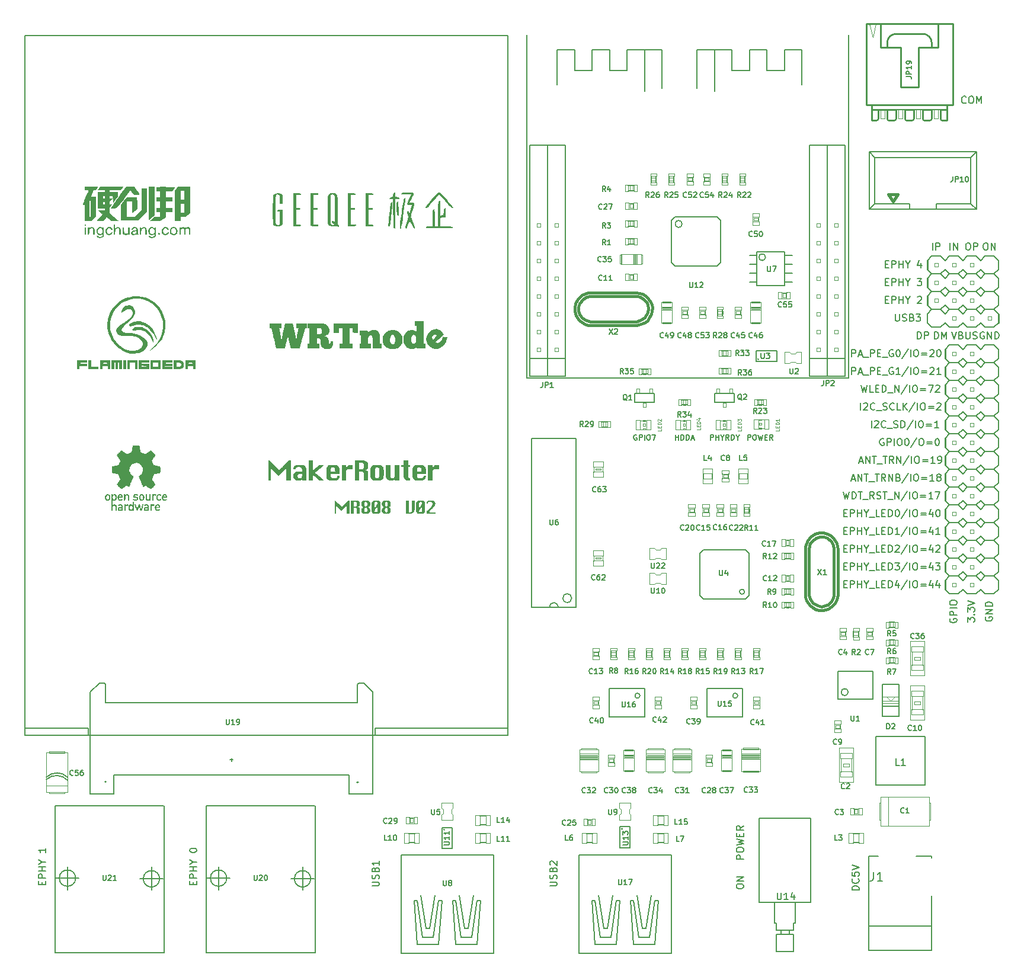
<source format=gto>
G04 (created by PCBNEW (2013-03-19 BZR 4004)-stable) date 2015/1/22 14:09:10*
%MOIN*%
G04 Gerber Fmt 3.4, Leading zero omitted, Abs format*
%FSLAX34Y34*%
G01*
G70*
G90*
G04 APERTURE LIST*
%ADD10C,0*%
%ADD11C,0.005*%
%ADD12C,0.008*%
%ADD13C,0.00787402*%
%ADD14C,0.00590551*%
%ADD15C,0.0026*%
%ADD16C,0.006*%
%ADD17C,0.002*%
%ADD18C,0.004*%
%ADD19C,0.0019685*%
%ADD20C,0.015*%
%ADD21C,0.0079*%
%ADD22C,0.01*%
%ADD23C,0.0001*%
%ADD24C,0.016*%
G04 APERTURE END LIST*
G54D10*
G54D11*
X73450Y-73621D02*
X73307Y-73621D01*
X73307Y-73321D01*
X73521Y-73321D02*
X73707Y-73321D01*
X73607Y-73435D01*
X73650Y-73435D01*
X73678Y-73450D01*
X73692Y-73464D01*
X73707Y-73492D01*
X73707Y-73564D01*
X73692Y-73592D01*
X73678Y-73607D01*
X73650Y-73621D01*
X73564Y-73621D01*
X73535Y-73607D01*
X73521Y-73592D01*
X79932Y-36271D02*
X79932Y-36485D01*
X79917Y-36528D01*
X79889Y-36557D01*
X79846Y-36571D01*
X79817Y-36571D01*
X80075Y-36571D02*
X80075Y-36271D01*
X80189Y-36271D01*
X80217Y-36285D01*
X80232Y-36300D01*
X80246Y-36328D01*
X80246Y-36371D01*
X80232Y-36400D01*
X80217Y-36414D01*
X80189Y-36428D01*
X80075Y-36428D01*
X80532Y-36571D02*
X80360Y-36571D01*
X80446Y-36571D02*
X80446Y-36271D01*
X80417Y-36314D01*
X80389Y-36342D01*
X80360Y-36357D01*
X80717Y-36271D02*
X80746Y-36271D01*
X80775Y-36285D01*
X80789Y-36300D01*
X80803Y-36328D01*
X80817Y-36385D01*
X80817Y-36457D01*
X80803Y-36514D01*
X80789Y-36542D01*
X80775Y-36557D01*
X80746Y-36571D01*
X80717Y-36571D01*
X80689Y-36557D01*
X80675Y-36542D01*
X80660Y-36514D01*
X80646Y-36457D01*
X80646Y-36385D01*
X80660Y-36328D01*
X80675Y-36300D01*
X80689Y-36285D01*
X80717Y-36271D01*
X68100Y-52246D02*
X67957Y-52246D01*
X67957Y-51946D01*
X68342Y-51946D02*
X68200Y-51946D01*
X68185Y-52089D01*
X68200Y-52075D01*
X68228Y-52060D01*
X68300Y-52060D01*
X68328Y-52075D01*
X68342Y-52089D01*
X68357Y-52117D01*
X68357Y-52189D01*
X68342Y-52217D01*
X68328Y-52232D01*
X68300Y-52246D01*
X68228Y-52246D01*
X68200Y-52232D01*
X68185Y-52217D01*
X66100Y-52246D02*
X65957Y-52246D01*
X65957Y-51946D01*
X66328Y-52046D02*
X66328Y-52246D01*
X66257Y-51932D02*
X66185Y-52146D01*
X66371Y-52146D01*
G54D12*
X67761Y-76247D02*
X67761Y-76171D01*
X67780Y-76133D01*
X67819Y-76095D01*
X67895Y-76076D01*
X68028Y-76076D01*
X68104Y-76095D01*
X68142Y-76133D01*
X68161Y-76171D01*
X68161Y-76247D01*
X68142Y-76285D01*
X68104Y-76323D01*
X68028Y-76342D01*
X67895Y-76342D01*
X67819Y-76323D01*
X67780Y-76285D01*
X67761Y-76247D01*
X68161Y-75904D02*
X67761Y-75904D01*
X68161Y-75676D01*
X67761Y-75676D01*
X68161Y-74673D02*
X67761Y-74673D01*
X67761Y-74521D01*
X67780Y-74483D01*
X67800Y-74464D01*
X67838Y-74445D01*
X67895Y-74445D01*
X67933Y-74464D01*
X67952Y-74483D01*
X67971Y-74521D01*
X67971Y-74673D01*
X67761Y-74197D02*
X67761Y-74121D01*
X67780Y-74083D01*
X67819Y-74045D01*
X67895Y-74026D01*
X68028Y-74026D01*
X68104Y-74045D01*
X68142Y-74083D01*
X68161Y-74121D01*
X68161Y-74197D01*
X68142Y-74235D01*
X68104Y-74273D01*
X68028Y-74292D01*
X67895Y-74292D01*
X67819Y-74273D01*
X67780Y-74235D01*
X67761Y-74197D01*
X67761Y-73892D02*
X68161Y-73797D01*
X67876Y-73721D01*
X68161Y-73645D01*
X67761Y-73550D01*
X67952Y-73397D02*
X67952Y-73264D01*
X68161Y-73207D02*
X68161Y-73397D01*
X67761Y-73397D01*
X67761Y-73207D01*
X68161Y-72807D02*
X67971Y-72940D01*
X68161Y-73035D02*
X67761Y-73035D01*
X67761Y-72883D01*
X67780Y-72845D01*
X67800Y-72826D01*
X67838Y-72807D01*
X67895Y-72807D01*
X67933Y-72826D01*
X67952Y-72845D01*
X67971Y-72883D01*
X67971Y-73035D01*
X79866Y-45011D02*
X80000Y-45411D01*
X80133Y-45011D01*
X80400Y-45202D02*
X80457Y-45221D01*
X80476Y-45240D01*
X80495Y-45278D01*
X80495Y-45335D01*
X80476Y-45373D01*
X80457Y-45392D01*
X80419Y-45411D01*
X80266Y-45411D01*
X80266Y-45011D01*
X80400Y-45011D01*
X80438Y-45030D01*
X80457Y-45050D01*
X80476Y-45088D01*
X80476Y-45126D01*
X80457Y-45164D01*
X80438Y-45183D01*
X80400Y-45202D01*
X80266Y-45202D01*
X80666Y-45011D02*
X80666Y-45335D01*
X80685Y-45373D01*
X80704Y-45392D01*
X80742Y-45411D01*
X80819Y-45411D01*
X80857Y-45392D01*
X80876Y-45373D01*
X80895Y-45335D01*
X80895Y-45011D01*
X81066Y-45392D02*
X81123Y-45411D01*
X81219Y-45411D01*
X81257Y-45392D01*
X81276Y-45373D01*
X81295Y-45335D01*
X81295Y-45297D01*
X81276Y-45259D01*
X81257Y-45240D01*
X81219Y-45221D01*
X81142Y-45202D01*
X81104Y-45183D01*
X81085Y-45164D01*
X81066Y-45126D01*
X81066Y-45088D01*
X81085Y-45050D01*
X81104Y-45030D01*
X81142Y-45011D01*
X81238Y-45011D01*
X81295Y-45030D01*
X77945Y-45411D02*
X77945Y-45011D01*
X78040Y-45011D01*
X78097Y-45030D01*
X78135Y-45069D01*
X78154Y-45107D01*
X78173Y-45183D01*
X78173Y-45240D01*
X78154Y-45316D01*
X78135Y-45354D01*
X78097Y-45392D01*
X78040Y-45411D01*
X77945Y-45411D01*
X78345Y-45411D02*
X78345Y-45011D01*
X78497Y-45011D01*
X78535Y-45030D01*
X78554Y-45050D01*
X78573Y-45088D01*
X78573Y-45145D01*
X78554Y-45183D01*
X78535Y-45202D01*
X78497Y-45221D01*
X78345Y-45221D01*
X78916Y-45411D02*
X78916Y-45011D01*
X79011Y-45011D01*
X79069Y-45030D01*
X79107Y-45069D01*
X79126Y-45107D01*
X79145Y-45183D01*
X79145Y-45240D01*
X79126Y-45316D01*
X79107Y-45354D01*
X79069Y-45392D01*
X79011Y-45411D01*
X78916Y-45411D01*
X79316Y-45411D02*
X79316Y-45011D01*
X79450Y-45297D01*
X79583Y-45011D01*
X79583Y-45411D01*
X81695Y-45030D02*
X81657Y-45011D01*
X81600Y-45011D01*
X81542Y-45030D01*
X81504Y-45069D01*
X81485Y-45107D01*
X81466Y-45183D01*
X81466Y-45240D01*
X81485Y-45316D01*
X81504Y-45354D01*
X81542Y-45392D01*
X81600Y-45411D01*
X81638Y-45411D01*
X81695Y-45392D01*
X81714Y-45373D01*
X81714Y-45240D01*
X81638Y-45240D01*
X81885Y-45411D02*
X81885Y-45011D01*
X82114Y-45411D01*
X82114Y-45011D01*
X82304Y-45411D02*
X82304Y-45011D01*
X82400Y-45011D01*
X82457Y-45030D01*
X82495Y-45069D01*
X82514Y-45107D01*
X82533Y-45183D01*
X82533Y-45240D01*
X82514Y-45316D01*
X82495Y-45354D01*
X82457Y-45392D01*
X82400Y-45411D01*
X82304Y-45411D01*
X76704Y-44011D02*
X76704Y-44335D01*
X76723Y-44373D01*
X76742Y-44392D01*
X76780Y-44411D01*
X76857Y-44411D01*
X76895Y-44392D01*
X76914Y-44373D01*
X76933Y-44335D01*
X76933Y-44011D01*
X77104Y-44392D02*
X77161Y-44411D01*
X77257Y-44411D01*
X77295Y-44392D01*
X77314Y-44373D01*
X77333Y-44335D01*
X77333Y-44297D01*
X77314Y-44259D01*
X77295Y-44240D01*
X77257Y-44221D01*
X77180Y-44202D01*
X77142Y-44183D01*
X77123Y-44164D01*
X77104Y-44126D01*
X77104Y-44088D01*
X77123Y-44050D01*
X77142Y-44030D01*
X77180Y-44011D01*
X77276Y-44011D01*
X77333Y-44030D01*
X77638Y-44202D02*
X77695Y-44221D01*
X77714Y-44240D01*
X77733Y-44278D01*
X77733Y-44335D01*
X77714Y-44373D01*
X77695Y-44392D01*
X77657Y-44411D01*
X77504Y-44411D01*
X77504Y-44011D01*
X77638Y-44011D01*
X77676Y-44030D01*
X77695Y-44050D01*
X77714Y-44088D01*
X77714Y-44126D01*
X77695Y-44164D01*
X77676Y-44183D01*
X77638Y-44202D01*
X77504Y-44202D01*
X77866Y-44011D02*
X78114Y-44011D01*
X77980Y-44164D01*
X78038Y-44164D01*
X78076Y-44183D01*
X78095Y-44202D01*
X78114Y-44240D01*
X78114Y-44335D01*
X78095Y-44373D01*
X78076Y-44392D01*
X78038Y-44411D01*
X77923Y-44411D01*
X77885Y-44392D01*
X77866Y-44373D01*
X73804Y-59202D02*
X73938Y-59202D01*
X73995Y-59411D02*
X73804Y-59411D01*
X73804Y-59011D01*
X73995Y-59011D01*
X74166Y-59411D02*
X74166Y-59011D01*
X74319Y-59011D01*
X74357Y-59030D01*
X74376Y-59050D01*
X74395Y-59088D01*
X74395Y-59145D01*
X74376Y-59183D01*
X74357Y-59202D01*
X74319Y-59221D01*
X74166Y-59221D01*
X74566Y-59411D02*
X74566Y-59011D01*
X74566Y-59202D02*
X74795Y-59202D01*
X74795Y-59411D02*
X74795Y-59011D01*
X75061Y-59221D02*
X75061Y-59411D01*
X74928Y-59011D02*
X75061Y-59221D01*
X75195Y-59011D01*
X75233Y-59450D02*
X75538Y-59450D01*
X75823Y-59411D02*
X75633Y-59411D01*
X75633Y-59011D01*
X75957Y-59202D02*
X76090Y-59202D01*
X76147Y-59411D02*
X75957Y-59411D01*
X75957Y-59011D01*
X76147Y-59011D01*
X76319Y-59411D02*
X76319Y-59011D01*
X76414Y-59011D01*
X76471Y-59030D01*
X76509Y-59069D01*
X76528Y-59107D01*
X76547Y-59183D01*
X76547Y-59240D01*
X76528Y-59316D01*
X76509Y-59354D01*
X76471Y-59392D01*
X76414Y-59411D01*
X76319Y-59411D01*
X76890Y-59145D02*
X76890Y-59411D01*
X76795Y-58992D02*
X76700Y-59278D01*
X76947Y-59278D01*
X77385Y-58992D02*
X77042Y-59507D01*
X77519Y-59411D02*
X77519Y-59011D01*
X77785Y-59011D02*
X77861Y-59011D01*
X77900Y-59030D01*
X77938Y-59069D01*
X77957Y-59145D01*
X77957Y-59278D01*
X77938Y-59354D01*
X77900Y-59392D01*
X77861Y-59411D01*
X77785Y-59411D01*
X77747Y-59392D01*
X77709Y-59354D01*
X77690Y-59278D01*
X77690Y-59145D01*
X77709Y-59069D01*
X77747Y-59030D01*
X77785Y-59011D01*
X78128Y-59202D02*
X78433Y-59202D01*
X78433Y-59316D02*
X78128Y-59316D01*
X78795Y-59145D02*
X78795Y-59411D01*
X78700Y-58992D02*
X78604Y-59278D01*
X78852Y-59278D01*
X79176Y-59145D02*
X79176Y-59411D01*
X79080Y-58992D02*
X78985Y-59278D01*
X79233Y-59278D01*
X73804Y-58202D02*
X73938Y-58202D01*
X73995Y-58411D02*
X73804Y-58411D01*
X73804Y-58011D01*
X73995Y-58011D01*
X74166Y-58411D02*
X74166Y-58011D01*
X74319Y-58011D01*
X74357Y-58030D01*
X74376Y-58050D01*
X74395Y-58088D01*
X74395Y-58145D01*
X74376Y-58183D01*
X74357Y-58202D01*
X74319Y-58221D01*
X74166Y-58221D01*
X74566Y-58411D02*
X74566Y-58011D01*
X74566Y-58202D02*
X74795Y-58202D01*
X74795Y-58411D02*
X74795Y-58011D01*
X75061Y-58221D02*
X75061Y-58411D01*
X74928Y-58011D02*
X75061Y-58221D01*
X75195Y-58011D01*
X75233Y-58450D02*
X75538Y-58450D01*
X75823Y-58411D02*
X75633Y-58411D01*
X75633Y-58011D01*
X75957Y-58202D02*
X76090Y-58202D01*
X76147Y-58411D02*
X75957Y-58411D01*
X75957Y-58011D01*
X76147Y-58011D01*
X76319Y-58411D02*
X76319Y-58011D01*
X76414Y-58011D01*
X76471Y-58030D01*
X76509Y-58069D01*
X76528Y-58107D01*
X76547Y-58183D01*
X76547Y-58240D01*
X76528Y-58316D01*
X76509Y-58354D01*
X76471Y-58392D01*
X76414Y-58411D01*
X76319Y-58411D01*
X76680Y-58011D02*
X76928Y-58011D01*
X76795Y-58164D01*
X76852Y-58164D01*
X76890Y-58183D01*
X76909Y-58202D01*
X76928Y-58240D01*
X76928Y-58335D01*
X76909Y-58373D01*
X76890Y-58392D01*
X76852Y-58411D01*
X76738Y-58411D01*
X76700Y-58392D01*
X76680Y-58373D01*
X77385Y-57992D02*
X77042Y-58507D01*
X77519Y-58411D02*
X77519Y-58011D01*
X77785Y-58011D02*
X77861Y-58011D01*
X77900Y-58030D01*
X77938Y-58069D01*
X77957Y-58145D01*
X77957Y-58278D01*
X77938Y-58354D01*
X77900Y-58392D01*
X77861Y-58411D01*
X77785Y-58411D01*
X77747Y-58392D01*
X77709Y-58354D01*
X77690Y-58278D01*
X77690Y-58145D01*
X77709Y-58069D01*
X77747Y-58030D01*
X77785Y-58011D01*
X78128Y-58202D02*
X78433Y-58202D01*
X78433Y-58316D02*
X78128Y-58316D01*
X78795Y-58145D02*
X78795Y-58411D01*
X78700Y-57992D02*
X78604Y-58278D01*
X78852Y-58278D01*
X78966Y-58011D02*
X79214Y-58011D01*
X79080Y-58164D01*
X79138Y-58164D01*
X79176Y-58183D01*
X79195Y-58202D01*
X79214Y-58240D01*
X79214Y-58335D01*
X79195Y-58373D01*
X79176Y-58392D01*
X79138Y-58411D01*
X79023Y-58411D01*
X78985Y-58392D01*
X78966Y-58373D01*
X73804Y-57202D02*
X73938Y-57202D01*
X73995Y-57411D02*
X73804Y-57411D01*
X73804Y-57011D01*
X73995Y-57011D01*
X74166Y-57411D02*
X74166Y-57011D01*
X74319Y-57011D01*
X74357Y-57030D01*
X74376Y-57050D01*
X74395Y-57088D01*
X74395Y-57145D01*
X74376Y-57183D01*
X74357Y-57202D01*
X74319Y-57221D01*
X74166Y-57221D01*
X74566Y-57411D02*
X74566Y-57011D01*
X74566Y-57202D02*
X74795Y-57202D01*
X74795Y-57411D02*
X74795Y-57011D01*
X75061Y-57221D02*
X75061Y-57411D01*
X74928Y-57011D02*
X75061Y-57221D01*
X75195Y-57011D01*
X75233Y-57450D02*
X75538Y-57450D01*
X75823Y-57411D02*
X75633Y-57411D01*
X75633Y-57011D01*
X75957Y-57202D02*
X76090Y-57202D01*
X76147Y-57411D02*
X75957Y-57411D01*
X75957Y-57011D01*
X76147Y-57011D01*
X76319Y-57411D02*
X76319Y-57011D01*
X76414Y-57011D01*
X76471Y-57030D01*
X76509Y-57069D01*
X76528Y-57107D01*
X76547Y-57183D01*
X76547Y-57240D01*
X76528Y-57316D01*
X76509Y-57354D01*
X76471Y-57392D01*
X76414Y-57411D01*
X76319Y-57411D01*
X76700Y-57050D02*
X76719Y-57030D01*
X76757Y-57011D01*
X76852Y-57011D01*
X76890Y-57030D01*
X76909Y-57050D01*
X76928Y-57088D01*
X76928Y-57126D01*
X76909Y-57183D01*
X76680Y-57411D01*
X76928Y-57411D01*
X77385Y-56992D02*
X77042Y-57507D01*
X77519Y-57411D02*
X77519Y-57011D01*
X77785Y-57011D02*
X77861Y-57011D01*
X77900Y-57030D01*
X77938Y-57069D01*
X77957Y-57145D01*
X77957Y-57278D01*
X77938Y-57354D01*
X77900Y-57392D01*
X77861Y-57411D01*
X77785Y-57411D01*
X77747Y-57392D01*
X77709Y-57354D01*
X77690Y-57278D01*
X77690Y-57145D01*
X77709Y-57069D01*
X77747Y-57030D01*
X77785Y-57011D01*
X78128Y-57202D02*
X78433Y-57202D01*
X78433Y-57316D02*
X78128Y-57316D01*
X78795Y-57145D02*
X78795Y-57411D01*
X78700Y-56992D02*
X78604Y-57278D01*
X78852Y-57278D01*
X78985Y-57050D02*
X79004Y-57030D01*
X79042Y-57011D01*
X79138Y-57011D01*
X79176Y-57030D01*
X79195Y-57050D01*
X79214Y-57088D01*
X79214Y-57126D01*
X79195Y-57183D01*
X78966Y-57411D01*
X79214Y-57411D01*
X73804Y-56202D02*
X73938Y-56202D01*
X73995Y-56411D02*
X73804Y-56411D01*
X73804Y-56011D01*
X73995Y-56011D01*
X74166Y-56411D02*
X74166Y-56011D01*
X74319Y-56011D01*
X74357Y-56030D01*
X74376Y-56050D01*
X74395Y-56088D01*
X74395Y-56145D01*
X74376Y-56183D01*
X74357Y-56202D01*
X74319Y-56221D01*
X74166Y-56221D01*
X74566Y-56411D02*
X74566Y-56011D01*
X74566Y-56202D02*
X74795Y-56202D01*
X74795Y-56411D02*
X74795Y-56011D01*
X75061Y-56221D02*
X75061Y-56411D01*
X74928Y-56011D02*
X75061Y-56221D01*
X75195Y-56011D01*
X75233Y-56450D02*
X75538Y-56450D01*
X75823Y-56411D02*
X75633Y-56411D01*
X75633Y-56011D01*
X75957Y-56202D02*
X76090Y-56202D01*
X76147Y-56411D02*
X75957Y-56411D01*
X75957Y-56011D01*
X76147Y-56011D01*
X76319Y-56411D02*
X76319Y-56011D01*
X76414Y-56011D01*
X76471Y-56030D01*
X76509Y-56069D01*
X76528Y-56107D01*
X76547Y-56183D01*
X76547Y-56240D01*
X76528Y-56316D01*
X76509Y-56354D01*
X76471Y-56392D01*
X76414Y-56411D01*
X76319Y-56411D01*
X76928Y-56411D02*
X76700Y-56411D01*
X76814Y-56411D02*
X76814Y-56011D01*
X76776Y-56069D01*
X76738Y-56107D01*
X76700Y-56126D01*
X77385Y-55992D02*
X77042Y-56507D01*
X77519Y-56411D02*
X77519Y-56011D01*
X77785Y-56011D02*
X77861Y-56011D01*
X77900Y-56030D01*
X77938Y-56069D01*
X77957Y-56145D01*
X77957Y-56278D01*
X77938Y-56354D01*
X77900Y-56392D01*
X77861Y-56411D01*
X77785Y-56411D01*
X77747Y-56392D01*
X77709Y-56354D01*
X77690Y-56278D01*
X77690Y-56145D01*
X77709Y-56069D01*
X77747Y-56030D01*
X77785Y-56011D01*
X78128Y-56202D02*
X78433Y-56202D01*
X78433Y-56316D02*
X78128Y-56316D01*
X78795Y-56145D02*
X78795Y-56411D01*
X78700Y-55992D02*
X78604Y-56278D01*
X78852Y-56278D01*
X79214Y-56411D02*
X78985Y-56411D01*
X79100Y-56411D02*
X79100Y-56011D01*
X79061Y-56069D01*
X79023Y-56107D01*
X78985Y-56126D01*
X76142Y-42202D02*
X76276Y-42202D01*
X76333Y-42411D02*
X76142Y-42411D01*
X76142Y-42011D01*
X76333Y-42011D01*
X76504Y-42411D02*
X76504Y-42011D01*
X76657Y-42011D01*
X76695Y-42030D01*
X76714Y-42050D01*
X76733Y-42088D01*
X76733Y-42145D01*
X76714Y-42183D01*
X76695Y-42202D01*
X76657Y-42221D01*
X76504Y-42221D01*
X76904Y-42411D02*
X76904Y-42011D01*
X76904Y-42202D02*
X77133Y-42202D01*
X77133Y-42411D02*
X77133Y-42011D01*
X77400Y-42221D02*
X77400Y-42411D01*
X77266Y-42011D02*
X77400Y-42221D01*
X77533Y-42011D01*
X77933Y-42011D02*
X78180Y-42011D01*
X78047Y-42164D01*
X78104Y-42164D01*
X78142Y-42183D01*
X78161Y-42202D01*
X78180Y-42240D01*
X78180Y-42335D01*
X78161Y-42373D01*
X78142Y-42392D01*
X78104Y-42411D01*
X77990Y-42411D01*
X77952Y-42392D01*
X77933Y-42373D01*
X79780Y-61150D02*
X79761Y-61188D01*
X79761Y-61245D01*
X79780Y-61302D01*
X79819Y-61340D01*
X79857Y-61359D01*
X79933Y-61378D01*
X79990Y-61378D01*
X80066Y-61359D01*
X80104Y-61340D01*
X80142Y-61302D01*
X80161Y-61245D01*
X80161Y-61207D01*
X80142Y-61150D01*
X80123Y-61130D01*
X79990Y-61130D01*
X79990Y-61207D01*
X80161Y-60959D02*
X79761Y-60959D01*
X79761Y-60807D01*
X79780Y-60769D01*
X79800Y-60750D01*
X79838Y-60730D01*
X79895Y-60730D01*
X79933Y-60750D01*
X79952Y-60769D01*
X79971Y-60807D01*
X79971Y-60959D01*
X80161Y-60559D02*
X79761Y-60559D01*
X79761Y-60292D02*
X79761Y-60216D01*
X79780Y-60178D01*
X79819Y-60140D01*
X79895Y-60121D01*
X80028Y-60121D01*
X80104Y-60140D01*
X80142Y-60178D01*
X80161Y-60216D01*
X80161Y-60292D01*
X80142Y-60330D01*
X80104Y-60369D01*
X80028Y-60388D01*
X79895Y-60388D01*
X79819Y-60369D01*
X79780Y-60330D01*
X79761Y-60292D01*
X80761Y-61340D02*
X80761Y-61092D01*
X80914Y-61226D01*
X80914Y-61169D01*
X80933Y-61130D01*
X80952Y-61111D01*
X80990Y-61092D01*
X81085Y-61092D01*
X81123Y-61111D01*
X81142Y-61130D01*
X81161Y-61169D01*
X81161Y-61283D01*
X81142Y-61321D01*
X81123Y-61340D01*
X81123Y-60921D02*
X81142Y-60902D01*
X81161Y-60921D01*
X81142Y-60940D01*
X81123Y-60921D01*
X81161Y-60921D01*
X80761Y-60769D02*
X80761Y-60521D01*
X80914Y-60654D01*
X80914Y-60597D01*
X80933Y-60559D01*
X80952Y-60540D01*
X80990Y-60521D01*
X81085Y-60521D01*
X81123Y-60540D01*
X81142Y-60559D01*
X81161Y-60597D01*
X81161Y-60711D01*
X81142Y-60749D01*
X81123Y-60769D01*
X80761Y-60407D02*
X81161Y-60273D01*
X80761Y-60140D01*
X81780Y-61054D02*
X81761Y-61092D01*
X81761Y-61150D01*
X81780Y-61207D01*
X81819Y-61245D01*
X81857Y-61264D01*
X81933Y-61283D01*
X81990Y-61283D01*
X82066Y-61264D01*
X82104Y-61245D01*
X82142Y-61207D01*
X82161Y-61150D01*
X82161Y-61111D01*
X82142Y-61054D01*
X82123Y-61035D01*
X81990Y-61035D01*
X81990Y-61111D01*
X82161Y-60864D02*
X81761Y-60864D01*
X82161Y-60635D01*
X81761Y-60635D01*
X82161Y-60445D02*
X81761Y-60445D01*
X81761Y-60349D01*
X81780Y-60292D01*
X81819Y-60254D01*
X81857Y-60235D01*
X81933Y-60216D01*
X81990Y-60216D01*
X82066Y-60235D01*
X82104Y-60254D01*
X82142Y-60292D01*
X82161Y-60349D01*
X82161Y-60445D01*
X73804Y-55202D02*
X73938Y-55202D01*
X73995Y-55411D02*
X73804Y-55411D01*
X73804Y-55011D01*
X73995Y-55011D01*
X74166Y-55411D02*
X74166Y-55011D01*
X74319Y-55011D01*
X74357Y-55030D01*
X74376Y-55050D01*
X74395Y-55088D01*
X74395Y-55145D01*
X74376Y-55183D01*
X74357Y-55202D01*
X74319Y-55221D01*
X74166Y-55221D01*
X74566Y-55411D02*
X74566Y-55011D01*
X74566Y-55202D02*
X74795Y-55202D01*
X74795Y-55411D02*
X74795Y-55011D01*
X75061Y-55221D02*
X75061Y-55411D01*
X74928Y-55011D02*
X75061Y-55221D01*
X75195Y-55011D01*
X75233Y-55450D02*
X75538Y-55450D01*
X75823Y-55411D02*
X75633Y-55411D01*
X75633Y-55011D01*
X75957Y-55202D02*
X76090Y-55202D01*
X76147Y-55411D02*
X75957Y-55411D01*
X75957Y-55011D01*
X76147Y-55011D01*
X76319Y-55411D02*
X76319Y-55011D01*
X76414Y-55011D01*
X76471Y-55030D01*
X76509Y-55069D01*
X76528Y-55107D01*
X76547Y-55183D01*
X76547Y-55240D01*
X76528Y-55316D01*
X76509Y-55354D01*
X76471Y-55392D01*
X76414Y-55411D01*
X76319Y-55411D01*
X76795Y-55011D02*
X76833Y-55011D01*
X76871Y-55030D01*
X76890Y-55050D01*
X76909Y-55088D01*
X76928Y-55164D01*
X76928Y-55259D01*
X76909Y-55335D01*
X76890Y-55373D01*
X76871Y-55392D01*
X76833Y-55411D01*
X76795Y-55411D01*
X76757Y-55392D01*
X76738Y-55373D01*
X76719Y-55335D01*
X76700Y-55259D01*
X76700Y-55164D01*
X76719Y-55088D01*
X76738Y-55050D01*
X76757Y-55030D01*
X76795Y-55011D01*
X77385Y-54992D02*
X77042Y-55507D01*
X77519Y-55411D02*
X77519Y-55011D01*
X77785Y-55011D02*
X77861Y-55011D01*
X77900Y-55030D01*
X77938Y-55069D01*
X77957Y-55145D01*
X77957Y-55278D01*
X77938Y-55354D01*
X77900Y-55392D01*
X77861Y-55411D01*
X77785Y-55411D01*
X77747Y-55392D01*
X77709Y-55354D01*
X77690Y-55278D01*
X77690Y-55145D01*
X77709Y-55069D01*
X77747Y-55030D01*
X77785Y-55011D01*
X78128Y-55202D02*
X78433Y-55202D01*
X78433Y-55316D02*
X78128Y-55316D01*
X78795Y-55145D02*
X78795Y-55411D01*
X78700Y-54992D02*
X78604Y-55278D01*
X78852Y-55278D01*
X79080Y-55011D02*
X79119Y-55011D01*
X79157Y-55030D01*
X79176Y-55050D01*
X79195Y-55088D01*
X79214Y-55164D01*
X79214Y-55259D01*
X79195Y-55335D01*
X79176Y-55373D01*
X79157Y-55392D01*
X79119Y-55411D01*
X79080Y-55411D01*
X79042Y-55392D01*
X79023Y-55373D01*
X79004Y-55335D01*
X78985Y-55259D01*
X78985Y-55164D01*
X79004Y-55088D01*
X79023Y-55050D01*
X79042Y-55030D01*
X79080Y-55011D01*
X73776Y-54011D02*
X73871Y-54411D01*
X73947Y-54126D01*
X74023Y-54411D01*
X74119Y-54011D01*
X74271Y-54411D02*
X74271Y-54011D01*
X74366Y-54011D01*
X74423Y-54030D01*
X74461Y-54069D01*
X74480Y-54107D01*
X74500Y-54183D01*
X74500Y-54240D01*
X74480Y-54316D01*
X74461Y-54354D01*
X74423Y-54392D01*
X74366Y-54411D01*
X74271Y-54411D01*
X74614Y-54011D02*
X74842Y-54011D01*
X74728Y-54411D02*
X74728Y-54011D01*
X74880Y-54450D02*
X75185Y-54450D01*
X75509Y-54411D02*
X75376Y-54221D01*
X75280Y-54411D02*
X75280Y-54011D01*
X75433Y-54011D01*
X75471Y-54030D01*
X75490Y-54050D01*
X75509Y-54088D01*
X75509Y-54145D01*
X75490Y-54183D01*
X75471Y-54202D01*
X75433Y-54221D01*
X75280Y-54221D01*
X75661Y-54392D02*
X75719Y-54411D01*
X75814Y-54411D01*
X75852Y-54392D01*
X75871Y-54373D01*
X75890Y-54335D01*
X75890Y-54297D01*
X75871Y-54259D01*
X75852Y-54240D01*
X75814Y-54221D01*
X75738Y-54202D01*
X75700Y-54183D01*
X75680Y-54164D01*
X75661Y-54126D01*
X75661Y-54088D01*
X75680Y-54050D01*
X75700Y-54030D01*
X75738Y-54011D01*
X75833Y-54011D01*
X75890Y-54030D01*
X76004Y-54011D02*
X76233Y-54011D01*
X76119Y-54411D02*
X76119Y-54011D01*
X76271Y-54450D02*
X76576Y-54450D01*
X76671Y-54411D02*
X76671Y-54011D01*
X76899Y-54411D01*
X76899Y-54011D01*
X77376Y-53992D02*
X77033Y-54507D01*
X77509Y-54411D02*
X77509Y-54011D01*
X77776Y-54011D02*
X77852Y-54011D01*
X77890Y-54030D01*
X77928Y-54069D01*
X77947Y-54145D01*
X77947Y-54278D01*
X77928Y-54354D01*
X77890Y-54392D01*
X77852Y-54411D01*
X77776Y-54411D01*
X77738Y-54392D01*
X77700Y-54354D01*
X77680Y-54278D01*
X77680Y-54145D01*
X77700Y-54069D01*
X77738Y-54030D01*
X77776Y-54011D01*
X78119Y-54202D02*
X78423Y-54202D01*
X78423Y-54316D02*
X78119Y-54316D01*
X78823Y-54411D02*
X78595Y-54411D01*
X78709Y-54411D02*
X78709Y-54011D01*
X78671Y-54069D01*
X78633Y-54107D01*
X78595Y-54126D01*
X78957Y-54011D02*
X79223Y-54011D01*
X79052Y-54411D01*
X74235Y-53297D02*
X74426Y-53297D01*
X74197Y-53411D02*
X74330Y-53011D01*
X74464Y-53411D01*
X74597Y-53411D02*
X74597Y-53011D01*
X74826Y-53411D01*
X74826Y-53011D01*
X74959Y-53011D02*
X75188Y-53011D01*
X75073Y-53411D02*
X75073Y-53011D01*
X75226Y-53450D02*
X75530Y-53450D01*
X75569Y-53011D02*
X75797Y-53011D01*
X75683Y-53411D02*
X75683Y-53011D01*
X76159Y-53411D02*
X76026Y-53221D01*
X75930Y-53411D02*
X75930Y-53011D01*
X76083Y-53011D01*
X76121Y-53030D01*
X76140Y-53050D01*
X76159Y-53088D01*
X76159Y-53145D01*
X76140Y-53183D01*
X76121Y-53202D01*
X76083Y-53221D01*
X75930Y-53221D01*
X76330Y-53411D02*
X76330Y-53011D01*
X76559Y-53411D01*
X76559Y-53011D01*
X76883Y-53202D02*
X76940Y-53221D01*
X76959Y-53240D01*
X76978Y-53278D01*
X76978Y-53335D01*
X76959Y-53373D01*
X76940Y-53392D01*
X76902Y-53411D01*
X76750Y-53411D01*
X76750Y-53011D01*
X76883Y-53011D01*
X76921Y-53030D01*
X76940Y-53050D01*
X76959Y-53088D01*
X76959Y-53126D01*
X76940Y-53164D01*
X76921Y-53183D01*
X76883Y-53202D01*
X76750Y-53202D01*
X77435Y-52992D02*
X77092Y-53507D01*
X77569Y-53411D02*
X77569Y-53011D01*
X77835Y-53011D02*
X77911Y-53011D01*
X77950Y-53030D01*
X77988Y-53069D01*
X78007Y-53145D01*
X78007Y-53278D01*
X77988Y-53354D01*
X77950Y-53392D01*
X77911Y-53411D01*
X77835Y-53411D01*
X77797Y-53392D01*
X77759Y-53354D01*
X77740Y-53278D01*
X77740Y-53145D01*
X77759Y-53069D01*
X77797Y-53030D01*
X77835Y-53011D01*
X78178Y-53202D02*
X78483Y-53202D01*
X78483Y-53316D02*
X78178Y-53316D01*
X78883Y-53411D02*
X78654Y-53411D01*
X78769Y-53411D02*
X78769Y-53011D01*
X78730Y-53069D01*
X78692Y-53107D01*
X78654Y-53126D01*
X79111Y-53183D02*
X79073Y-53164D01*
X79054Y-53145D01*
X79035Y-53107D01*
X79035Y-53088D01*
X79054Y-53050D01*
X79073Y-53030D01*
X79111Y-53011D01*
X79188Y-53011D01*
X79226Y-53030D01*
X79245Y-53050D01*
X79264Y-53088D01*
X79264Y-53107D01*
X79245Y-53145D01*
X79226Y-53164D01*
X79188Y-53183D01*
X79111Y-53183D01*
X79073Y-53202D01*
X79054Y-53221D01*
X79035Y-53259D01*
X79035Y-53335D01*
X79054Y-53373D01*
X79073Y-53392D01*
X79111Y-53411D01*
X79188Y-53411D01*
X79226Y-53392D01*
X79245Y-53373D01*
X79264Y-53335D01*
X79264Y-53259D01*
X79245Y-53221D01*
X79226Y-53202D01*
X79188Y-53183D01*
X74685Y-52297D02*
X74876Y-52297D01*
X74647Y-52411D02*
X74780Y-52011D01*
X74914Y-52411D01*
X75047Y-52411D02*
X75047Y-52011D01*
X75276Y-52411D01*
X75276Y-52011D01*
X75409Y-52011D02*
X75638Y-52011D01*
X75523Y-52411D02*
X75523Y-52011D01*
X75676Y-52450D02*
X75980Y-52450D01*
X76019Y-52011D02*
X76247Y-52011D01*
X76133Y-52411D02*
X76133Y-52011D01*
X76609Y-52411D02*
X76476Y-52221D01*
X76380Y-52411D02*
X76380Y-52011D01*
X76533Y-52011D01*
X76571Y-52030D01*
X76590Y-52050D01*
X76609Y-52088D01*
X76609Y-52145D01*
X76590Y-52183D01*
X76571Y-52202D01*
X76533Y-52221D01*
X76380Y-52221D01*
X76780Y-52411D02*
X76780Y-52011D01*
X77009Y-52411D01*
X77009Y-52011D01*
X77485Y-51992D02*
X77142Y-52507D01*
X77619Y-52411D02*
X77619Y-52011D01*
X77885Y-52011D02*
X77961Y-52011D01*
X78000Y-52030D01*
X78038Y-52069D01*
X78057Y-52145D01*
X78057Y-52278D01*
X78038Y-52354D01*
X78000Y-52392D01*
X77961Y-52411D01*
X77885Y-52411D01*
X77847Y-52392D01*
X77809Y-52354D01*
X77790Y-52278D01*
X77790Y-52145D01*
X77809Y-52069D01*
X77847Y-52030D01*
X77885Y-52011D01*
X78228Y-52202D02*
X78533Y-52202D01*
X78533Y-52316D02*
X78228Y-52316D01*
X78933Y-52411D02*
X78704Y-52411D01*
X78819Y-52411D02*
X78819Y-52011D01*
X78780Y-52069D01*
X78742Y-52107D01*
X78704Y-52126D01*
X79123Y-52411D02*
X79200Y-52411D01*
X79238Y-52392D01*
X79257Y-52373D01*
X79295Y-52316D01*
X79314Y-52240D01*
X79314Y-52088D01*
X79295Y-52050D01*
X79276Y-52030D01*
X79238Y-52011D01*
X79161Y-52011D01*
X79123Y-52030D01*
X79104Y-52050D01*
X79085Y-52088D01*
X79085Y-52183D01*
X79104Y-52221D01*
X79123Y-52240D01*
X79161Y-52259D01*
X79238Y-52259D01*
X79276Y-52240D01*
X79295Y-52221D01*
X79314Y-52183D01*
X76052Y-51030D02*
X76014Y-51011D01*
X75957Y-51011D01*
X75900Y-51030D01*
X75861Y-51069D01*
X75842Y-51107D01*
X75823Y-51183D01*
X75823Y-51240D01*
X75842Y-51316D01*
X75861Y-51354D01*
X75900Y-51392D01*
X75957Y-51411D01*
X75995Y-51411D01*
X76052Y-51392D01*
X76071Y-51373D01*
X76071Y-51240D01*
X75995Y-51240D01*
X76242Y-51411D02*
X76242Y-51011D01*
X76395Y-51011D01*
X76433Y-51030D01*
X76452Y-51050D01*
X76471Y-51088D01*
X76471Y-51145D01*
X76452Y-51183D01*
X76433Y-51202D01*
X76395Y-51221D01*
X76242Y-51221D01*
X76642Y-51411D02*
X76642Y-51011D01*
X76909Y-51011D02*
X76985Y-51011D01*
X77023Y-51030D01*
X77061Y-51069D01*
X77080Y-51145D01*
X77080Y-51278D01*
X77061Y-51354D01*
X77023Y-51392D01*
X76985Y-51411D01*
X76909Y-51411D01*
X76871Y-51392D01*
X76833Y-51354D01*
X76814Y-51278D01*
X76814Y-51145D01*
X76833Y-51069D01*
X76871Y-51030D01*
X76909Y-51011D01*
X77328Y-51011D02*
X77366Y-51011D01*
X77404Y-51030D01*
X77423Y-51050D01*
X77442Y-51088D01*
X77461Y-51164D01*
X77461Y-51259D01*
X77442Y-51335D01*
X77423Y-51373D01*
X77404Y-51392D01*
X77366Y-51411D01*
X77328Y-51411D01*
X77290Y-51392D01*
X77271Y-51373D01*
X77252Y-51335D01*
X77233Y-51259D01*
X77233Y-51164D01*
X77252Y-51088D01*
X77271Y-51050D01*
X77290Y-51030D01*
X77328Y-51011D01*
X77919Y-50992D02*
X77576Y-51507D01*
X78128Y-51011D02*
X78204Y-51011D01*
X78242Y-51030D01*
X78280Y-51069D01*
X78300Y-51145D01*
X78300Y-51278D01*
X78280Y-51354D01*
X78242Y-51392D01*
X78204Y-51411D01*
X78128Y-51411D01*
X78090Y-51392D01*
X78052Y-51354D01*
X78033Y-51278D01*
X78033Y-51145D01*
X78052Y-51069D01*
X78090Y-51030D01*
X78128Y-51011D01*
X78471Y-51202D02*
X78776Y-51202D01*
X78776Y-51316D02*
X78471Y-51316D01*
X79042Y-51011D02*
X79080Y-51011D01*
X79119Y-51030D01*
X79138Y-51050D01*
X79157Y-51088D01*
X79176Y-51164D01*
X79176Y-51259D01*
X79157Y-51335D01*
X79138Y-51373D01*
X79119Y-51392D01*
X79080Y-51411D01*
X79042Y-51411D01*
X79004Y-51392D01*
X78985Y-51373D01*
X78966Y-51335D01*
X78947Y-51259D01*
X78947Y-51164D01*
X78966Y-51088D01*
X78985Y-51050D01*
X79004Y-51030D01*
X79042Y-51011D01*
X75364Y-50411D02*
X75364Y-50011D01*
X75535Y-50050D02*
X75554Y-50030D01*
X75592Y-50011D01*
X75688Y-50011D01*
X75726Y-50030D01*
X75745Y-50050D01*
X75764Y-50088D01*
X75764Y-50126D01*
X75745Y-50183D01*
X75516Y-50411D01*
X75764Y-50411D01*
X76164Y-50373D02*
X76145Y-50392D01*
X76088Y-50411D01*
X76050Y-50411D01*
X75992Y-50392D01*
X75954Y-50354D01*
X75935Y-50316D01*
X75916Y-50240D01*
X75916Y-50183D01*
X75935Y-50107D01*
X75954Y-50069D01*
X75992Y-50030D01*
X76050Y-50011D01*
X76088Y-50011D01*
X76145Y-50030D01*
X76164Y-50050D01*
X76240Y-50450D02*
X76545Y-50450D01*
X76621Y-50392D02*
X76678Y-50411D01*
X76773Y-50411D01*
X76811Y-50392D01*
X76830Y-50373D01*
X76850Y-50335D01*
X76850Y-50297D01*
X76830Y-50259D01*
X76811Y-50240D01*
X76773Y-50221D01*
X76697Y-50202D01*
X76659Y-50183D01*
X76640Y-50164D01*
X76621Y-50126D01*
X76621Y-50088D01*
X76640Y-50050D01*
X76659Y-50030D01*
X76697Y-50011D01*
X76792Y-50011D01*
X76850Y-50030D01*
X77021Y-50411D02*
X77021Y-50011D01*
X77116Y-50011D01*
X77173Y-50030D01*
X77211Y-50069D01*
X77230Y-50107D01*
X77250Y-50183D01*
X77250Y-50240D01*
X77230Y-50316D01*
X77211Y-50354D01*
X77173Y-50392D01*
X77116Y-50411D01*
X77021Y-50411D01*
X77707Y-49992D02*
X77364Y-50507D01*
X77840Y-50411D02*
X77840Y-50011D01*
X78107Y-50011D02*
X78183Y-50011D01*
X78221Y-50030D01*
X78259Y-50069D01*
X78278Y-50145D01*
X78278Y-50278D01*
X78259Y-50354D01*
X78221Y-50392D01*
X78183Y-50411D01*
X78107Y-50411D01*
X78069Y-50392D01*
X78030Y-50354D01*
X78011Y-50278D01*
X78011Y-50145D01*
X78030Y-50069D01*
X78069Y-50030D01*
X78107Y-50011D01*
X78450Y-50202D02*
X78754Y-50202D01*
X78754Y-50316D02*
X78450Y-50316D01*
X79154Y-50411D02*
X78926Y-50411D01*
X79040Y-50411D02*
X79040Y-50011D01*
X79002Y-50069D01*
X78964Y-50107D01*
X78926Y-50126D01*
X74752Y-49411D02*
X74752Y-49011D01*
X74923Y-49050D02*
X74942Y-49030D01*
X74980Y-49011D01*
X75076Y-49011D01*
X75114Y-49030D01*
X75133Y-49050D01*
X75152Y-49088D01*
X75152Y-49126D01*
X75133Y-49183D01*
X74904Y-49411D01*
X75152Y-49411D01*
X75552Y-49373D02*
X75533Y-49392D01*
X75476Y-49411D01*
X75438Y-49411D01*
X75380Y-49392D01*
X75342Y-49354D01*
X75323Y-49316D01*
X75304Y-49240D01*
X75304Y-49183D01*
X75323Y-49107D01*
X75342Y-49069D01*
X75380Y-49030D01*
X75438Y-49011D01*
X75476Y-49011D01*
X75533Y-49030D01*
X75552Y-49050D01*
X75628Y-49450D02*
X75933Y-49450D01*
X76009Y-49392D02*
X76066Y-49411D01*
X76161Y-49411D01*
X76200Y-49392D01*
X76219Y-49373D01*
X76238Y-49335D01*
X76238Y-49297D01*
X76219Y-49259D01*
X76200Y-49240D01*
X76161Y-49221D01*
X76085Y-49202D01*
X76047Y-49183D01*
X76028Y-49164D01*
X76009Y-49126D01*
X76009Y-49088D01*
X76028Y-49050D01*
X76047Y-49030D01*
X76085Y-49011D01*
X76180Y-49011D01*
X76238Y-49030D01*
X76638Y-49373D02*
X76619Y-49392D01*
X76561Y-49411D01*
X76523Y-49411D01*
X76466Y-49392D01*
X76428Y-49354D01*
X76409Y-49316D01*
X76390Y-49240D01*
X76390Y-49183D01*
X76409Y-49107D01*
X76428Y-49069D01*
X76466Y-49030D01*
X76523Y-49011D01*
X76561Y-49011D01*
X76619Y-49030D01*
X76638Y-49050D01*
X77000Y-49411D02*
X76809Y-49411D01*
X76809Y-49011D01*
X77133Y-49411D02*
X77133Y-49011D01*
X77361Y-49411D02*
X77190Y-49183D01*
X77361Y-49011D02*
X77133Y-49240D01*
X77819Y-48992D02*
X77476Y-49507D01*
X77952Y-49411D02*
X77952Y-49011D01*
X78219Y-49011D02*
X78295Y-49011D01*
X78333Y-49030D01*
X78371Y-49069D01*
X78390Y-49145D01*
X78390Y-49278D01*
X78371Y-49354D01*
X78333Y-49392D01*
X78295Y-49411D01*
X78219Y-49411D01*
X78180Y-49392D01*
X78142Y-49354D01*
X78123Y-49278D01*
X78123Y-49145D01*
X78142Y-49069D01*
X78180Y-49030D01*
X78219Y-49011D01*
X78561Y-49202D02*
X78866Y-49202D01*
X78866Y-49316D02*
X78561Y-49316D01*
X79038Y-49050D02*
X79057Y-49030D01*
X79095Y-49011D01*
X79190Y-49011D01*
X79228Y-49030D01*
X79247Y-49050D01*
X79266Y-49088D01*
X79266Y-49126D01*
X79247Y-49183D01*
X79019Y-49411D01*
X79266Y-49411D01*
X74780Y-48011D02*
X74876Y-48411D01*
X74952Y-48126D01*
X75028Y-48411D01*
X75123Y-48011D01*
X75466Y-48411D02*
X75276Y-48411D01*
X75276Y-48011D01*
X75600Y-48202D02*
X75733Y-48202D01*
X75790Y-48411D02*
X75600Y-48411D01*
X75600Y-48011D01*
X75790Y-48011D01*
X75961Y-48411D02*
X75961Y-48011D01*
X76057Y-48011D01*
X76114Y-48030D01*
X76152Y-48069D01*
X76171Y-48107D01*
X76190Y-48183D01*
X76190Y-48240D01*
X76171Y-48316D01*
X76152Y-48354D01*
X76114Y-48392D01*
X76057Y-48411D01*
X75961Y-48411D01*
X76266Y-48450D02*
X76571Y-48450D01*
X76666Y-48411D02*
X76666Y-48011D01*
X76895Y-48411D01*
X76895Y-48011D01*
X77371Y-47992D02*
X77028Y-48507D01*
X77504Y-48411D02*
X77504Y-48011D01*
X77771Y-48011D02*
X77847Y-48011D01*
X77885Y-48030D01*
X77923Y-48069D01*
X77942Y-48145D01*
X77942Y-48278D01*
X77923Y-48354D01*
X77885Y-48392D01*
X77847Y-48411D01*
X77771Y-48411D01*
X77733Y-48392D01*
X77695Y-48354D01*
X77676Y-48278D01*
X77676Y-48145D01*
X77695Y-48069D01*
X77733Y-48030D01*
X77771Y-48011D01*
X78114Y-48202D02*
X78419Y-48202D01*
X78419Y-48316D02*
X78114Y-48316D01*
X78571Y-48011D02*
X78838Y-48011D01*
X78666Y-48411D01*
X78971Y-48050D02*
X78990Y-48030D01*
X79028Y-48011D01*
X79123Y-48011D01*
X79161Y-48030D01*
X79180Y-48050D01*
X79200Y-48088D01*
X79200Y-48126D01*
X79180Y-48183D01*
X78952Y-48411D01*
X79200Y-48411D01*
X74254Y-47411D02*
X74254Y-47011D01*
X74407Y-47011D01*
X74445Y-47030D01*
X74464Y-47050D01*
X74483Y-47088D01*
X74483Y-47145D01*
X74464Y-47183D01*
X74445Y-47202D01*
X74407Y-47221D01*
X74254Y-47221D01*
X74635Y-47297D02*
X74826Y-47297D01*
X74597Y-47411D02*
X74730Y-47011D01*
X74864Y-47411D01*
X74902Y-47450D02*
X75207Y-47450D01*
X75302Y-47411D02*
X75302Y-47011D01*
X75454Y-47011D01*
X75492Y-47030D01*
X75511Y-47050D01*
X75530Y-47088D01*
X75530Y-47145D01*
X75511Y-47183D01*
X75492Y-47202D01*
X75454Y-47221D01*
X75302Y-47221D01*
X75702Y-47202D02*
X75835Y-47202D01*
X75892Y-47411D02*
X75702Y-47411D01*
X75702Y-47011D01*
X75892Y-47011D01*
X75969Y-47450D02*
X76273Y-47450D01*
X76578Y-47030D02*
X76540Y-47011D01*
X76483Y-47011D01*
X76426Y-47030D01*
X76388Y-47069D01*
X76369Y-47107D01*
X76350Y-47183D01*
X76350Y-47240D01*
X76369Y-47316D01*
X76388Y-47354D01*
X76426Y-47392D01*
X76483Y-47411D01*
X76521Y-47411D01*
X76578Y-47392D01*
X76597Y-47373D01*
X76597Y-47240D01*
X76521Y-47240D01*
X76978Y-47411D02*
X76750Y-47411D01*
X76864Y-47411D02*
X76864Y-47011D01*
X76826Y-47069D01*
X76788Y-47107D01*
X76750Y-47126D01*
X77435Y-46992D02*
X77092Y-47507D01*
X77569Y-47411D02*
X77569Y-47011D01*
X77835Y-47011D02*
X77911Y-47011D01*
X77950Y-47030D01*
X77988Y-47069D01*
X78007Y-47145D01*
X78007Y-47278D01*
X77988Y-47354D01*
X77950Y-47392D01*
X77911Y-47411D01*
X77835Y-47411D01*
X77797Y-47392D01*
X77759Y-47354D01*
X77740Y-47278D01*
X77740Y-47145D01*
X77759Y-47069D01*
X77797Y-47030D01*
X77835Y-47011D01*
X78178Y-47202D02*
X78483Y-47202D01*
X78483Y-47316D02*
X78178Y-47316D01*
X78654Y-47050D02*
X78673Y-47030D01*
X78711Y-47011D01*
X78807Y-47011D01*
X78845Y-47030D01*
X78864Y-47050D01*
X78883Y-47088D01*
X78883Y-47126D01*
X78864Y-47183D01*
X78635Y-47411D01*
X78883Y-47411D01*
X79264Y-47411D02*
X79035Y-47411D01*
X79150Y-47411D02*
X79150Y-47011D01*
X79111Y-47069D01*
X79073Y-47107D01*
X79035Y-47126D01*
X74254Y-46411D02*
X74254Y-46011D01*
X74407Y-46011D01*
X74445Y-46030D01*
X74464Y-46050D01*
X74483Y-46088D01*
X74483Y-46145D01*
X74464Y-46183D01*
X74445Y-46202D01*
X74407Y-46221D01*
X74254Y-46221D01*
X74635Y-46297D02*
X74826Y-46297D01*
X74597Y-46411D02*
X74730Y-46011D01*
X74864Y-46411D01*
X74902Y-46450D02*
X75207Y-46450D01*
X75302Y-46411D02*
X75302Y-46011D01*
X75454Y-46011D01*
X75492Y-46030D01*
X75511Y-46050D01*
X75530Y-46088D01*
X75530Y-46145D01*
X75511Y-46183D01*
X75492Y-46202D01*
X75454Y-46221D01*
X75302Y-46221D01*
X75702Y-46202D02*
X75835Y-46202D01*
X75892Y-46411D02*
X75702Y-46411D01*
X75702Y-46011D01*
X75892Y-46011D01*
X75969Y-46450D02*
X76273Y-46450D01*
X76578Y-46030D02*
X76540Y-46011D01*
X76483Y-46011D01*
X76426Y-46030D01*
X76388Y-46069D01*
X76369Y-46107D01*
X76350Y-46183D01*
X76350Y-46240D01*
X76369Y-46316D01*
X76388Y-46354D01*
X76426Y-46392D01*
X76483Y-46411D01*
X76521Y-46411D01*
X76578Y-46392D01*
X76597Y-46373D01*
X76597Y-46240D01*
X76521Y-46240D01*
X76845Y-46011D02*
X76883Y-46011D01*
X76921Y-46030D01*
X76940Y-46050D01*
X76959Y-46088D01*
X76978Y-46164D01*
X76978Y-46259D01*
X76959Y-46335D01*
X76940Y-46373D01*
X76921Y-46392D01*
X76883Y-46411D01*
X76845Y-46411D01*
X76807Y-46392D01*
X76788Y-46373D01*
X76769Y-46335D01*
X76750Y-46259D01*
X76750Y-46164D01*
X76769Y-46088D01*
X76788Y-46050D01*
X76807Y-46030D01*
X76845Y-46011D01*
X77435Y-45992D02*
X77092Y-46507D01*
X77569Y-46411D02*
X77569Y-46011D01*
X77835Y-46011D02*
X77911Y-46011D01*
X77950Y-46030D01*
X77988Y-46069D01*
X78007Y-46145D01*
X78007Y-46278D01*
X77988Y-46354D01*
X77950Y-46392D01*
X77911Y-46411D01*
X77835Y-46411D01*
X77797Y-46392D01*
X77759Y-46354D01*
X77740Y-46278D01*
X77740Y-46145D01*
X77759Y-46069D01*
X77797Y-46030D01*
X77835Y-46011D01*
X78178Y-46202D02*
X78483Y-46202D01*
X78483Y-46316D02*
X78178Y-46316D01*
X78654Y-46050D02*
X78673Y-46030D01*
X78711Y-46011D01*
X78807Y-46011D01*
X78845Y-46030D01*
X78864Y-46050D01*
X78883Y-46088D01*
X78883Y-46126D01*
X78864Y-46183D01*
X78635Y-46411D01*
X78883Y-46411D01*
X79130Y-46011D02*
X79169Y-46011D01*
X79207Y-46030D01*
X79226Y-46050D01*
X79245Y-46088D01*
X79264Y-46164D01*
X79264Y-46259D01*
X79245Y-46335D01*
X79226Y-46373D01*
X79207Y-46392D01*
X79169Y-46411D01*
X79130Y-46411D01*
X79092Y-46392D01*
X79073Y-46373D01*
X79054Y-46335D01*
X79035Y-46259D01*
X79035Y-46164D01*
X79054Y-46088D01*
X79073Y-46050D01*
X79092Y-46030D01*
X79130Y-46011D01*
X81752Y-40011D02*
X81828Y-40011D01*
X81866Y-40030D01*
X81904Y-40069D01*
X81923Y-40145D01*
X81923Y-40278D01*
X81904Y-40354D01*
X81866Y-40392D01*
X81828Y-40411D01*
X81752Y-40411D01*
X81714Y-40392D01*
X81676Y-40354D01*
X81657Y-40278D01*
X81657Y-40145D01*
X81676Y-40069D01*
X81714Y-40030D01*
X81752Y-40011D01*
X82095Y-40411D02*
X82095Y-40011D01*
X82323Y-40411D01*
X82323Y-40011D01*
X80761Y-40011D02*
X80838Y-40011D01*
X80876Y-40030D01*
X80914Y-40069D01*
X80933Y-40145D01*
X80933Y-40278D01*
X80914Y-40354D01*
X80876Y-40392D01*
X80838Y-40411D01*
X80761Y-40411D01*
X80723Y-40392D01*
X80685Y-40354D01*
X80666Y-40278D01*
X80666Y-40145D01*
X80685Y-40069D01*
X80723Y-40030D01*
X80761Y-40011D01*
X81104Y-40411D02*
X81104Y-40011D01*
X81257Y-40011D01*
X81295Y-40030D01*
X81314Y-40050D01*
X81333Y-40088D01*
X81333Y-40145D01*
X81314Y-40183D01*
X81295Y-40202D01*
X81257Y-40221D01*
X81104Y-40221D01*
X79790Y-40411D02*
X79790Y-40011D01*
X79980Y-40411D02*
X79980Y-40011D01*
X80209Y-40411D01*
X80209Y-40011D01*
X78800Y-40411D02*
X78800Y-40011D01*
X78990Y-40411D02*
X78990Y-40011D01*
X79142Y-40011D01*
X79180Y-40030D01*
X79200Y-40050D01*
X79219Y-40088D01*
X79219Y-40145D01*
X79200Y-40183D01*
X79180Y-40202D01*
X79142Y-40221D01*
X78990Y-40221D01*
X76140Y-41202D02*
X76273Y-41202D01*
X76330Y-41411D02*
X76140Y-41411D01*
X76140Y-41011D01*
X76330Y-41011D01*
X76502Y-41411D02*
X76502Y-41011D01*
X76654Y-41011D01*
X76692Y-41030D01*
X76711Y-41050D01*
X76730Y-41088D01*
X76730Y-41145D01*
X76711Y-41183D01*
X76692Y-41202D01*
X76654Y-41221D01*
X76502Y-41221D01*
X76902Y-41411D02*
X76902Y-41011D01*
X76902Y-41202D02*
X77130Y-41202D01*
X77130Y-41411D02*
X77130Y-41011D01*
X77397Y-41221D02*
X77397Y-41411D01*
X77264Y-41011D02*
X77397Y-41221D01*
X77530Y-41011D01*
X78140Y-41145D02*
X78140Y-41411D01*
X78045Y-40992D02*
X77950Y-41278D01*
X78197Y-41278D01*
X76142Y-43202D02*
X76276Y-43202D01*
X76333Y-43411D02*
X76142Y-43411D01*
X76142Y-43011D01*
X76333Y-43011D01*
X76504Y-43411D02*
X76504Y-43011D01*
X76657Y-43011D01*
X76695Y-43030D01*
X76714Y-43050D01*
X76733Y-43088D01*
X76733Y-43145D01*
X76714Y-43183D01*
X76695Y-43202D01*
X76657Y-43221D01*
X76504Y-43221D01*
X76904Y-43411D02*
X76904Y-43011D01*
X76904Y-43202D02*
X77133Y-43202D01*
X77133Y-43411D02*
X77133Y-43011D01*
X77400Y-43221D02*
X77400Y-43411D01*
X77266Y-43011D02*
X77400Y-43221D01*
X77533Y-43011D01*
X77952Y-43050D02*
X77971Y-43030D01*
X78009Y-43011D01*
X78104Y-43011D01*
X78142Y-43030D01*
X78161Y-43050D01*
X78180Y-43088D01*
X78180Y-43126D01*
X78161Y-43183D01*
X77933Y-43411D01*
X78180Y-43411D01*
X80685Y-32123D02*
X80666Y-32142D01*
X80609Y-32161D01*
X80571Y-32161D01*
X80514Y-32142D01*
X80476Y-32104D01*
X80457Y-32066D01*
X80438Y-31990D01*
X80438Y-31933D01*
X80457Y-31857D01*
X80476Y-31819D01*
X80514Y-31780D01*
X80571Y-31761D01*
X80609Y-31761D01*
X80666Y-31780D01*
X80685Y-31800D01*
X80933Y-31761D02*
X81009Y-31761D01*
X81047Y-31780D01*
X81085Y-31819D01*
X81104Y-31895D01*
X81104Y-32028D01*
X81085Y-32104D01*
X81047Y-32142D01*
X81009Y-32161D01*
X80933Y-32161D01*
X80895Y-32142D01*
X80857Y-32104D01*
X80838Y-32028D01*
X80838Y-31895D01*
X80857Y-31819D01*
X80895Y-31780D01*
X80933Y-31761D01*
X81276Y-32161D02*
X81276Y-31761D01*
X81409Y-32047D01*
X81542Y-31761D01*
X81542Y-32161D01*
X74661Y-76416D02*
X74261Y-76416D01*
X74261Y-76321D01*
X74280Y-76264D01*
X74319Y-76226D01*
X74357Y-76207D01*
X74433Y-76188D01*
X74490Y-76188D01*
X74566Y-76207D01*
X74604Y-76226D01*
X74642Y-76264D01*
X74661Y-76321D01*
X74661Y-76416D01*
X74623Y-75788D02*
X74642Y-75807D01*
X74661Y-75864D01*
X74661Y-75902D01*
X74642Y-75959D01*
X74604Y-75997D01*
X74566Y-76016D01*
X74490Y-76035D01*
X74433Y-76035D01*
X74357Y-76016D01*
X74319Y-75997D01*
X74280Y-75959D01*
X74261Y-75902D01*
X74261Y-75864D01*
X74280Y-75807D01*
X74300Y-75788D01*
X74261Y-75426D02*
X74261Y-75616D01*
X74452Y-75635D01*
X74433Y-75616D01*
X74414Y-75578D01*
X74414Y-75483D01*
X74433Y-75445D01*
X74452Y-75426D01*
X74490Y-75407D01*
X74585Y-75407D01*
X74623Y-75426D01*
X74642Y-75445D01*
X74661Y-75483D01*
X74661Y-75578D01*
X74642Y-75616D01*
X74623Y-75635D01*
X74261Y-75292D02*
X74661Y-75159D01*
X74261Y-75026D01*
X57261Y-76195D02*
X57585Y-76195D01*
X57623Y-76176D01*
X57642Y-76157D01*
X57661Y-76119D01*
X57661Y-76042D01*
X57642Y-76004D01*
X57623Y-75985D01*
X57585Y-75966D01*
X57261Y-75966D01*
X57642Y-75795D02*
X57661Y-75738D01*
X57661Y-75642D01*
X57642Y-75604D01*
X57623Y-75585D01*
X57585Y-75566D01*
X57547Y-75566D01*
X57509Y-75585D01*
X57490Y-75604D01*
X57471Y-75642D01*
X57452Y-75719D01*
X57433Y-75757D01*
X57414Y-75776D01*
X57376Y-75795D01*
X57338Y-75795D01*
X57300Y-75776D01*
X57280Y-75757D01*
X57261Y-75719D01*
X57261Y-75623D01*
X57280Y-75566D01*
X57452Y-75261D02*
X57471Y-75204D01*
X57490Y-75185D01*
X57528Y-75166D01*
X57585Y-75166D01*
X57623Y-75185D01*
X57642Y-75204D01*
X57661Y-75242D01*
X57661Y-75395D01*
X57261Y-75395D01*
X57261Y-75261D01*
X57280Y-75223D01*
X57300Y-75204D01*
X57338Y-75185D01*
X57376Y-75185D01*
X57414Y-75204D01*
X57433Y-75223D01*
X57452Y-75261D01*
X57452Y-75395D01*
X57300Y-75014D02*
X57280Y-74995D01*
X57261Y-74957D01*
X57261Y-74861D01*
X57280Y-74823D01*
X57300Y-74804D01*
X57338Y-74785D01*
X57376Y-74785D01*
X57433Y-74804D01*
X57661Y-75033D01*
X57661Y-74785D01*
X47261Y-76195D02*
X47585Y-76195D01*
X47623Y-76176D01*
X47642Y-76157D01*
X47661Y-76119D01*
X47661Y-76042D01*
X47642Y-76004D01*
X47623Y-75985D01*
X47585Y-75966D01*
X47261Y-75966D01*
X47642Y-75795D02*
X47661Y-75738D01*
X47661Y-75642D01*
X47642Y-75604D01*
X47623Y-75585D01*
X47585Y-75566D01*
X47547Y-75566D01*
X47509Y-75585D01*
X47490Y-75604D01*
X47471Y-75642D01*
X47452Y-75719D01*
X47433Y-75757D01*
X47414Y-75776D01*
X47376Y-75795D01*
X47338Y-75795D01*
X47300Y-75776D01*
X47280Y-75757D01*
X47261Y-75719D01*
X47261Y-75623D01*
X47280Y-75566D01*
X47452Y-75261D02*
X47471Y-75204D01*
X47490Y-75185D01*
X47528Y-75166D01*
X47585Y-75166D01*
X47623Y-75185D01*
X47642Y-75204D01*
X47661Y-75242D01*
X47661Y-75395D01*
X47261Y-75395D01*
X47261Y-75261D01*
X47280Y-75223D01*
X47300Y-75204D01*
X47338Y-75185D01*
X47376Y-75185D01*
X47414Y-75204D01*
X47433Y-75223D01*
X47452Y-75261D01*
X47452Y-75395D01*
X47661Y-74785D02*
X47661Y-75014D01*
X47661Y-74899D02*
X47261Y-74899D01*
X47319Y-74938D01*
X47357Y-74976D01*
X47376Y-75014D01*
X28702Y-76107D02*
X28702Y-75973D01*
X28911Y-75916D02*
X28911Y-76107D01*
X28511Y-76107D01*
X28511Y-75916D01*
X28911Y-75745D02*
X28511Y-75745D01*
X28511Y-75592D01*
X28530Y-75554D01*
X28550Y-75535D01*
X28588Y-75516D01*
X28645Y-75516D01*
X28683Y-75535D01*
X28702Y-75554D01*
X28721Y-75592D01*
X28721Y-75745D01*
X28911Y-75345D02*
X28511Y-75345D01*
X28702Y-75345D02*
X28702Y-75116D01*
X28911Y-75116D02*
X28511Y-75116D01*
X28721Y-74849D02*
X28911Y-74849D01*
X28511Y-74983D02*
X28721Y-74849D01*
X28511Y-74716D01*
X28911Y-74069D02*
X28911Y-74297D01*
X28911Y-74183D02*
X28511Y-74183D01*
X28569Y-74221D01*
X28607Y-74259D01*
X28626Y-74297D01*
X37202Y-76107D02*
X37202Y-75973D01*
X37411Y-75916D02*
X37411Y-76107D01*
X37011Y-76107D01*
X37011Y-75916D01*
X37411Y-75745D02*
X37011Y-75745D01*
X37011Y-75592D01*
X37030Y-75554D01*
X37050Y-75535D01*
X37088Y-75516D01*
X37145Y-75516D01*
X37183Y-75535D01*
X37202Y-75554D01*
X37221Y-75592D01*
X37221Y-75745D01*
X37411Y-75345D02*
X37011Y-75345D01*
X37202Y-75345D02*
X37202Y-75116D01*
X37411Y-75116D02*
X37011Y-75116D01*
X37221Y-74849D02*
X37411Y-74849D01*
X37011Y-74983D02*
X37221Y-74849D01*
X37011Y-74716D01*
X37011Y-74202D02*
X37011Y-74164D01*
X37030Y-74126D01*
X37050Y-74107D01*
X37088Y-74088D01*
X37164Y-74069D01*
X37259Y-74069D01*
X37335Y-74088D01*
X37373Y-74107D01*
X37392Y-74126D01*
X37411Y-74164D01*
X37411Y-74202D01*
X37392Y-74240D01*
X37373Y-74259D01*
X37335Y-74278D01*
X37259Y-74297D01*
X37164Y-74297D01*
X37088Y-74278D01*
X37050Y-74259D01*
X37030Y-74240D01*
X37011Y-74202D01*
G54D11*
X68405Y-51097D02*
X68405Y-50797D01*
X68519Y-50797D01*
X68548Y-50812D01*
X68562Y-50826D01*
X68576Y-50854D01*
X68576Y-50897D01*
X68562Y-50926D01*
X68548Y-50940D01*
X68519Y-50954D01*
X68405Y-50954D01*
X68762Y-50797D02*
X68819Y-50797D01*
X68848Y-50812D01*
X68876Y-50840D01*
X68891Y-50897D01*
X68891Y-50997D01*
X68876Y-51054D01*
X68848Y-51083D01*
X68819Y-51097D01*
X68762Y-51097D01*
X68734Y-51083D01*
X68705Y-51054D01*
X68691Y-50997D01*
X68691Y-50897D01*
X68705Y-50840D01*
X68734Y-50812D01*
X68762Y-50797D01*
X68991Y-50797D02*
X69062Y-51097D01*
X69119Y-50883D01*
X69176Y-51097D01*
X69248Y-50797D01*
X69362Y-50940D02*
X69462Y-50940D01*
X69505Y-51097D02*
X69362Y-51097D01*
X69362Y-50797D01*
X69505Y-50797D01*
X69805Y-51097D02*
X69705Y-50954D01*
X69634Y-51097D02*
X69634Y-50797D01*
X69748Y-50797D01*
X69776Y-50812D01*
X69791Y-50826D01*
X69805Y-50854D01*
X69805Y-50897D01*
X69791Y-50926D01*
X69776Y-50940D01*
X69748Y-50954D01*
X69634Y-50954D01*
X62155Y-50812D02*
X62126Y-50797D01*
X62084Y-50797D01*
X62041Y-50812D01*
X62012Y-50840D01*
X61998Y-50869D01*
X61984Y-50926D01*
X61984Y-50969D01*
X61998Y-51026D01*
X62012Y-51054D01*
X62041Y-51083D01*
X62084Y-51097D01*
X62112Y-51097D01*
X62155Y-51083D01*
X62169Y-51069D01*
X62169Y-50969D01*
X62112Y-50969D01*
X62298Y-51097D02*
X62298Y-50797D01*
X62412Y-50797D01*
X62441Y-50812D01*
X62455Y-50826D01*
X62469Y-50854D01*
X62469Y-50897D01*
X62455Y-50926D01*
X62441Y-50940D01*
X62412Y-50954D01*
X62298Y-50954D01*
X62598Y-51097D02*
X62598Y-50797D01*
X62798Y-50797D02*
X62855Y-50797D01*
X62884Y-50812D01*
X62912Y-50840D01*
X62926Y-50897D01*
X62926Y-50997D01*
X62912Y-51054D01*
X62884Y-51083D01*
X62855Y-51097D01*
X62798Y-51097D01*
X62769Y-51083D01*
X62741Y-51054D01*
X62726Y-50997D01*
X62726Y-50897D01*
X62741Y-50840D01*
X62769Y-50812D01*
X62798Y-50797D01*
X63026Y-50797D02*
X63226Y-50797D01*
X63098Y-51097D01*
X66305Y-51097D02*
X66305Y-50797D01*
X66419Y-50797D01*
X66448Y-50812D01*
X66462Y-50826D01*
X66476Y-50854D01*
X66476Y-50897D01*
X66462Y-50926D01*
X66448Y-50940D01*
X66419Y-50954D01*
X66305Y-50954D01*
X66605Y-51097D02*
X66605Y-50797D01*
X66605Y-50940D02*
X66776Y-50940D01*
X66776Y-51097D02*
X66776Y-50797D01*
X66976Y-50954D02*
X66976Y-51097D01*
X66876Y-50797D02*
X66976Y-50954D01*
X67076Y-50797D01*
X67348Y-51097D02*
X67248Y-50954D01*
X67176Y-51097D02*
X67176Y-50797D01*
X67291Y-50797D01*
X67319Y-50812D01*
X67334Y-50826D01*
X67348Y-50854D01*
X67348Y-50897D01*
X67334Y-50926D01*
X67319Y-50940D01*
X67291Y-50954D01*
X67176Y-50954D01*
X67476Y-51097D02*
X67476Y-50797D01*
X67548Y-50797D01*
X67591Y-50812D01*
X67619Y-50840D01*
X67634Y-50869D01*
X67648Y-50926D01*
X67648Y-50969D01*
X67634Y-51026D01*
X67619Y-51054D01*
X67591Y-51083D01*
X67548Y-51097D01*
X67476Y-51097D01*
X67834Y-50954D02*
X67834Y-51097D01*
X67734Y-50797D02*
X67834Y-50954D01*
X67934Y-50797D01*
X64334Y-51097D02*
X64334Y-50797D01*
X64334Y-50940D02*
X64505Y-50940D01*
X64505Y-51097D02*
X64505Y-50797D01*
X64648Y-51097D02*
X64648Y-50797D01*
X64719Y-50797D01*
X64762Y-50812D01*
X64791Y-50840D01*
X64805Y-50869D01*
X64819Y-50926D01*
X64819Y-50969D01*
X64805Y-51026D01*
X64791Y-51054D01*
X64762Y-51083D01*
X64719Y-51097D01*
X64648Y-51097D01*
X64948Y-51097D02*
X64948Y-50797D01*
X65019Y-50797D01*
X65062Y-50812D01*
X65091Y-50840D01*
X65105Y-50869D01*
X65119Y-50926D01*
X65119Y-50969D01*
X65105Y-51026D01*
X65091Y-51054D01*
X65062Y-51083D01*
X65019Y-51097D01*
X64948Y-51097D01*
X65234Y-51012D02*
X65376Y-51012D01*
X65205Y-51097D02*
X65305Y-50797D01*
X65405Y-51097D01*
G54D13*
X55964Y-28326D02*
X55964Y-47626D01*
X74064Y-47626D02*
X74064Y-28326D01*
X55964Y-47626D02*
X74064Y-47626D01*
X66535Y-29133D02*
X66535Y-31496D01*
X65551Y-29133D02*
X65551Y-31299D01*
X67519Y-29133D02*
X65551Y-29133D01*
X67519Y-30314D02*
X67519Y-29133D01*
X68503Y-30314D02*
X67519Y-30314D01*
X68503Y-29133D02*
X68503Y-30314D01*
X69488Y-29133D02*
X68503Y-29133D01*
X69488Y-30314D02*
X69488Y-29133D01*
X70472Y-30314D02*
X69488Y-30314D01*
X70472Y-29133D02*
X70472Y-30314D01*
X71456Y-29133D02*
X70472Y-29133D01*
X71456Y-31102D02*
X71456Y-29133D01*
X62598Y-29133D02*
X62598Y-31496D01*
X63582Y-29133D02*
X63582Y-31299D01*
X61614Y-29133D02*
X63582Y-29133D01*
X61614Y-30314D02*
X61614Y-29133D01*
X60629Y-30314D02*
X61614Y-30314D01*
X60629Y-29133D02*
X60629Y-30314D01*
X59645Y-29133D02*
X60629Y-29133D01*
X59645Y-30314D02*
X59645Y-29133D01*
X58661Y-30314D02*
X59645Y-30314D01*
X58661Y-29133D02*
X58661Y-30314D01*
X58464Y-29133D02*
X58661Y-29133D01*
X57677Y-29133D02*
X58464Y-29133D01*
X57677Y-29133D02*
X57677Y-31102D01*
G54D14*
X68221Y-59638D02*
G75*
G03X68221Y-59638I-139J0D01*
G74*
G01*
X65719Y-58654D02*
X65719Y-57473D01*
X65719Y-57473D02*
X65916Y-57276D01*
X65916Y-57276D02*
X68278Y-57276D01*
X68278Y-57276D02*
X68475Y-57473D01*
X68475Y-57473D02*
X68475Y-59835D01*
X68475Y-59835D02*
X68278Y-60032D01*
X68278Y-60032D02*
X66113Y-60032D01*
X66113Y-60032D02*
X65916Y-60032D01*
X65916Y-60032D02*
X65719Y-59835D01*
X65719Y-59835D02*
X65719Y-58654D01*
G54D11*
X70484Y-40526D02*
X68924Y-40526D01*
X68924Y-40526D02*
X68924Y-42426D01*
X68924Y-42426D02*
X70484Y-42426D01*
X70484Y-42426D02*
X70484Y-40526D01*
X70484Y-40726D02*
X70914Y-40726D01*
X70484Y-41226D02*
X70914Y-41226D01*
X70484Y-41726D02*
X70914Y-41726D01*
X70914Y-42226D02*
X70484Y-42226D01*
X68924Y-42226D02*
X68494Y-42226D01*
X68494Y-41726D02*
X68924Y-41726D01*
X68494Y-41226D02*
X68924Y-41226D01*
X68494Y-40726D02*
X68924Y-40726D01*
X69400Y-40816D02*
G75*
G03X69400Y-40816I-186J0D01*
G74*
G01*
G54D14*
X77000Y-67765D02*
X78377Y-67765D01*
X78377Y-67765D02*
X78377Y-70521D01*
X78377Y-70521D02*
X75622Y-70521D01*
X75622Y-70521D02*
X75622Y-67765D01*
X75622Y-67765D02*
X77000Y-67765D01*
G54D15*
X49660Y-73775D02*
X49915Y-73775D01*
X49915Y-73775D02*
X49915Y-73224D01*
X49660Y-73224D02*
X49915Y-73224D01*
X49660Y-73775D02*
X49660Y-73224D01*
X49080Y-73775D02*
X49336Y-73775D01*
X49336Y-73775D02*
X49336Y-73224D01*
X49080Y-73224D02*
X49336Y-73224D01*
X49080Y-73775D02*
X49080Y-73224D01*
G54D16*
X49339Y-73250D02*
X49661Y-73250D01*
X49339Y-73750D02*
X49661Y-73750D01*
G54D15*
X59660Y-73775D02*
X59915Y-73775D01*
X59915Y-73775D02*
X59915Y-73224D01*
X59660Y-73224D02*
X59915Y-73224D01*
X59660Y-73775D02*
X59660Y-73224D01*
X59080Y-73775D02*
X59336Y-73775D01*
X59336Y-73775D02*
X59336Y-73224D01*
X59080Y-73224D02*
X59336Y-73224D01*
X59080Y-73775D02*
X59080Y-73224D01*
G54D16*
X59339Y-73250D02*
X59661Y-73250D01*
X59339Y-73750D02*
X59661Y-73750D01*
G54D15*
X53340Y-73225D02*
X53085Y-73225D01*
X53085Y-73225D02*
X53085Y-73776D01*
X53340Y-73776D02*
X53085Y-73776D01*
X53340Y-73225D02*
X53340Y-73776D01*
X53920Y-73225D02*
X53664Y-73225D01*
X53664Y-73225D02*
X53664Y-73776D01*
X53920Y-73776D02*
X53664Y-73776D01*
X53920Y-73225D02*
X53920Y-73776D01*
G54D16*
X53661Y-73750D02*
X53339Y-73750D01*
X53661Y-73250D02*
X53339Y-73250D01*
G54D15*
X63340Y-73225D02*
X63085Y-73225D01*
X63085Y-73225D02*
X63085Y-73776D01*
X63340Y-73776D02*
X63085Y-73776D01*
X63340Y-73225D02*
X63340Y-73776D01*
X63920Y-73225D02*
X63664Y-73225D01*
X63664Y-73225D02*
X63664Y-73776D01*
X63920Y-73776D02*
X63664Y-73776D01*
X63920Y-73225D02*
X63920Y-73776D01*
G54D16*
X63661Y-73750D02*
X63339Y-73750D01*
X63661Y-73250D02*
X63339Y-73250D01*
G54D15*
X53340Y-72225D02*
X53085Y-72225D01*
X53085Y-72225D02*
X53085Y-72776D01*
X53340Y-72776D02*
X53085Y-72776D01*
X53340Y-72225D02*
X53340Y-72776D01*
X53920Y-72225D02*
X53664Y-72225D01*
X53664Y-72225D02*
X53664Y-72776D01*
X53920Y-72776D02*
X53664Y-72776D01*
X53920Y-72225D02*
X53920Y-72776D01*
G54D16*
X53661Y-72750D02*
X53339Y-72750D01*
X53661Y-72250D02*
X53339Y-72250D01*
G54D15*
X63340Y-72225D02*
X63085Y-72225D01*
X63085Y-72225D02*
X63085Y-72776D01*
X63340Y-72776D02*
X63085Y-72776D01*
X63340Y-72225D02*
X63340Y-72776D01*
X63920Y-72225D02*
X63664Y-72225D01*
X63664Y-72225D02*
X63664Y-72776D01*
X63920Y-72776D02*
X63664Y-72776D01*
X63920Y-72225D02*
X63920Y-72776D01*
G54D16*
X63661Y-72750D02*
X63339Y-72750D01*
X63661Y-72250D02*
X63339Y-72250D01*
G54D15*
X74660Y-73775D02*
X74915Y-73775D01*
X74915Y-73775D02*
X74915Y-73224D01*
X74660Y-73224D02*
X74915Y-73224D01*
X74660Y-73775D02*
X74660Y-73224D01*
X74080Y-73775D02*
X74336Y-73775D01*
X74336Y-73775D02*
X74336Y-73224D01*
X74080Y-73224D02*
X74336Y-73224D01*
X74080Y-73775D02*
X74080Y-73224D01*
G54D16*
X74339Y-73250D02*
X74661Y-73250D01*
X74339Y-73750D02*
X74661Y-73750D01*
G54D15*
X65872Y-53289D02*
X65872Y-53544D01*
X65872Y-53544D02*
X66423Y-53544D01*
X66423Y-53289D02*
X66423Y-53544D01*
X65872Y-53289D02*
X66423Y-53289D01*
X65872Y-52709D02*
X65872Y-52965D01*
X65872Y-52965D02*
X66423Y-52965D01*
X66423Y-52709D02*
X66423Y-52965D01*
X65872Y-52709D02*
X66423Y-52709D01*
G54D16*
X66397Y-52968D02*
X66397Y-53290D01*
X65897Y-52968D02*
X65897Y-53290D01*
G54D15*
X67872Y-53289D02*
X67872Y-53544D01*
X67872Y-53544D02*
X68423Y-53544D01*
X68423Y-53289D02*
X68423Y-53544D01*
X67872Y-53289D02*
X68423Y-53289D01*
X67872Y-52709D02*
X67872Y-52965D01*
X67872Y-52965D02*
X68423Y-52965D01*
X68423Y-52709D02*
X68423Y-52965D01*
X67872Y-52709D02*
X68423Y-52709D01*
G54D16*
X68397Y-52968D02*
X68397Y-53290D01*
X67897Y-52968D02*
X67897Y-53290D01*
G54D15*
X78280Y-66558D02*
X78280Y-66262D01*
X78280Y-66262D02*
X77611Y-66262D01*
X77611Y-66558D02*
X77611Y-66262D01*
X78280Y-66558D02*
X77611Y-66558D01*
X78279Y-65514D02*
X78279Y-65218D01*
X78279Y-65218D02*
X77610Y-65218D01*
X77610Y-65514D02*
X77610Y-65218D01*
X78279Y-65514D02*
X77610Y-65514D01*
X78102Y-65966D02*
X78102Y-65810D01*
X78102Y-65810D02*
X77788Y-65810D01*
X77788Y-65966D02*
X77788Y-65810D01*
X78102Y-65966D02*
X77788Y-65966D01*
G54D17*
X77558Y-66861D02*
X77558Y-64915D01*
X78332Y-64915D02*
X78332Y-66861D01*
X78332Y-66861D02*
X77558Y-66861D01*
X77558Y-64915D02*
X78332Y-64915D01*
G54D18*
X77636Y-66267D02*
X77636Y-65509D01*
X78254Y-66267D02*
X78254Y-65509D01*
G54D15*
X77610Y-62718D02*
X77610Y-63014D01*
X77610Y-63014D02*
X78279Y-63014D01*
X78279Y-62718D02*
X78279Y-63014D01*
X77610Y-62718D02*
X78279Y-62718D01*
X77611Y-63762D02*
X77611Y-64058D01*
X77611Y-64058D02*
X78280Y-64058D01*
X78280Y-63762D02*
X78280Y-64058D01*
X77611Y-63762D02*
X78280Y-63762D01*
X77788Y-63310D02*
X77788Y-63466D01*
X77788Y-63466D02*
X78102Y-63466D01*
X78102Y-63310D02*
X78102Y-63466D01*
X77788Y-63310D02*
X78102Y-63310D01*
G54D17*
X78332Y-62415D02*
X78332Y-64361D01*
X77558Y-64361D02*
X77558Y-62415D01*
X77558Y-62415D02*
X78332Y-62415D01*
X78332Y-64361D02*
X77558Y-64361D01*
G54D18*
X78254Y-63009D02*
X78254Y-63767D01*
X77636Y-63009D02*
X77636Y-63767D01*
G54D15*
X74280Y-70058D02*
X74280Y-69762D01*
X74280Y-69762D02*
X73611Y-69762D01*
X73611Y-70058D02*
X73611Y-69762D01*
X74280Y-70058D02*
X73611Y-70058D01*
X74279Y-69014D02*
X74279Y-68718D01*
X74279Y-68718D02*
X73610Y-68718D01*
X73610Y-69014D02*
X73610Y-68718D01*
X74279Y-69014D02*
X73610Y-69014D01*
X74102Y-69466D02*
X74102Y-69310D01*
X74102Y-69310D02*
X73788Y-69310D01*
X73788Y-69466D02*
X73788Y-69310D01*
X74102Y-69466D02*
X73788Y-69466D01*
G54D17*
X73558Y-70361D02*
X73558Y-68415D01*
X74332Y-68415D02*
X74332Y-70361D01*
X74332Y-70361D02*
X73558Y-70361D01*
X73558Y-68415D02*
X74332Y-68415D01*
G54D18*
X73636Y-69767D02*
X73636Y-69009D01*
X74254Y-69767D02*
X74254Y-69009D01*
G54D11*
X77875Y-74500D02*
X78750Y-74500D01*
X78750Y-74500D02*
X78750Y-74625D01*
X75750Y-74500D02*
X75210Y-74500D01*
X75210Y-74500D02*
X75210Y-78440D01*
X75210Y-78440D02*
X75210Y-79810D01*
X75210Y-79810D02*
X78750Y-79810D01*
X78750Y-79810D02*
X78750Y-76750D01*
X78740Y-78440D02*
X75210Y-78440D01*
G54D13*
X64714Y-38944D02*
G75*
G03X64714Y-38944I-196J0D01*
G74*
G01*
X66880Y-39929D02*
X66880Y-41110D01*
X66880Y-41110D02*
X66683Y-41307D01*
X66683Y-41307D02*
X64321Y-41307D01*
X64321Y-41307D02*
X64124Y-41110D01*
X64124Y-41110D02*
X64124Y-39929D01*
X64124Y-39929D02*
X64124Y-38748D01*
X64124Y-38748D02*
X64321Y-38551D01*
X64321Y-38551D02*
X65502Y-38551D01*
X65502Y-38551D02*
X66683Y-38551D01*
X66683Y-38551D02*
X66880Y-38748D01*
X66880Y-38748D02*
X66880Y-39929D01*
G54D14*
X69010Y-46555D02*
G75*
G03X69010Y-46555I-27J0D01*
G74*
G01*
X68864Y-46673D02*
X70045Y-46673D01*
X70045Y-46673D02*
X70045Y-46082D01*
X70045Y-46082D02*
X68864Y-46082D01*
X68864Y-46673D02*
X68864Y-46082D01*
X61349Y-72977D02*
G75*
G03X61349Y-72977I-27J0D01*
G74*
G01*
X61203Y-72859D02*
X61203Y-74040D01*
X61203Y-74040D02*
X61793Y-74040D01*
X61793Y-74040D02*
X61793Y-72859D01*
X61203Y-72859D02*
X61793Y-72859D01*
X51349Y-73027D02*
G75*
G03X51349Y-73027I-27J0D01*
G74*
G01*
X51203Y-72909D02*
X51203Y-74090D01*
X51203Y-74090D02*
X51793Y-74090D01*
X51793Y-74090D02*
X51793Y-72909D01*
X51203Y-72909D02*
X51793Y-72909D01*
X57131Y-35501D02*
X57131Y-34501D01*
X58131Y-35501D02*
X58131Y-34501D01*
X58131Y-34501D02*
X56131Y-34501D01*
X56131Y-34501D02*
X56131Y-35501D01*
X58131Y-46501D02*
X56131Y-46501D01*
X56131Y-38501D02*
X56131Y-47501D01*
X56131Y-47501D02*
X57131Y-47501D01*
X57131Y-38501D02*
X57131Y-47501D01*
X57131Y-47501D02*
X58131Y-47501D01*
X58131Y-47501D02*
X58131Y-38501D01*
X58131Y-38501D02*
X58131Y-35501D01*
X56131Y-35501D02*
X56131Y-38501D01*
X57131Y-38501D02*
X57131Y-35501D01*
G54D15*
X56531Y-40101D02*
X56731Y-40101D01*
X56731Y-40101D02*
X56731Y-39901D01*
X56531Y-39901D02*
X56731Y-39901D01*
X56531Y-40101D02*
X56531Y-39901D01*
X57531Y-40101D02*
X57531Y-39901D01*
X57531Y-39901D02*
X57731Y-39901D01*
X57731Y-40101D02*
X57731Y-39901D01*
X57531Y-40101D02*
X57731Y-40101D01*
X56531Y-46101D02*
X56731Y-46101D01*
X56731Y-46101D02*
X56731Y-45901D01*
X56531Y-45901D02*
X56731Y-45901D01*
X56531Y-46101D02*
X56531Y-45901D01*
X56531Y-45101D02*
X56731Y-45101D01*
X56731Y-45101D02*
X56731Y-44901D01*
X56531Y-44901D02*
X56731Y-44901D01*
X56531Y-45101D02*
X56531Y-44901D01*
X56531Y-44101D02*
X56731Y-44101D01*
X56731Y-44101D02*
X56731Y-43901D01*
X56531Y-43901D02*
X56731Y-43901D01*
X56531Y-44101D02*
X56531Y-43901D01*
X56531Y-43101D02*
X56731Y-43101D01*
X56731Y-43101D02*
X56731Y-42901D01*
X56531Y-42901D02*
X56731Y-42901D01*
X56531Y-43101D02*
X56531Y-42901D01*
X56531Y-42101D02*
X56731Y-42101D01*
X56731Y-42101D02*
X56731Y-41901D01*
X56531Y-41901D02*
X56731Y-41901D01*
X56531Y-42101D02*
X56531Y-41901D01*
X56531Y-39101D02*
X56531Y-38901D01*
X56531Y-38901D02*
X56731Y-38901D01*
X56731Y-39101D02*
X56731Y-38901D01*
X56531Y-39101D02*
X56731Y-39101D01*
X56531Y-41101D02*
X56531Y-40901D01*
X56531Y-40901D02*
X56731Y-40901D01*
X56731Y-41101D02*
X56731Y-40901D01*
X56531Y-41101D02*
X56731Y-41101D01*
X57531Y-41101D02*
X57731Y-41101D01*
X57731Y-41101D02*
X57731Y-40901D01*
X57531Y-40901D02*
X57731Y-40901D01*
X57531Y-41101D02*
X57531Y-40901D01*
X57531Y-39101D02*
X57731Y-39101D01*
X57731Y-39101D02*
X57731Y-38901D01*
X57531Y-38901D02*
X57731Y-38901D01*
X57531Y-39101D02*
X57531Y-38901D01*
X57531Y-42101D02*
X57531Y-41901D01*
X57531Y-41901D02*
X57731Y-41901D01*
X57731Y-42101D02*
X57731Y-41901D01*
X57531Y-42101D02*
X57731Y-42101D01*
X57531Y-43101D02*
X57531Y-42901D01*
X57531Y-42901D02*
X57731Y-42901D01*
X57731Y-43101D02*
X57731Y-42901D01*
X57531Y-43101D02*
X57731Y-43101D01*
X57531Y-44101D02*
X57531Y-43901D01*
X57531Y-43901D02*
X57731Y-43901D01*
X57731Y-44101D02*
X57731Y-43901D01*
X57531Y-44101D02*
X57731Y-44101D01*
X57531Y-45101D02*
X57531Y-44901D01*
X57531Y-44901D02*
X57731Y-44901D01*
X57731Y-45101D02*
X57731Y-44901D01*
X57531Y-45101D02*
X57731Y-45101D01*
X57531Y-46101D02*
X57531Y-45901D01*
X57531Y-45901D02*
X57731Y-45901D01*
X57731Y-46101D02*
X57731Y-45901D01*
X57531Y-46101D02*
X57731Y-46101D01*
G54D14*
X72879Y-35501D02*
X72879Y-34501D01*
X73879Y-35501D02*
X73879Y-34501D01*
X73879Y-34501D02*
X71879Y-34501D01*
X71879Y-34501D02*
X71879Y-35501D01*
X73879Y-46501D02*
X71879Y-46501D01*
X71879Y-38501D02*
X71879Y-47501D01*
X71879Y-47501D02*
X72879Y-47501D01*
X72879Y-38501D02*
X72879Y-47501D01*
X72879Y-47501D02*
X73879Y-47501D01*
X73879Y-47501D02*
X73879Y-38501D01*
X73879Y-38501D02*
X73879Y-35501D01*
X71879Y-35501D02*
X71879Y-38501D01*
X72879Y-38501D02*
X72879Y-35501D01*
G54D15*
X72279Y-40101D02*
X72479Y-40101D01*
X72479Y-40101D02*
X72479Y-39901D01*
X72279Y-39901D02*
X72479Y-39901D01*
X72279Y-40101D02*
X72279Y-39901D01*
X73279Y-40101D02*
X73279Y-39901D01*
X73279Y-39901D02*
X73479Y-39901D01*
X73479Y-40101D02*
X73479Y-39901D01*
X73279Y-40101D02*
X73479Y-40101D01*
X72279Y-46101D02*
X72479Y-46101D01*
X72479Y-46101D02*
X72479Y-45901D01*
X72279Y-45901D02*
X72479Y-45901D01*
X72279Y-46101D02*
X72279Y-45901D01*
X72279Y-45101D02*
X72479Y-45101D01*
X72479Y-45101D02*
X72479Y-44901D01*
X72279Y-44901D02*
X72479Y-44901D01*
X72279Y-45101D02*
X72279Y-44901D01*
X72279Y-44101D02*
X72479Y-44101D01*
X72479Y-44101D02*
X72479Y-43901D01*
X72279Y-43901D02*
X72479Y-43901D01*
X72279Y-44101D02*
X72279Y-43901D01*
X72279Y-43101D02*
X72479Y-43101D01*
X72479Y-43101D02*
X72479Y-42901D01*
X72279Y-42901D02*
X72479Y-42901D01*
X72279Y-43101D02*
X72279Y-42901D01*
X72279Y-42101D02*
X72479Y-42101D01*
X72479Y-42101D02*
X72479Y-41901D01*
X72279Y-41901D02*
X72479Y-41901D01*
X72279Y-42101D02*
X72279Y-41901D01*
X72279Y-39101D02*
X72279Y-38901D01*
X72279Y-38901D02*
X72479Y-38901D01*
X72479Y-39101D02*
X72479Y-38901D01*
X72279Y-39101D02*
X72479Y-39101D01*
X72279Y-41101D02*
X72279Y-40901D01*
X72279Y-40901D02*
X72479Y-40901D01*
X72479Y-41101D02*
X72479Y-40901D01*
X72279Y-41101D02*
X72479Y-41101D01*
X73279Y-41101D02*
X73479Y-41101D01*
X73479Y-41101D02*
X73479Y-40901D01*
X73279Y-40901D02*
X73479Y-40901D01*
X73279Y-41101D02*
X73279Y-40901D01*
X73279Y-39101D02*
X73479Y-39101D01*
X73479Y-39101D02*
X73479Y-38901D01*
X73279Y-38901D02*
X73479Y-38901D01*
X73279Y-39101D02*
X73279Y-38901D01*
X73279Y-42101D02*
X73279Y-41901D01*
X73279Y-41901D02*
X73479Y-41901D01*
X73479Y-42101D02*
X73479Y-41901D01*
X73279Y-42101D02*
X73479Y-42101D01*
X73279Y-43101D02*
X73279Y-42901D01*
X73279Y-42901D02*
X73479Y-42901D01*
X73479Y-43101D02*
X73479Y-42901D01*
X73279Y-43101D02*
X73479Y-43101D01*
X73279Y-44101D02*
X73279Y-43901D01*
X73279Y-43901D02*
X73479Y-43901D01*
X73479Y-44101D02*
X73479Y-43901D01*
X73279Y-44101D02*
X73479Y-44101D01*
X73279Y-45101D02*
X73279Y-44901D01*
X73279Y-44901D02*
X73479Y-44901D01*
X73479Y-45101D02*
X73479Y-44901D01*
X73279Y-45101D02*
X73479Y-45101D01*
X73279Y-46101D02*
X73279Y-45901D01*
X73279Y-45901D02*
X73479Y-45901D01*
X73479Y-46101D02*
X73479Y-45901D01*
X73279Y-46101D02*
X73479Y-46101D01*
G54D14*
X74052Y-65282D02*
G75*
G03X74052Y-65282I-196J0D01*
G74*
G01*
X75430Y-64101D02*
X75430Y-65676D01*
X75430Y-65676D02*
X73461Y-65676D01*
X73461Y-65676D02*
X73461Y-64101D01*
X73461Y-64101D02*
X74445Y-64101D01*
X74445Y-64101D02*
X75430Y-64101D01*
X58500Y-60000D02*
G75*
G03X58500Y-60000I-250J0D01*
G74*
G01*
X57500Y-60250D02*
G75*
G03X57250Y-60500I0J-250D01*
G74*
G01*
X57750Y-60500D02*
G75*
G03X57500Y-60250I-250J0D01*
G74*
G01*
X56250Y-60500D02*
X56250Y-51000D01*
X56250Y-51000D02*
X58750Y-51000D01*
X58750Y-51000D02*
X58750Y-60500D01*
X58750Y-60500D02*
X56250Y-60500D01*
G54D19*
X71072Y-46240D02*
X70836Y-46240D01*
X71072Y-46240D02*
X71151Y-46161D01*
X71151Y-46161D02*
X71427Y-46161D01*
X71427Y-46751D02*
X71427Y-46791D01*
X71427Y-46791D02*
X71151Y-46791D01*
X71151Y-46791D02*
X71072Y-46712D01*
X71072Y-46712D02*
X70836Y-46712D01*
X70836Y-46712D02*
X70757Y-46791D01*
X70757Y-46791D02*
X70482Y-46791D01*
X70482Y-46791D02*
X70482Y-46594D01*
X70482Y-46594D02*
X70482Y-46161D01*
X70482Y-46161D02*
X70757Y-46161D01*
X70757Y-46161D02*
X70836Y-46240D01*
X71427Y-46161D02*
X71427Y-46751D01*
X61263Y-71881D02*
X61263Y-72118D01*
X61263Y-71881D02*
X61185Y-71803D01*
X61185Y-71803D02*
X61185Y-71527D01*
X61775Y-71527D02*
X61814Y-71527D01*
X61814Y-71527D02*
X61814Y-71803D01*
X61814Y-71803D02*
X61736Y-71881D01*
X61736Y-71881D02*
X61736Y-72118D01*
X61736Y-72118D02*
X61814Y-72196D01*
X61814Y-72196D02*
X61814Y-72472D01*
X61814Y-72472D02*
X61618Y-72472D01*
X61618Y-72472D02*
X61185Y-72472D01*
X61185Y-72472D02*
X61185Y-72196D01*
X61185Y-72196D02*
X61263Y-72118D01*
X61185Y-71527D02*
X61775Y-71527D01*
X63468Y-58663D02*
X63231Y-58663D01*
X63468Y-58663D02*
X63546Y-58585D01*
X63546Y-58585D02*
X63822Y-58585D01*
X63822Y-59175D02*
X63822Y-59214D01*
X63822Y-59214D02*
X63546Y-59214D01*
X63546Y-59214D02*
X63468Y-59136D01*
X63468Y-59136D02*
X63231Y-59136D01*
X63231Y-59136D02*
X63153Y-59214D01*
X63153Y-59214D02*
X62877Y-59214D01*
X62877Y-59214D02*
X62877Y-59018D01*
X62877Y-59018D02*
X62877Y-58585D01*
X62877Y-58585D02*
X63153Y-58585D01*
X63153Y-58585D02*
X63231Y-58663D01*
X63822Y-58585D02*
X63822Y-59175D01*
X51263Y-71881D02*
X51263Y-72118D01*
X51263Y-71881D02*
X51185Y-71803D01*
X51185Y-71803D02*
X51185Y-71527D01*
X51775Y-71527D02*
X51814Y-71527D01*
X51814Y-71527D02*
X51814Y-71803D01*
X51814Y-71803D02*
X51736Y-71881D01*
X51736Y-71881D02*
X51736Y-72118D01*
X51736Y-72118D02*
X51814Y-72196D01*
X51814Y-72196D02*
X51814Y-72472D01*
X51814Y-72472D02*
X51618Y-72472D01*
X51618Y-72472D02*
X51185Y-72472D01*
X51185Y-72472D02*
X51185Y-72196D01*
X51185Y-72196D02*
X51263Y-72118D01*
X51185Y-71527D02*
X51775Y-71527D01*
G54D15*
X67188Y-49006D02*
X67008Y-49006D01*
X67008Y-49006D02*
X67008Y-49235D01*
X67188Y-49235D02*
X67008Y-49235D01*
X67188Y-49006D02*
X67188Y-49235D01*
X66818Y-48217D02*
X66638Y-48217D01*
X66638Y-48217D02*
X66638Y-48446D01*
X66818Y-48446D02*
X66638Y-48446D01*
X66818Y-48217D02*
X66818Y-48446D01*
X67558Y-48217D02*
X67378Y-48217D01*
X67378Y-48217D02*
X67378Y-48446D01*
X67558Y-48446D02*
X67378Y-48446D01*
X67558Y-48217D02*
X67558Y-48446D01*
G54D16*
X66538Y-48986D02*
X66538Y-48466D01*
X66538Y-48466D02*
X67658Y-48466D01*
X67658Y-48466D02*
X67658Y-48986D01*
X67658Y-48986D02*
X66538Y-48986D01*
G54D15*
X62688Y-49006D02*
X62508Y-49006D01*
X62508Y-49006D02*
X62508Y-49235D01*
X62688Y-49235D02*
X62508Y-49235D01*
X62688Y-49006D02*
X62688Y-49235D01*
X62318Y-48217D02*
X62138Y-48217D01*
X62138Y-48217D02*
X62138Y-48446D01*
X62318Y-48446D02*
X62138Y-48446D01*
X62318Y-48217D02*
X62318Y-48446D01*
X63058Y-48217D02*
X62878Y-48217D01*
X62878Y-48217D02*
X62878Y-48446D01*
X63058Y-48446D02*
X62878Y-48446D01*
X63058Y-48217D02*
X63058Y-48446D01*
G54D16*
X62038Y-48986D02*
X62038Y-48466D01*
X62038Y-48466D02*
X63158Y-48466D01*
X63158Y-48466D02*
X63158Y-48986D01*
X63158Y-48986D02*
X62038Y-48986D01*
G54D15*
X74670Y-61830D02*
X74670Y-61670D01*
X74670Y-61670D02*
X74330Y-61670D01*
X74330Y-61830D02*
X74330Y-61670D01*
X74670Y-61830D02*
X74330Y-61830D01*
X74670Y-62330D02*
X74670Y-62170D01*
X74670Y-62170D02*
X74330Y-62170D01*
X74330Y-62330D02*
X74330Y-62170D01*
X74670Y-62330D02*
X74330Y-62330D01*
X74657Y-62078D02*
X74657Y-61922D01*
X74657Y-61922D02*
X74343Y-61922D01*
X74343Y-62078D02*
X74343Y-61922D01*
X74657Y-62078D02*
X74343Y-62078D01*
G54D16*
X74640Y-62170D02*
X74640Y-61830D01*
X74360Y-61830D02*
X74360Y-62170D01*
G54D15*
X66932Y-36599D02*
X66932Y-36759D01*
X66932Y-36759D02*
X67272Y-36759D01*
X67272Y-36599D02*
X67272Y-36759D01*
X66932Y-36599D02*
X67272Y-36599D01*
X66932Y-36099D02*
X66932Y-36259D01*
X66932Y-36259D02*
X67272Y-36259D01*
X67272Y-36099D02*
X67272Y-36259D01*
X66932Y-36099D02*
X67272Y-36099D01*
X66945Y-36351D02*
X66945Y-36507D01*
X66945Y-36507D02*
X67259Y-36507D01*
X67259Y-36351D02*
X67259Y-36507D01*
X66945Y-36351D02*
X67259Y-36351D01*
G54D16*
X66962Y-36259D02*
X66962Y-36599D01*
X67242Y-36599D02*
X67242Y-36259D01*
G54D15*
X66682Y-44099D02*
X66682Y-44259D01*
X66682Y-44259D02*
X67022Y-44259D01*
X67022Y-44099D02*
X67022Y-44259D01*
X66682Y-44099D02*
X67022Y-44099D01*
X66682Y-43599D02*
X66682Y-43759D01*
X66682Y-43759D02*
X67022Y-43759D01*
X67022Y-43599D02*
X67022Y-43759D01*
X66682Y-43599D02*
X67022Y-43599D01*
X66695Y-43851D02*
X66695Y-44007D01*
X66695Y-44007D02*
X67009Y-44007D01*
X67009Y-43851D02*
X67009Y-44007D01*
X66695Y-43851D02*
X67009Y-43851D01*
G54D16*
X66712Y-43759D02*
X66712Y-44099D01*
X66992Y-44099D02*
X66992Y-43759D01*
G54D15*
X67268Y-47396D02*
X67428Y-47396D01*
X67428Y-47396D02*
X67428Y-47056D01*
X67268Y-47056D02*
X67428Y-47056D01*
X67268Y-47396D02*
X67268Y-47056D01*
X66768Y-47396D02*
X66928Y-47396D01*
X66928Y-47396D02*
X66928Y-47056D01*
X66768Y-47056D02*
X66928Y-47056D01*
X66768Y-47396D02*
X66768Y-47056D01*
X67020Y-47383D02*
X67176Y-47383D01*
X67176Y-47383D02*
X67176Y-47069D01*
X67020Y-47069D02*
X67176Y-47069D01*
X67020Y-47383D02*
X67020Y-47069D01*
G54D16*
X66928Y-47366D02*
X67268Y-47366D01*
X67268Y-47086D02*
X66928Y-47086D01*
G54D15*
X68177Y-55224D02*
X68177Y-55384D01*
X68177Y-55384D02*
X68517Y-55384D01*
X68517Y-55224D02*
X68517Y-55384D01*
X68177Y-55224D02*
X68517Y-55224D01*
X68177Y-54724D02*
X68177Y-54884D01*
X68177Y-54884D02*
X68517Y-54884D01*
X68517Y-54724D02*
X68517Y-54884D01*
X68177Y-54724D02*
X68517Y-54724D01*
X68190Y-54976D02*
X68190Y-55132D01*
X68190Y-55132D02*
X68504Y-55132D01*
X68504Y-54976D02*
X68504Y-55132D01*
X68190Y-54976D02*
X68504Y-54976D01*
G54D16*
X68207Y-54884D02*
X68207Y-55224D01*
X68487Y-55224D02*
X68487Y-54884D01*
G54D15*
X66928Y-46056D02*
X66768Y-46056D01*
X66768Y-46056D02*
X66768Y-46396D01*
X66928Y-46396D02*
X66768Y-46396D01*
X66928Y-46056D02*
X66928Y-46396D01*
X67428Y-46056D02*
X67268Y-46056D01*
X67268Y-46056D02*
X67268Y-46396D01*
X67428Y-46396D02*
X67268Y-46396D01*
X67428Y-46056D02*
X67428Y-46396D01*
X67176Y-46069D02*
X67020Y-46069D01*
X67020Y-46069D02*
X67020Y-46383D01*
X67176Y-46383D02*
X67020Y-46383D01*
X67176Y-46069D02*
X67176Y-46383D01*
G54D16*
X67268Y-46086D02*
X66928Y-46086D01*
X66928Y-46366D02*
X67268Y-46366D01*
G54D15*
X62770Y-47420D02*
X62930Y-47420D01*
X62930Y-47420D02*
X62930Y-47080D01*
X62770Y-47080D02*
X62930Y-47080D01*
X62770Y-47420D02*
X62770Y-47080D01*
X62270Y-47420D02*
X62430Y-47420D01*
X62430Y-47420D02*
X62430Y-47080D01*
X62270Y-47080D02*
X62430Y-47080D01*
X62270Y-47420D02*
X62270Y-47080D01*
X62522Y-47407D02*
X62678Y-47407D01*
X62678Y-47407D02*
X62678Y-47093D01*
X62522Y-47093D02*
X62678Y-47093D01*
X62522Y-47407D02*
X62522Y-47093D01*
G54D16*
X62430Y-47390D02*
X62770Y-47390D01*
X62770Y-47110D02*
X62430Y-47110D01*
G54D15*
X60690Y-63299D02*
X60690Y-63459D01*
X60690Y-63459D02*
X61030Y-63459D01*
X61030Y-63299D02*
X61030Y-63459D01*
X60690Y-63299D02*
X61030Y-63299D01*
X60690Y-62799D02*
X60690Y-62959D01*
X60690Y-62959D02*
X61030Y-62959D01*
X61030Y-62799D02*
X61030Y-62959D01*
X60690Y-62799D02*
X61030Y-62799D01*
X60703Y-63051D02*
X60703Y-63207D01*
X60703Y-63207D02*
X61017Y-63207D01*
X61017Y-63051D02*
X61017Y-63207D01*
X60703Y-63051D02*
X61017Y-63051D01*
G54D16*
X60720Y-62959D02*
X60720Y-63299D01*
X61000Y-63299D02*
X61000Y-62959D01*
G54D15*
X76670Y-62670D02*
X76830Y-62670D01*
X76830Y-62670D02*
X76830Y-62330D01*
X76670Y-62330D02*
X76830Y-62330D01*
X76670Y-62670D02*
X76670Y-62330D01*
X76170Y-62670D02*
X76330Y-62670D01*
X76330Y-62670D02*
X76330Y-62330D01*
X76170Y-62330D02*
X76330Y-62330D01*
X76170Y-62670D02*
X76170Y-62330D01*
X76422Y-62657D02*
X76578Y-62657D01*
X76578Y-62657D02*
X76578Y-62343D01*
X76422Y-62343D02*
X76578Y-62343D01*
X76422Y-62657D02*
X76422Y-62343D01*
G54D16*
X76330Y-62640D02*
X76670Y-62640D01*
X76670Y-62360D02*
X76330Y-62360D01*
G54D15*
X76330Y-63330D02*
X76170Y-63330D01*
X76170Y-63330D02*
X76170Y-63670D01*
X76330Y-63670D02*
X76170Y-63670D01*
X76330Y-63330D02*
X76330Y-63670D01*
X76830Y-63330D02*
X76670Y-63330D01*
X76670Y-63330D02*
X76670Y-63670D01*
X76830Y-63670D02*
X76670Y-63670D01*
X76830Y-63330D02*
X76830Y-63670D01*
X76578Y-63343D02*
X76422Y-63343D01*
X76422Y-63343D02*
X76422Y-63657D01*
X76578Y-63657D02*
X76422Y-63657D01*
X76578Y-63343D02*
X76578Y-63657D01*
G54D16*
X76670Y-63360D02*
X76330Y-63360D01*
X76330Y-63640D02*
X76670Y-63640D01*
G54D15*
X60518Y-50396D02*
X60678Y-50396D01*
X60678Y-50396D02*
X60678Y-50056D01*
X60518Y-50056D02*
X60678Y-50056D01*
X60518Y-50396D02*
X60518Y-50056D01*
X60018Y-50396D02*
X60178Y-50396D01*
X60178Y-50396D02*
X60178Y-50056D01*
X60018Y-50056D02*
X60178Y-50056D01*
X60018Y-50396D02*
X60018Y-50056D01*
X60270Y-50383D02*
X60426Y-50383D01*
X60426Y-50383D02*
X60426Y-50069D01*
X60270Y-50069D02*
X60426Y-50069D01*
X60270Y-50383D02*
X60270Y-50069D01*
G54D16*
X60178Y-50366D02*
X60518Y-50366D01*
X60518Y-50086D02*
X60178Y-50086D01*
G54D15*
X65018Y-49146D02*
X65178Y-49146D01*
X65178Y-49146D02*
X65178Y-48806D01*
X65018Y-48806D02*
X65178Y-48806D01*
X65018Y-49146D02*
X65018Y-48806D01*
X64518Y-49146D02*
X64678Y-49146D01*
X64678Y-49146D02*
X64678Y-48806D01*
X64518Y-48806D02*
X64678Y-48806D01*
X64518Y-49146D02*
X64518Y-48806D01*
X64770Y-49133D02*
X64926Y-49133D01*
X64926Y-49133D02*
X64926Y-48819D01*
X64770Y-48819D02*
X64926Y-48819D01*
X64770Y-49133D02*
X64770Y-48819D01*
G54D16*
X64678Y-49116D02*
X65018Y-49116D01*
X65018Y-48836D02*
X64678Y-48836D01*
G54D15*
X67932Y-36599D02*
X67932Y-36759D01*
X67932Y-36759D02*
X68272Y-36759D01*
X68272Y-36599D02*
X68272Y-36759D01*
X67932Y-36599D02*
X68272Y-36599D01*
X67932Y-36099D02*
X67932Y-36259D01*
X67932Y-36259D02*
X68272Y-36259D01*
X68272Y-36099D02*
X68272Y-36259D01*
X67932Y-36099D02*
X68272Y-36099D01*
X67945Y-36351D02*
X67945Y-36507D01*
X67945Y-36507D02*
X68259Y-36507D01*
X68259Y-36351D02*
X68259Y-36507D01*
X67945Y-36351D02*
X68259Y-36351D01*
G54D16*
X67962Y-36259D02*
X67962Y-36599D01*
X68242Y-36599D02*
X68242Y-36259D01*
G54D15*
X76330Y-61330D02*
X76170Y-61330D01*
X76170Y-61330D02*
X76170Y-61670D01*
X76330Y-61670D02*
X76170Y-61670D01*
X76330Y-61330D02*
X76330Y-61670D01*
X76830Y-61330D02*
X76670Y-61330D01*
X76670Y-61330D02*
X76670Y-61670D01*
X76830Y-61670D02*
X76670Y-61670D01*
X76830Y-61330D02*
X76830Y-61670D01*
X76578Y-61343D02*
X76422Y-61343D01*
X76422Y-61343D02*
X76422Y-61657D01*
X76578Y-61657D02*
X76422Y-61657D01*
X76578Y-61343D02*
X76578Y-61657D01*
G54D16*
X76670Y-61360D02*
X76330Y-61360D01*
X76330Y-61640D02*
X76670Y-61640D01*
G54D15*
X69268Y-49146D02*
X69428Y-49146D01*
X69428Y-49146D02*
X69428Y-48806D01*
X69268Y-48806D02*
X69428Y-48806D01*
X69268Y-49146D02*
X69268Y-48806D01*
X68768Y-49146D02*
X68928Y-49146D01*
X68928Y-49146D02*
X68928Y-48806D01*
X68768Y-48806D02*
X68928Y-48806D01*
X68768Y-49146D02*
X68768Y-48806D01*
X69020Y-49133D02*
X69176Y-49133D01*
X69176Y-49133D02*
X69176Y-48819D01*
X69020Y-48819D02*
X69176Y-48819D01*
X69020Y-49133D02*
X69020Y-48819D01*
G54D16*
X68928Y-49116D02*
X69268Y-49116D01*
X69268Y-48836D02*
X68928Y-48836D01*
G54D15*
X63690Y-63299D02*
X63690Y-63459D01*
X63690Y-63459D02*
X64030Y-63459D01*
X64030Y-63299D02*
X64030Y-63459D01*
X63690Y-63299D02*
X64030Y-63299D01*
X63690Y-62799D02*
X63690Y-62959D01*
X63690Y-62959D02*
X64030Y-62959D01*
X64030Y-62799D02*
X64030Y-62959D01*
X63690Y-62799D02*
X64030Y-62799D01*
X63703Y-63051D02*
X63703Y-63207D01*
X63703Y-63207D02*
X64017Y-63207D01*
X64017Y-63051D02*
X64017Y-63207D01*
X63703Y-63051D02*
X64017Y-63051D01*
G54D16*
X63720Y-62959D02*
X63720Y-63299D01*
X64000Y-63299D02*
X64000Y-62959D01*
G54D15*
X66690Y-63299D02*
X66690Y-63459D01*
X66690Y-63459D02*
X67030Y-63459D01*
X67030Y-63299D02*
X67030Y-63459D01*
X66690Y-63299D02*
X67030Y-63299D01*
X66690Y-62799D02*
X66690Y-62959D01*
X66690Y-62959D02*
X67030Y-62959D01*
X67030Y-62799D02*
X67030Y-62959D01*
X66690Y-62799D02*
X67030Y-62799D01*
X66703Y-63051D02*
X66703Y-63207D01*
X66703Y-63207D02*
X67017Y-63207D01*
X67017Y-63051D02*
X67017Y-63207D01*
X66703Y-63051D02*
X67017Y-63051D01*
G54D16*
X66720Y-62959D02*
X66720Y-63299D01*
X67000Y-63299D02*
X67000Y-62959D01*
G54D15*
X68727Y-63299D02*
X68727Y-63459D01*
X68727Y-63459D02*
X69067Y-63459D01*
X69067Y-63299D02*
X69067Y-63459D01*
X68727Y-63299D02*
X69067Y-63299D01*
X68727Y-62799D02*
X68727Y-62959D01*
X68727Y-62959D02*
X69067Y-62959D01*
X69067Y-62799D02*
X69067Y-62959D01*
X68727Y-62799D02*
X69067Y-62799D01*
X68740Y-63051D02*
X68740Y-63207D01*
X68740Y-63207D02*
X69054Y-63207D01*
X69054Y-63051D02*
X69054Y-63207D01*
X68740Y-63051D02*
X69054Y-63051D01*
G54D16*
X68757Y-62959D02*
X68757Y-63299D01*
X69037Y-63299D02*
X69037Y-62959D01*
G54D15*
X65690Y-63299D02*
X65690Y-63459D01*
X65690Y-63459D02*
X66030Y-63459D01*
X66030Y-63299D02*
X66030Y-63459D01*
X65690Y-63299D02*
X66030Y-63299D01*
X65690Y-62799D02*
X65690Y-62959D01*
X65690Y-62959D02*
X66030Y-62959D01*
X66030Y-62799D02*
X66030Y-62959D01*
X65690Y-62799D02*
X66030Y-62799D01*
X65703Y-63051D02*
X65703Y-63207D01*
X65703Y-63207D02*
X66017Y-63207D01*
X66017Y-63051D02*
X66017Y-63207D01*
X65703Y-63051D02*
X66017Y-63051D01*
G54D16*
X65720Y-62959D02*
X65720Y-63299D01*
X66000Y-63299D02*
X66000Y-62959D01*
G54D15*
X61690Y-63299D02*
X61690Y-63459D01*
X61690Y-63459D02*
X62030Y-63459D01*
X62030Y-63299D02*
X62030Y-63459D01*
X61690Y-63299D02*
X62030Y-63299D01*
X61690Y-62799D02*
X61690Y-62959D01*
X61690Y-62959D02*
X62030Y-62959D01*
X62030Y-62799D02*
X62030Y-62959D01*
X61690Y-62799D02*
X62030Y-62799D01*
X61703Y-63051D02*
X61703Y-63207D01*
X61703Y-63207D02*
X62017Y-63207D01*
X62017Y-63051D02*
X62017Y-63207D01*
X61703Y-63051D02*
X62017Y-63051D01*
G54D16*
X61720Y-62959D02*
X61720Y-63299D01*
X62000Y-63299D02*
X62000Y-62959D01*
G54D15*
X64690Y-63299D02*
X64690Y-63459D01*
X64690Y-63459D02*
X65030Y-63459D01*
X65030Y-63299D02*
X65030Y-63459D01*
X64690Y-63299D02*
X65030Y-63299D01*
X64690Y-62799D02*
X64690Y-62959D01*
X64690Y-62959D02*
X65030Y-62959D01*
X65030Y-62799D02*
X65030Y-62959D01*
X64690Y-62799D02*
X65030Y-62799D01*
X64703Y-63051D02*
X64703Y-63207D01*
X64703Y-63207D02*
X65017Y-63207D01*
X65017Y-63051D02*
X65017Y-63207D01*
X64703Y-63051D02*
X65017Y-63051D01*
G54D16*
X64720Y-62959D02*
X64720Y-63299D01*
X65000Y-63299D02*
X65000Y-62959D01*
G54D15*
X62690Y-63299D02*
X62690Y-63459D01*
X62690Y-63459D02*
X63030Y-63459D01*
X63030Y-63299D02*
X63030Y-63459D01*
X62690Y-63299D02*
X63030Y-63299D01*
X62690Y-62799D02*
X62690Y-62959D01*
X62690Y-62959D02*
X63030Y-62959D01*
X63030Y-62799D02*
X63030Y-62959D01*
X62690Y-62799D02*
X63030Y-62799D01*
X62703Y-63051D02*
X62703Y-63207D01*
X62703Y-63207D02*
X63017Y-63207D01*
X63017Y-63051D02*
X63017Y-63207D01*
X62703Y-63051D02*
X63017Y-63051D01*
G54D16*
X62720Y-62959D02*
X62720Y-63299D01*
X63000Y-63299D02*
X63000Y-62959D01*
G54D15*
X61682Y-38759D02*
X61522Y-38759D01*
X61522Y-38759D02*
X61522Y-39099D01*
X61682Y-39099D02*
X61522Y-39099D01*
X61682Y-38759D02*
X61682Y-39099D01*
X62182Y-38759D02*
X62022Y-38759D01*
X62022Y-38759D02*
X62022Y-39099D01*
X62182Y-39099D02*
X62022Y-39099D01*
X62182Y-38759D02*
X62182Y-39099D01*
X61930Y-38772D02*
X61774Y-38772D01*
X61774Y-38772D02*
X61774Y-39086D01*
X61930Y-39086D02*
X61774Y-39086D01*
X61930Y-38772D02*
X61930Y-39086D01*
G54D16*
X62022Y-38789D02*
X61682Y-38789D01*
X61682Y-39069D02*
X62022Y-39069D01*
G54D15*
X61682Y-39759D02*
X61522Y-39759D01*
X61522Y-39759D02*
X61522Y-40099D01*
X61682Y-40099D02*
X61522Y-40099D01*
X61682Y-39759D02*
X61682Y-40099D01*
X62182Y-39759D02*
X62022Y-39759D01*
X62022Y-39759D02*
X62022Y-40099D01*
X62182Y-40099D02*
X62022Y-40099D01*
X62182Y-39759D02*
X62182Y-40099D01*
X61930Y-39772D02*
X61774Y-39772D01*
X61774Y-39772D02*
X61774Y-40086D01*
X61930Y-40086D02*
X61774Y-40086D01*
X61930Y-39772D02*
X61930Y-40086D01*
G54D16*
X62022Y-39789D02*
X61682Y-39789D01*
X61682Y-40069D02*
X62022Y-40069D01*
G54D15*
X67690Y-63299D02*
X67690Y-63459D01*
X67690Y-63459D02*
X68030Y-63459D01*
X68030Y-63299D02*
X68030Y-63459D01*
X67690Y-63299D02*
X68030Y-63299D01*
X67690Y-62799D02*
X67690Y-62959D01*
X67690Y-62959D02*
X68030Y-62959D01*
X68030Y-62799D02*
X68030Y-62959D01*
X67690Y-62799D02*
X68030Y-62799D01*
X67703Y-63051D02*
X67703Y-63207D01*
X67703Y-63207D02*
X68017Y-63207D01*
X68017Y-63051D02*
X68017Y-63207D01*
X67703Y-63051D02*
X68017Y-63051D01*
G54D16*
X67720Y-62959D02*
X67720Y-63299D01*
X68000Y-63299D02*
X68000Y-62959D01*
G54D15*
X63932Y-36599D02*
X63932Y-36759D01*
X63932Y-36759D02*
X64272Y-36759D01*
X64272Y-36599D02*
X64272Y-36759D01*
X63932Y-36599D02*
X64272Y-36599D01*
X63932Y-36099D02*
X63932Y-36259D01*
X63932Y-36259D02*
X64272Y-36259D01*
X64272Y-36099D02*
X64272Y-36259D01*
X63932Y-36099D02*
X64272Y-36099D01*
X63945Y-36351D02*
X63945Y-36507D01*
X63945Y-36507D02*
X64259Y-36507D01*
X64259Y-36351D02*
X64259Y-36507D01*
X63945Y-36351D02*
X64259Y-36351D01*
G54D16*
X63962Y-36259D02*
X63962Y-36599D01*
X64242Y-36599D02*
X64242Y-36259D01*
G54D15*
X62932Y-36599D02*
X62932Y-36759D01*
X62932Y-36759D02*
X63272Y-36759D01*
X63272Y-36599D02*
X63272Y-36759D01*
X62932Y-36599D02*
X63272Y-36599D01*
X62932Y-36099D02*
X62932Y-36259D01*
X62932Y-36259D02*
X63272Y-36259D01*
X63272Y-36099D02*
X63272Y-36259D01*
X62932Y-36099D02*
X63272Y-36099D01*
X62945Y-36351D02*
X62945Y-36507D01*
X62945Y-36507D02*
X63259Y-36507D01*
X63259Y-36351D02*
X63259Y-36507D01*
X62945Y-36351D02*
X63259Y-36351D01*
G54D16*
X62962Y-36259D02*
X62962Y-36599D01*
X63242Y-36599D02*
X63242Y-36259D01*
G54D15*
X61682Y-36759D02*
X61522Y-36759D01*
X61522Y-36759D02*
X61522Y-37099D01*
X61682Y-37099D02*
X61522Y-37099D01*
X61682Y-36759D02*
X61682Y-37099D01*
X62182Y-36759D02*
X62022Y-36759D01*
X62022Y-36759D02*
X62022Y-37099D01*
X62182Y-37099D02*
X62022Y-37099D01*
X62182Y-36759D02*
X62182Y-37099D01*
X61930Y-36772D02*
X61774Y-36772D01*
X61774Y-36772D02*
X61774Y-37086D01*
X61930Y-37086D02*
X61774Y-37086D01*
X61930Y-36772D02*
X61930Y-37086D01*
G54D16*
X62022Y-36789D02*
X61682Y-36789D01*
X61682Y-37069D02*
X62022Y-37069D01*
G54D15*
X70477Y-59459D02*
X70317Y-59459D01*
X70317Y-59459D02*
X70317Y-59799D01*
X70477Y-59799D02*
X70317Y-59799D01*
X70477Y-59459D02*
X70477Y-59799D01*
X70977Y-59459D02*
X70817Y-59459D01*
X70817Y-59459D02*
X70817Y-59799D01*
X70977Y-59799D02*
X70817Y-59799D01*
X70977Y-59459D02*
X70977Y-59799D01*
X70725Y-59472D02*
X70569Y-59472D01*
X70569Y-59472D02*
X70569Y-59786D01*
X70725Y-59786D02*
X70569Y-59786D01*
X70725Y-59472D02*
X70725Y-59786D01*
G54D16*
X70817Y-59489D02*
X70477Y-59489D01*
X70477Y-59769D02*
X70817Y-59769D01*
G54D15*
X70477Y-60209D02*
X70317Y-60209D01*
X70317Y-60209D02*
X70317Y-60549D01*
X70477Y-60549D02*
X70317Y-60549D01*
X70477Y-60209D02*
X70477Y-60549D01*
X70977Y-60209D02*
X70817Y-60209D01*
X70817Y-60209D02*
X70817Y-60549D01*
X70977Y-60549D02*
X70817Y-60549D01*
X70977Y-60209D02*
X70977Y-60549D01*
X70725Y-60222D02*
X70569Y-60222D01*
X70569Y-60222D02*
X70569Y-60536D01*
X70725Y-60536D02*
X70569Y-60536D01*
X70725Y-60222D02*
X70725Y-60536D01*
G54D16*
X70817Y-60239D02*
X70477Y-60239D01*
X70477Y-60519D02*
X70817Y-60519D01*
G54D15*
X70817Y-57799D02*
X70977Y-57799D01*
X70977Y-57799D02*
X70977Y-57459D01*
X70817Y-57459D02*
X70977Y-57459D01*
X70817Y-57799D02*
X70817Y-57459D01*
X70317Y-57799D02*
X70477Y-57799D01*
X70477Y-57799D02*
X70477Y-57459D01*
X70317Y-57459D02*
X70477Y-57459D01*
X70317Y-57799D02*
X70317Y-57459D01*
X70569Y-57786D02*
X70725Y-57786D01*
X70725Y-57786D02*
X70725Y-57472D01*
X70569Y-57472D02*
X70725Y-57472D01*
X70569Y-57786D02*
X70569Y-57472D01*
G54D16*
X70477Y-57769D02*
X70817Y-57769D01*
X70817Y-57489D02*
X70477Y-57489D01*
G54D15*
X67023Y-49986D02*
X67023Y-50045D01*
X67023Y-50045D02*
X67141Y-50045D01*
X67141Y-49986D02*
X67141Y-50045D01*
X67023Y-49986D02*
X67141Y-49986D01*
X67023Y-50457D02*
X67023Y-50516D01*
X67023Y-50516D02*
X67141Y-50516D01*
X67141Y-50457D02*
X67141Y-50516D01*
X67023Y-50457D02*
X67141Y-50457D01*
X67023Y-50192D02*
X67023Y-50310D01*
X67023Y-50310D02*
X67141Y-50310D01*
X67141Y-50192D02*
X67141Y-50310D01*
X67023Y-50192D02*
X67141Y-50192D01*
X67200Y-49986D02*
X67200Y-50516D01*
X67200Y-50516D02*
X67436Y-50516D01*
X67436Y-49986D02*
X67436Y-50516D01*
X67200Y-49986D02*
X67436Y-49986D01*
X66610Y-49986D02*
X66610Y-50516D01*
X66610Y-50516D02*
X66846Y-50516D01*
X66846Y-49986D02*
X66846Y-50516D01*
X66610Y-49986D02*
X66846Y-49986D01*
G54D18*
X67200Y-50005D02*
X66846Y-50005D01*
X67200Y-50497D02*
X66836Y-50497D01*
G54D15*
X62523Y-49986D02*
X62523Y-50045D01*
X62523Y-50045D02*
X62641Y-50045D01*
X62641Y-49986D02*
X62641Y-50045D01*
X62523Y-49986D02*
X62641Y-49986D01*
X62523Y-50457D02*
X62523Y-50516D01*
X62523Y-50516D02*
X62641Y-50516D01*
X62641Y-50457D02*
X62641Y-50516D01*
X62523Y-50457D02*
X62641Y-50457D01*
X62523Y-50192D02*
X62523Y-50310D01*
X62523Y-50310D02*
X62641Y-50310D01*
X62641Y-50192D02*
X62641Y-50310D01*
X62523Y-50192D02*
X62641Y-50192D01*
X62700Y-49986D02*
X62700Y-50516D01*
X62700Y-50516D02*
X62936Y-50516D01*
X62936Y-49986D02*
X62936Y-50516D01*
X62700Y-49986D02*
X62936Y-49986D01*
X62110Y-49986D02*
X62110Y-50516D01*
X62110Y-50516D02*
X62346Y-50516D01*
X62346Y-49986D02*
X62346Y-50516D01*
X62110Y-49986D02*
X62346Y-49986D01*
G54D18*
X62700Y-50005D02*
X62346Y-50005D01*
X62700Y-50497D02*
X62336Y-50497D01*
G54D15*
X69173Y-50466D02*
X69173Y-50407D01*
X69173Y-50407D02*
X69055Y-50407D01*
X69055Y-50466D02*
X69055Y-50407D01*
X69173Y-50466D02*
X69055Y-50466D01*
X69173Y-49995D02*
X69173Y-49936D01*
X69173Y-49936D02*
X69055Y-49936D01*
X69055Y-49995D02*
X69055Y-49936D01*
X69173Y-49995D02*
X69055Y-49995D01*
X69173Y-50260D02*
X69173Y-50142D01*
X69173Y-50142D02*
X69055Y-50142D01*
X69055Y-50260D02*
X69055Y-50142D01*
X69173Y-50260D02*
X69055Y-50260D01*
X68996Y-50466D02*
X68996Y-49936D01*
X68996Y-49936D02*
X68760Y-49936D01*
X68760Y-50466D02*
X68760Y-49936D01*
X68996Y-50466D02*
X68760Y-50466D01*
X69586Y-50466D02*
X69586Y-49936D01*
X69586Y-49936D02*
X69350Y-49936D01*
X69350Y-50466D02*
X69350Y-49936D01*
X69586Y-50466D02*
X69350Y-50466D01*
G54D18*
X68996Y-50447D02*
X69350Y-50447D01*
X68996Y-49955D02*
X69360Y-49955D01*
G54D15*
X64773Y-49986D02*
X64773Y-50045D01*
X64773Y-50045D02*
X64891Y-50045D01*
X64891Y-49986D02*
X64891Y-50045D01*
X64773Y-49986D02*
X64891Y-49986D01*
X64773Y-50457D02*
X64773Y-50516D01*
X64773Y-50516D02*
X64891Y-50516D01*
X64891Y-50457D02*
X64891Y-50516D01*
X64773Y-50457D02*
X64891Y-50457D01*
X64773Y-50192D02*
X64773Y-50310D01*
X64773Y-50310D02*
X64891Y-50310D01*
X64891Y-50192D02*
X64891Y-50310D01*
X64773Y-50192D02*
X64891Y-50192D01*
X64950Y-49986D02*
X64950Y-50516D01*
X64950Y-50516D02*
X65186Y-50516D01*
X65186Y-49986D02*
X65186Y-50516D01*
X64950Y-49986D02*
X65186Y-49986D01*
X64360Y-49986D02*
X64360Y-50516D01*
X64360Y-50516D02*
X64596Y-50516D01*
X64596Y-49986D02*
X64596Y-50516D01*
X64360Y-49986D02*
X64596Y-49986D01*
G54D18*
X64950Y-50005D02*
X64596Y-50005D01*
X64950Y-50497D02*
X64586Y-50497D01*
G54D20*
X62698Y-43332D02*
X62777Y-43490D01*
X62777Y-43490D02*
X62817Y-43726D01*
X62817Y-43726D02*
X62777Y-43923D01*
X62777Y-43923D02*
X62620Y-44198D01*
X62620Y-44198D02*
X62383Y-44356D01*
X62383Y-44356D02*
X62147Y-44435D01*
X62147Y-44435D02*
X59549Y-44435D01*
X59549Y-44435D02*
X59273Y-44356D01*
X59273Y-44356D02*
X59116Y-44238D01*
X59116Y-44238D02*
X58958Y-44041D01*
X58958Y-44041D02*
X58879Y-43805D01*
X58879Y-43805D02*
X58879Y-43608D01*
X58879Y-43608D02*
X58958Y-43411D01*
X58958Y-43411D02*
X59155Y-43175D01*
X59155Y-43175D02*
X59352Y-43057D01*
X59352Y-43057D02*
X59549Y-43017D01*
X59588Y-43017D02*
X62187Y-43017D01*
X62187Y-43017D02*
X62344Y-43057D01*
X62344Y-43057D02*
X62541Y-43175D01*
X62541Y-43175D02*
X62738Y-43372D01*
X59592Y-42809D02*
X59411Y-42828D01*
X59411Y-42828D02*
X59254Y-42872D01*
X59254Y-42872D02*
X59084Y-42958D01*
X59084Y-42958D02*
X58970Y-43049D01*
X58970Y-43049D02*
X58840Y-43187D01*
X58840Y-43187D02*
X58726Y-43399D01*
X58726Y-43399D02*
X58675Y-43635D01*
X58675Y-43635D02*
X58675Y-43836D01*
X58675Y-43836D02*
X58742Y-44112D01*
X58742Y-44112D02*
X58899Y-44344D01*
X58899Y-44344D02*
X59080Y-44490D01*
X59080Y-44490D02*
X59246Y-44572D01*
X59246Y-44572D02*
X59423Y-44635D01*
X59423Y-44635D02*
X59596Y-44647D01*
X62486Y-44561D02*
X62635Y-44474D01*
X62635Y-44474D02*
X62761Y-44364D01*
X62761Y-44364D02*
X62860Y-44234D01*
X62860Y-44234D02*
X62978Y-44017D01*
X62978Y-44017D02*
X63021Y-43832D01*
X63021Y-43832D02*
X63029Y-43651D01*
X63029Y-43651D02*
X62994Y-43470D01*
X62994Y-43470D02*
X62919Y-43293D01*
X62919Y-43293D02*
X62777Y-43108D01*
X62777Y-43108D02*
X62639Y-42982D01*
X62639Y-42982D02*
X62486Y-42891D01*
X62486Y-42891D02*
X62317Y-42836D01*
X62317Y-42836D02*
X62143Y-42809D01*
X59588Y-44643D02*
X62128Y-44643D01*
X62128Y-44643D02*
X62293Y-44628D01*
X62293Y-44628D02*
X62486Y-44561D01*
X59588Y-42809D02*
X62128Y-42809D01*
G54D15*
X75813Y-72472D02*
X75892Y-72472D01*
X75892Y-72472D02*
X75892Y-71528D01*
X75813Y-71528D02*
X75892Y-71528D01*
X75813Y-72472D02*
X75813Y-71528D01*
X78608Y-72472D02*
X78687Y-72472D01*
X78687Y-72472D02*
X78687Y-71528D01*
X78608Y-71528D02*
X78687Y-71528D01*
X78608Y-72472D02*
X78608Y-71528D01*
X75873Y-72826D02*
X76306Y-72826D01*
X76306Y-72826D02*
X76306Y-71174D01*
X75873Y-71174D02*
X76306Y-71174D01*
X75873Y-72826D02*
X75873Y-71174D01*
G54D18*
X75873Y-71174D02*
X78627Y-71174D01*
X78627Y-71174D02*
X78627Y-72826D01*
X78627Y-72826D02*
X75873Y-72826D01*
X75873Y-72826D02*
X75873Y-71174D01*
G54D14*
X30150Y-70075D02*
G75*
G03X28950Y-70075I-600J-600D01*
G74*
G01*
X30150Y-70250D02*
G75*
G03X28950Y-70199I-625J-574D01*
G74*
G01*
G54D15*
X29983Y-70981D02*
X29983Y-70902D01*
X29983Y-70902D02*
X29117Y-70902D01*
X29117Y-70981D02*
X29117Y-70902D01*
X29983Y-70981D02*
X29117Y-70981D01*
X29983Y-68698D02*
X29983Y-68619D01*
X29983Y-68619D02*
X29117Y-68619D01*
X29117Y-68698D02*
X29117Y-68619D01*
X29983Y-68698D02*
X29117Y-68698D01*
X30160Y-70922D02*
X30160Y-70548D01*
X30160Y-70548D02*
X28940Y-70548D01*
X28940Y-70922D02*
X28940Y-70548D01*
X30160Y-70922D02*
X28940Y-70922D01*
G54D18*
X28940Y-70922D02*
X28940Y-68678D01*
X28940Y-68678D02*
X30160Y-68678D01*
X30160Y-68678D02*
X30160Y-70922D01*
X30160Y-70922D02*
X28940Y-70922D01*
G54D21*
X64266Y-69079D02*
X64216Y-69079D01*
X65216Y-69079D02*
X64266Y-69079D01*
X65216Y-68979D02*
X64216Y-68979D01*
X65211Y-68869D02*
X64231Y-68869D01*
G54D15*
X64283Y-68441D02*
X64283Y-68519D01*
X64283Y-68519D02*
X65149Y-68519D01*
X65149Y-68441D02*
X65149Y-68519D01*
X64283Y-68441D02*
X65149Y-68441D01*
X64283Y-69739D02*
X64283Y-69817D01*
X64283Y-69817D02*
X65149Y-69817D01*
X65149Y-69739D02*
X65149Y-69817D01*
X64283Y-69739D02*
X65149Y-69739D01*
X64185Y-68500D02*
X64185Y-68755D01*
X64185Y-68755D02*
X65247Y-68755D01*
X65247Y-68500D02*
X65247Y-68755D01*
X64185Y-68500D02*
X65247Y-68500D01*
G54D18*
X65247Y-68500D02*
X65247Y-69758D01*
X65247Y-69758D02*
X64185Y-69758D01*
X64185Y-69758D02*
X64185Y-68500D01*
X64185Y-68500D02*
X65247Y-68500D01*
G54D21*
X62766Y-69079D02*
X62716Y-69079D01*
X63716Y-69079D02*
X62766Y-69079D01*
X63716Y-68979D02*
X62716Y-68979D01*
X63711Y-68869D02*
X62731Y-68869D01*
G54D15*
X62783Y-68441D02*
X62783Y-68519D01*
X62783Y-68519D02*
X63649Y-68519D01*
X63649Y-68441D02*
X63649Y-68519D01*
X62783Y-68441D02*
X63649Y-68441D01*
X62783Y-69739D02*
X62783Y-69817D01*
X62783Y-69817D02*
X63649Y-69817D01*
X63649Y-69739D02*
X63649Y-69817D01*
X62783Y-69739D02*
X63649Y-69739D01*
X62685Y-68500D02*
X62685Y-68755D01*
X62685Y-68755D02*
X63747Y-68755D01*
X63747Y-68500D02*
X63747Y-68755D01*
X62685Y-68500D02*
X63747Y-68500D01*
G54D18*
X63747Y-68500D02*
X63747Y-69758D01*
X63747Y-69758D02*
X62685Y-69758D01*
X62685Y-69758D02*
X62685Y-68500D01*
X62685Y-68500D02*
X63747Y-68500D01*
G54D21*
X59016Y-69079D02*
X58966Y-69079D01*
X59966Y-69079D02*
X59016Y-69079D01*
X59966Y-68979D02*
X58966Y-68979D01*
X59961Y-68869D02*
X58981Y-68869D01*
G54D15*
X59033Y-68441D02*
X59033Y-68519D01*
X59033Y-68519D02*
X59899Y-68519D01*
X59899Y-68441D02*
X59899Y-68519D01*
X59033Y-68441D02*
X59899Y-68441D01*
X59033Y-69739D02*
X59033Y-69817D01*
X59033Y-69817D02*
X59899Y-69817D01*
X59899Y-69739D02*
X59899Y-69817D01*
X59033Y-69739D02*
X59899Y-69739D01*
X58935Y-68500D02*
X58935Y-68755D01*
X58935Y-68755D02*
X59997Y-68755D01*
X59997Y-68500D02*
X59997Y-68755D01*
X58935Y-68500D02*
X59997Y-68500D01*
G54D18*
X59997Y-68500D02*
X59997Y-69758D01*
X59997Y-69758D02*
X58935Y-69758D01*
X58935Y-69758D02*
X58935Y-68500D01*
X58935Y-68500D02*
X59997Y-68500D01*
G54D21*
X68128Y-69058D02*
X68078Y-69058D01*
X69078Y-69058D02*
X68128Y-69058D01*
X69078Y-68958D02*
X68078Y-68958D01*
X69073Y-68848D02*
X68093Y-68848D01*
G54D15*
X68145Y-68420D02*
X68145Y-68498D01*
X68145Y-68498D02*
X69011Y-68498D01*
X69011Y-68420D02*
X69011Y-68498D01*
X68145Y-68420D02*
X69011Y-68420D01*
X68145Y-69718D02*
X68145Y-69796D01*
X68145Y-69796D02*
X69011Y-69796D01*
X69011Y-69718D02*
X69011Y-69796D01*
X68145Y-69718D02*
X69011Y-69718D01*
X68047Y-68479D02*
X68047Y-68734D01*
X68047Y-68734D02*
X69109Y-68734D01*
X69109Y-68479D02*
X69109Y-68734D01*
X68047Y-68479D02*
X69109Y-68479D01*
G54D18*
X69109Y-68479D02*
X69109Y-69737D01*
X69109Y-69737D02*
X68047Y-69737D01*
X68047Y-69737D02*
X68047Y-68479D01*
X68047Y-68479D02*
X69109Y-68479D01*
G54D21*
X61966Y-68979D02*
X61466Y-68979D01*
X61966Y-68879D02*
X61466Y-68879D01*
G54D15*
X61480Y-68500D02*
X61480Y-68578D01*
X61480Y-68578D02*
X61952Y-68578D01*
X61952Y-68500D02*
X61952Y-68578D01*
X61480Y-68500D02*
X61952Y-68500D01*
X61480Y-69680D02*
X61480Y-69758D01*
X61480Y-69758D02*
X61952Y-69758D01*
X61952Y-69680D02*
X61952Y-69758D01*
X61480Y-69680D02*
X61952Y-69680D01*
X61421Y-68559D02*
X61421Y-68815D01*
X61421Y-68815D02*
X62011Y-68815D01*
X62011Y-68559D02*
X62011Y-68815D01*
X61421Y-68559D02*
X62011Y-68559D01*
G54D18*
X62011Y-68559D02*
X62011Y-69699D01*
X62011Y-69699D02*
X61421Y-69699D01*
X61421Y-69699D02*
X61421Y-68559D01*
X61421Y-68559D02*
X62011Y-68559D01*
G54D21*
X67466Y-68979D02*
X66966Y-68979D01*
X67466Y-68879D02*
X66966Y-68879D01*
G54D15*
X66980Y-68500D02*
X66980Y-68578D01*
X66980Y-68578D02*
X67452Y-68578D01*
X67452Y-68500D02*
X67452Y-68578D01*
X66980Y-68500D02*
X67452Y-68500D01*
X66980Y-69680D02*
X66980Y-69758D01*
X66980Y-69758D02*
X67452Y-69758D01*
X67452Y-69680D02*
X67452Y-69758D01*
X66980Y-69680D02*
X67452Y-69680D01*
X66921Y-68559D02*
X66921Y-68815D01*
X66921Y-68815D02*
X67511Y-68815D01*
X67511Y-68559D02*
X67511Y-68815D01*
X66921Y-68559D02*
X67511Y-68559D01*
G54D18*
X67511Y-68559D02*
X67511Y-69699D01*
X67511Y-69699D02*
X66921Y-69699D01*
X66921Y-69699D02*
X66921Y-68559D01*
X66921Y-68559D02*
X67511Y-68559D01*
G54D21*
X64102Y-43779D02*
X63602Y-43779D01*
X64102Y-43679D02*
X63602Y-43679D01*
G54D15*
X63616Y-43300D02*
X63616Y-43378D01*
X63616Y-43378D02*
X64088Y-43378D01*
X64088Y-43300D02*
X64088Y-43378D01*
X63616Y-43300D02*
X64088Y-43300D01*
X63616Y-44480D02*
X63616Y-44558D01*
X63616Y-44558D02*
X64088Y-44558D01*
X64088Y-44480D02*
X64088Y-44558D01*
X63616Y-44480D02*
X64088Y-44480D01*
X63557Y-43359D02*
X63557Y-43615D01*
X63557Y-43615D02*
X64147Y-43615D01*
X64147Y-43359D02*
X64147Y-43615D01*
X63557Y-43359D02*
X64147Y-43359D01*
G54D18*
X64147Y-43359D02*
X64147Y-44499D01*
X64147Y-44499D02*
X63557Y-44499D01*
X63557Y-44499D02*
X63557Y-43359D01*
X63557Y-43359D02*
X64147Y-43359D01*
G54D21*
X62002Y-41179D02*
X62002Y-40679D01*
X62102Y-41179D02*
X62102Y-40679D01*
G54D15*
X62481Y-40693D02*
X62403Y-40693D01*
X62403Y-40693D02*
X62403Y-41165D01*
X62481Y-41165D02*
X62403Y-41165D01*
X62481Y-40693D02*
X62481Y-41165D01*
X61301Y-40693D02*
X61223Y-40693D01*
X61223Y-40693D02*
X61223Y-41165D01*
X61301Y-41165D02*
X61223Y-41165D01*
X61301Y-40693D02*
X61301Y-41165D01*
X62422Y-40634D02*
X62166Y-40634D01*
X62166Y-40634D02*
X62166Y-41224D01*
X62422Y-41224D02*
X62166Y-41224D01*
X62422Y-40634D02*
X62422Y-41224D01*
G54D18*
X62422Y-41224D02*
X61282Y-41224D01*
X61282Y-41224D02*
X61282Y-40634D01*
X61282Y-40634D02*
X62422Y-40634D01*
X62422Y-40634D02*
X62422Y-41224D01*
G54D21*
X69102Y-43779D02*
X68602Y-43779D01*
X69102Y-43679D02*
X68602Y-43679D01*
G54D15*
X68616Y-43300D02*
X68616Y-43378D01*
X68616Y-43378D02*
X69088Y-43378D01*
X69088Y-43300D02*
X69088Y-43378D01*
X68616Y-43300D02*
X69088Y-43300D01*
X68616Y-44480D02*
X68616Y-44558D01*
X68616Y-44558D02*
X69088Y-44558D01*
X69088Y-44480D02*
X69088Y-44558D01*
X68616Y-44480D02*
X69088Y-44480D01*
X68557Y-43359D02*
X68557Y-43615D01*
X68557Y-43615D02*
X69147Y-43615D01*
X69147Y-43359D02*
X69147Y-43615D01*
X68557Y-43359D02*
X69147Y-43359D01*
G54D18*
X69147Y-43359D02*
X69147Y-44499D01*
X69147Y-44499D02*
X68557Y-44499D01*
X68557Y-44499D02*
X68557Y-43359D01*
X68557Y-43359D02*
X69147Y-43359D01*
G54D15*
X60285Y-58179D02*
X60285Y-57884D01*
X60285Y-57884D02*
X59715Y-57884D01*
X59715Y-58179D02*
X59715Y-57884D01*
X60285Y-58179D02*
X59715Y-58179D01*
X60285Y-57610D02*
X60285Y-57315D01*
X60285Y-57315D02*
X59715Y-57315D01*
X59715Y-57610D02*
X59715Y-57315D01*
X60285Y-57610D02*
X59715Y-57610D01*
X60157Y-57789D02*
X60157Y-57711D01*
X60157Y-57711D02*
X59843Y-57711D01*
X59843Y-57789D02*
X59843Y-57711D01*
X60157Y-57789D02*
X59843Y-57789D01*
G54D18*
X59741Y-57900D02*
X59741Y-57600D01*
X60259Y-57890D02*
X60259Y-57600D01*
G54D15*
X60285Y-53179D02*
X60285Y-52884D01*
X60285Y-52884D02*
X59715Y-52884D01*
X59715Y-53179D02*
X59715Y-52884D01*
X60285Y-53179D02*
X59715Y-53179D01*
X60285Y-52610D02*
X60285Y-52315D01*
X60285Y-52315D02*
X59715Y-52315D01*
X59715Y-52610D02*
X59715Y-52315D01*
X60285Y-52610D02*
X59715Y-52610D01*
X60157Y-52789D02*
X60157Y-52711D01*
X60157Y-52711D02*
X59843Y-52711D01*
X59843Y-52789D02*
X59843Y-52711D01*
X60157Y-52789D02*
X59843Y-52789D01*
G54D18*
X59741Y-52900D02*
X59741Y-52600D01*
X60259Y-52890D02*
X60259Y-52600D01*
G54D15*
X69082Y-66209D02*
X69082Y-66012D01*
X69082Y-66012D02*
X68708Y-66012D01*
X68708Y-66209D02*
X68708Y-66012D01*
X69082Y-66209D02*
X68708Y-66209D01*
X69082Y-65749D02*
X69082Y-65553D01*
X69082Y-65553D02*
X68708Y-65553D01*
X68708Y-65749D02*
X68708Y-65553D01*
X69082Y-65749D02*
X68708Y-65749D01*
X69015Y-65957D02*
X69015Y-65801D01*
X69015Y-65801D02*
X68779Y-65801D01*
X68779Y-65957D02*
X68779Y-65801D01*
X69015Y-65957D02*
X68779Y-65957D01*
G54D18*
X68727Y-66019D02*
X68727Y-65739D01*
X69061Y-66019D02*
X69061Y-65739D01*
G54D15*
X70124Y-43161D02*
X70321Y-43161D01*
X70321Y-43161D02*
X70321Y-42787D01*
X70124Y-42787D02*
X70321Y-42787D01*
X70124Y-43161D02*
X70124Y-42787D01*
X70584Y-43161D02*
X70780Y-43161D01*
X70780Y-43161D02*
X70780Y-42787D01*
X70584Y-42787D02*
X70780Y-42787D01*
X70584Y-43161D02*
X70584Y-42787D01*
X70376Y-43094D02*
X70532Y-43094D01*
X70532Y-43094D02*
X70532Y-42858D01*
X70376Y-42858D02*
X70532Y-42858D01*
X70376Y-43094D02*
X70376Y-42858D01*
G54D18*
X70314Y-42806D02*
X70594Y-42806D01*
X70314Y-43140D02*
X70594Y-43140D01*
G54D15*
X62182Y-41744D02*
X61985Y-41744D01*
X61985Y-41744D02*
X61985Y-42118D01*
X62182Y-42118D02*
X61985Y-42118D01*
X62182Y-41744D02*
X62182Y-42118D01*
X61722Y-41744D02*
X61526Y-41744D01*
X61526Y-41744D02*
X61526Y-42118D01*
X61722Y-42118D02*
X61526Y-42118D01*
X61722Y-41744D02*
X61722Y-42118D01*
X61930Y-41811D02*
X61774Y-41811D01*
X61774Y-41811D02*
X61774Y-42047D01*
X61930Y-42047D02*
X61774Y-42047D01*
X61930Y-41811D02*
X61930Y-42047D01*
G54D18*
X61992Y-42099D02*
X61712Y-42099D01*
X61992Y-41765D02*
X61712Y-41765D01*
G54D15*
X67667Y-43599D02*
X67667Y-43796D01*
X67667Y-43796D02*
X68041Y-43796D01*
X68041Y-43599D02*
X68041Y-43796D01*
X67667Y-43599D02*
X68041Y-43599D01*
X67667Y-44059D02*
X67667Y-44255D01*
X67667Y-44255D02*
X68041Y-44255D01*
X68041Y-44059D02*
X68041Y-44255D01*
X67667Y-44059D02*
X68041Y-44059D01*
X67734Y-43851D02*
X67734Y-44007D01*
X67734Y-44007D02*
X67970Y-44007D01*
X67970Y-43851D02*
X67970Y-44007D01*
X67734Y-43851D02*
X67970Y-43851D01*
G54D18*
X68022Y-43789D02*
X68022Y-44069D01*
X67688Y-43789D02*
X67688Y-44069D01*
G54D15*
X68667Y-38349D02*
X68667Y-38546D01*
X68667Y-38546D02*
X69041Y-38546D01*
X69041Y-38349D02*
X69041Y-38546D01*
X68667Y-38349D02*
X69041Y-38349D01*
X68667Y-38809D02*
X68667Y-39005D01*
X68667Y-39005D02*
X69041Y-39005D01*
X69041Y-38809D02*
X69041Y-39005D01*
X68667Y-38809D02*
X69041Y-38809D01*
X68734Y-38601D02*
X68734Y-38757D01*
X68734Y-38757D02*
X68970Y-38757D01*
X68970Y-38601D02*
X68970Y-38757D01*
X68734Y-38601D02*
X68970Y-38601D01*
G54D18*
X69022Y-38539D02*
X69022Y-38819D01*
X68688Y-38539D02*
X68688Y-38819D01*
G54D15*
X65337Y-36759D02*
X65337Y-36562D01*
X65337Y-36562D02*
X64963Y-36562D01*
X64963Y-36759D02*
X64963Y-36562D01*
X65337Y-36759D02*
X64963Y-36759D01*
X65337Y-36299D02*
X65337Y-36103D01*
X65337Y-36103D02*
X64963Y-36103D01*
X64963Y-36299D02*
X64963Y-36103D01*
X65337Y-36299D02*
X64963Y-36299D01*
X65270Y-36507D02*
X65270Y-36351D01*
X65270Y-36351D02*
X65034Y-36351D01*
X65034Y-36507D02*
X65034Y-36351D01*
X65270Y-36507D02*
X65034Y-36507D01*
G54D18*
X64982Y-36569D02*
X64982Y-36289D01*
X65316Y-36569D02*
X65316Y-36289D01*
G54D15*
X64667Y-43599D02*
X64667Y-43796D01*
X64667Y-43796D02*
X65041Y-43796D01*
X65041Y-43599D02*
X65041Y-43796D01*
X64667Y-43599D02*
X65041Y-43599D01*
X64667Y-44059D02*
X64667Y-44255D01*
X64667Y-44255D02*
X65041Y-44255D01*
X65041Y-44059D02*
X65041Y-44255D01*
X64667Y-44059D02*
X65041Y-44059D01*
X64734Y-43851D02*
X64734Y-44007D01*
X64734Y-44007D02*
X64970Y-44007D01*
X64970Y-43851D02*
X64970Y-44007D01*
X64734Y-43851D02*
X64970Y-43851D01*
G54D18*
X65022Y-43789D02*
X65022Y-44069D01*
X64688Y-43789D02*
X64688Y-44069D01*
G54D15*
X65667Y-43599D02*
X65667Y-43796D01*
X65667Y-43796D02*
X66041Y-43796D01*
X66041Y-43599D02*
X66041Y-43796D01*
X65667Y-43599D02*
X66041Y-43599D01*
X65667Y-44059D02*
X65667Y-44255D01*
X65667Y-44255D02*
X66041Y-44255D01*
X66041Y-44059D02*
X66041Y-44255D01*
X65667Y-44059D02*
X66041Y-44059D01*
X65734Y-43851D02*
X65734Y-44007D01*
X65734Y-44007D02*
X65970Y-44007D01*
X65970Y-43851D02*
X65970Y-44007D01*
X65734Y-43851D02*
X65970Y-43851D01*
G54D18*
X66022Y-43789D02*
X66022Y-44069D01*
X65688Y-43789D02*
X65688Y-44069D01*
G54D15*
X66287Y-36759D02*
X66287Y-36562D01*
X66287Y-36562D02*
X65913Y-36562D01*
X65913Y-36759D02*
X65913Y-36562D01*
X66287Y-36759D02*
X65913Y-36759D01*
X66287Y-36299D02*
X66287Y-36103D01*
X66287Y-36103D02*
X65913Y-36103D01*
X65913Y-36299D02*
X65913Y-36103D01*
X66287Y-36299D02*
X65913Y-36299D01*
X66220Y-36507D02*
X66220Y-36351D01*
X66220Y-36351D02*
X65984Y-36351D01*
X65984Y-36507D02*
X65984Y-36351D01*
X66220Y-36507D02*
X65984Y-36507D01*
G54D18*
X65932Y-36569D02*
X65932Y-36289D01*
X66266Y-36569D02*
X66266Y-36289D01*
G54D15*
X66031Y-68799D02*
X66031Y-68996D01*
X66031Y-68996D02*
X66405Y-68996D01*
X66405Y-68799D02*
X66405Y-68996D01*
X66031Y-68799D02*
X66405Y-68799D01*
X66031Y-69259D02*
X66031Y-69455D01*
X66031Y-69455D02*
X66405Y-69455D01*
X66405Y-69259D02*
X66405Y-69455D01*
X66031Y-69259D02*
X66405Y-69259D01*
X66098Y-69051D02*
X66098Y-69207D01*
X66098Y-69207D02*
X66334Y-69207D01*
X66334Y-69051D02*
X66334Y-69207D01*
X66098Y-69051D02*
X66334Y-69051D01*
G54D18*
X66386Y-68989D02*
X66386Y-69269D01*
X66052Y-68989D02*
X66052Y-69269D01*
G54D15*
X60531Y-68799D02*
X60531Y-68996D01*
X60531Y-68996D02*
X60905Y-68996D01*
X60905Y-68799D02*
X60905Y-68996D01*
X60531Y-68799D02*
X60905Y-68799D01*
X60531Y-69259D02*
X60531Y-69455D01*
X60531Y-69455D02*
X60905Y-69455D01*
X60905Y-69259D02*
X60905Y-69455D01*
X60531Y-69259D02*
X60905Y-69259D01*
X60598Y-69051D02*
X60598Y-69207D01*
X60598Y-69207D02*
X60834Y-69207D01*
X60834Y-69051D02*
X60834Y-69207D01*
X60598Y-69051D02*
X60834Y-69051D01*
G54D18*
X60886Y-68989D02*
X60886Y-69269D01*
X60552Y-68989D02*
X60552Y-69269D01*
G54D15*
X49170Y-72685D02*
X49367Y-72685D01*
X49367Y-72685D02*
X49367Y-72311D01*
X49170Y-72311D02*
X49367Y-72311D01*
X49170Y-72685D02*
X49170Y-72311D01*
X49630Y-72685D02*
X49826Y-72685D01*
X49826Y-72685D02*
X49826Y-72311D01*
X49630Y-72311D02*
X49826Y-72311D01*
X49630Y-72685D02*
X49630Y-72311D01*
X49422Y-72618D02*
X49578Y-72618D01*
X49578Y-72618D02*
X49578Y-72382D01*
X49422Y-72382D02*
X49578Y-72382D01*
X49422Y-72618D02*
X49422Y-72382D01*
G54D18*
X49360Y-72330D02*
X49640Y-72330D01*
X49360Y-72664D02*
X49640Y-72664D01*
G54D15*
X59170Y-72785D02*
X59367Y-72785D01*
X59367Y-72785D02*
X59367Y-72411D01*
X59170Y-72411D02*
X59367Y-72411D01*
X59170Y-72785D02*
X59170Y-72411D01*
X59630Y-72785D02*
X59826Y-72785D01*
X59826Y-72785D02*
X59826Y-72411D01*
X59630Y-72411D02*
X59826Y-72411D01*
X59630Y-72785D02*
X59630Y-72411D01*
X59422Y-72718D02*
X59578Y-72718D01*
X59578Y-72718D02*
X59578Y-72482D01*
X59422Y-72482D02*
X59578Y-72482D01*
X59422Y-72718D02*
X59422Y-72482D01*
G54D18*
X59360Y-72430D02*
X59640Y-72430D01*
X59360Y-72764D02*
X59640Y-72764D01*
G54D15*
X70977Y-58694D02*
X70780Y-58694D01*
X70780Y-58694D02*
X70780Y-59068D01*
X70977Y-59068D02*
X70780Y-59068D01*
X70977Y-58694D02*
X70977Y-59068D01*
X70517Y-58694D02*
X70321Y-58694D01*
X70321Y-58694D02*
X70321Y-59068D01*
X70517Y-59068D02*
X70321Y-59068D01*
X70517Y-58694D02*
X70517Y-59068D01*
X70725Y-58761D02*
X70569Y-58761D01*
X70569Y-58761D02*
X70569Y-58997D01*
X70725Y-58997D02*
X70569Y-58997D01*
X70725Y-58761D02*
X70725Y-58997D01*
G54D18*
X70787Y-59049D02*
X70507Y-59049D01*
X70787Y-58715D02*
X70507Y-58715D01*
G54D15*
X66232Y-55384D02*
X66232Y-55187D01*
X66232Y-55187D02*
X65858Y-55187D01*
X65858Y-55384D02*
X65858Y-55187D01*
X66232Y-55384D02*
X65858Y-55384D01*
X66232Y-54924D02*
X66232Y-54728D01*
X66232Y-54728D02*
X65858Y-54728D01*
X65858Y-54924D02*
X65858Y-54728D01*
X66232Y-54924D02*
X65858Y-54924D01*
X66165Y-55132D02*
X66165Y-54976D01*
X66165Y-54976D02*
X65929Y-54976D01*
X65929Y-55132D02*
X65929Y-54976D01*
X66165Y-55132D02*
X65929Y-55132D01*
G54D18*
X65877Y-55194D02*
X65877Y-54914D01*
X66211Y-55194D02*
X66211Y-54914D01*
G54D15*
X67782Y-55384D02*
X67782Y-55187D01*
X67782Y-55187D02*
X67408Y-55187D01*
X67408Y-55384D02*
X67408Y-55187D01*
X67782Y-55384D02*
X67408Y-55384D01*
X67782Y-54924D02*
X67782Y-54728D01*
X67782Y-54728D02*
X67408Y-54728D01*
X67408Y-54924D02*
X67408Y-54728D01*
X67782Y-54924D02*
X67408Y-54924D01*
X67715Y-55132D02*
X67715Y-54976D01*
X67715Y-54976D02*
X67479Y-54976D01*
X67479Y-55132D02*
X67479Y-54976D01*
X67715Y-55132D02*
X67479Y-55132D01*
G54D18*
X67427Y-55194D02*
X67427Y-54914D01*
X67761Y-55194D02*
X67761Y-54914D01*
G54D15*
X67032Y-55384D02*
X67032Y-55187D01*
X67032Y-55187D02*
X66658Y-55187D01*
X66658Y-55384D02*
X66658Y-55187D01*
X67032Y-55384D02*
X66658Y-55384D01*
X67032Y-54924D02*
X67032Y-54728D01*
X67032Y-54728D02*
X66658Y-54728D01*
X66658Y-54924D02*
X66658Y-54728D01*
X67032Y-54924D02*
X66658Y-54924D01*
X66965Y-55132D02*
X66965Y-54976D01*
X66965Y-54976D02*
X66729Y-54976D01*
X66729Y-55132D02*
X66729Y-54976D01*
X66965Y-55132D02*
X66729Y-55132D01*
G54D18*
X66677Y-55194D02*
X66677Y-54914D01*
X67011Y-55194D02*
X67011Y-54914D01*
G54D15*
X67332Y-53459D02*
X67332Y-53262D01*
X67332Y-53262D02*
X66958Y-53262D01*
X66958Y-53459D02*
X66958Y-53262D01*
X67332Y-53459D02*
X66958Y-53459D01*
X67332Y-52999D02*
X67332Y-52803D01*
X67332Y-52803D02*
X66958Y-52803D01*
X66958Y-52999D02*
X66958Y-52803D01*
X67332Y-52999D02*
X66958Y-52999D01*
X67265Y-53207D02*
X67265Y-53051D01*
X67265Y-53051D02*
X67029Y-53051D01*
X67029Y-53207D02*
X67029Y-53051D01*
X67265Y-53207D02*
X67029Y-53207D01*
G54D18*
X66977Y-53269D02*
X66977Y-52989D01*
X67311Y-53269D02*
X67311Y-52989D01*
G54D15*
X70317Y-57064D02*
X70514Y-57064D01*
X70514Y-57064D02*
X70514Y-56690D01*
X70317Y-56690D02*
X70514Y-56690D01*
X70317Y-57064D02*
X70317Y-56690D01*
X70777Y-57064D02*
X70973Y-57064D01*
X70973Y-57064D02*
X70973Y-56690D01*
X70777Y-56690D02*
X70973Y-56690D01*
X70777Y-57064D02*
X70777Y-56690D01*
X70569Y-56997D02*
X70725Y-56997D01*
X70725Y-56997D02*
X70725Y-56761D01*
X70569Y-56761D02*
X70725Y-56761D01*
X70569Y-56997D02*
X70569Y-56761D01*
G54D18*
X70507Y-56709D02*
X70787Y-56709D01*
X70507Y-57043D02*
X70787Y-57043D01*
G54D15*
X65432Y-55384D02*
X65432Y-55187D01*
X65432Y-55187D02*
X65058Y-55187D01*
X65058Y-55384D02*
X65058Y-55187D01*
X65432Y-55384D02*
X65058Y-55384D01*
X65432Y-54924D02*
X65432Y-54728D01*
X65432Y-54728D02*
X65058Y-54728D01*
X65058Y-54924D02*
X65058Y-54728D01*
X65432Y-54924D02*
X65058Y-54924D01*
X65365Y-55132D02*
X65365Y-54976D01*
X65365Y-54976D02*
X65129Y-54976D01*
X65129Y-55132D02*
X65129Y-54976D01*
X65365Y-55132D02*
X65129Y-55132D01*
G54D18*
X65077Y-55194D02*
X65077Y-54914D01*
X65411Y-55194D02*
X65411Y-54914D01*
G54D15*
X60045Y-63459D02*
X60045Y-63262D01*
X60045Y-63262D02*
X59671Y-63262D01*
X59671Y-63459D02*
X59671Y-63262D01*
X60045Y-63459D02*
X59671Y-63459D01*
X60045Y-62999D02*
X60045Y-62803D01*
X60045Y-62803D02*
X59671Y-62803D01*
X59671Y-62999D02*
X59671Y-62803D01*
X60045Y-62999D02*
X59671Y-62999D01*
X59978Y-63207D02*
X59978Y-63051D01*
X59978Y-63051D02*
X59742Y-63051D01*
X59742Y-63207D02*
X59742Y-63051D01*
X59978Y-63207D02*
X59742Y-63207D01*
G54D18*
X59690Y-63269D02*
X59690Y-62989D01*
X60024Y-63269D02*
X60024Y-62989D01*
G54D15*
X65545Y-66209D02*
X65545Y-66012D01*
X65545Y-66012D02*
X65171Y-66012D01*
X65171Y-66209D02*
X65171Y-66012D01*
X65545Y-66209D02*
X65171Y-66209D01*
X65545Y-65749D02*
X65545Y-65553D01*
X65545Y-65553D02*
X65171Y-65553D01*
X65171Y-65749D02*
X65171Y-65553D01*
X65545Y-65749D02*
X65171Y-65749D01*
X65478Y-65957D02*
X65478Y-65801D01*
X65478Y-65801D02*
X65242Y-65801D01*
X65242Y-65957D02*
X65242Y-65801D01*
X65478Y-65957D02*
X65242Y-65957D01*
G54D18*
X65190Y-66019D02*
X65190Y-65739D01*
X65524Y-66019D02*
X65524Y-65739D01*
G54D15*
X60045Y-66209D02*
X60045Y-66012D01*
X60045Y-66012D02*
X59671Y-66012D01*
X59671Y-66209D02*
X59671Y-66012D01*
X60045Y-66209D02*
X59671Y-66209D01*
X60045Y-65749D02*
X60045Y-65553D01*
X60045Y-65553D02*
X59671Y-65553D01*
X59671Y-65749D02*
X59671Y-65553D01*
X60045Y-65749D02*
X59671Y-65749D01*
X59978Y-65957D02*
X59978Y-65801D01*
X59978Y-65801D02*
X59742Y-65801D01*
X59742Y-65957D02*
X59742Y-65801D01*
X59978Y-65957D02*
X59742Y-65957D01*
G54D18*
X59690Y-66019D02*
X59690Y-65739D01*
X60024Y-66019D02*
X60024Y-65739D01*
G54D15*
X63545Y-66209D02*
X63545Y-66012D01*
X63545Y-66012D02*
X63171Y-66012D01*
X63171Y-66209D02*
X63171Y-66012D01*
X63545Y-66209D02*
X63171Y-66209D01*
X63545Y-65749D02*
X63545Y-65553D01*
X63545Y-65553D02*
X63171Y-65553D01*
X63171Y-65749D02*
X63171Y-65553D01*
X63545Y-65749D02*
X63171Y-65749D01*
X63478Y-65957D02*
X63478Y-65801D01*
X63478Y-65801D02*
X63242Y-65801D01*
X63242Y-65957D02*
X63242Y-65801D01*
X63478Y-65957D02*
X63242Y-65957D01*
G54D18*
X63190Y-66019D02*
X63190Y-65739D01*
X63524Y-66019D02*
X63524Y-65739D01*
G54D15*
X75065Y-61670D02*
X75065Y-61867D01*
X75065Y-61867D02*
X75439Y-61867D01*
X75439Y-61670D02*
X75439Y-61867D01*
X75065Y-61670D02*
X75439Y-61670D01*
X75065Y-62130D02*
X75065Y-62326D01*
X75065Y-62326D02*
X75439Y-62326D01*
X75439Y-62130D02*
X75439Y-62326D01*
X75065Y-62130D02*
X75439Y-62130D01*
X75132Y-61922D02*
X75132Y-62078D01*
X75132Y-62078D02*
X75368Y-62078D01*
X75368Y-61922D02*
X75368Y-62078D01*
X75132Y-61922D02*
X75368Y-61922D01*
G54D18*
X75420Y-61860D02*
X75420Y-62140D01*
X75086Y-61860D02*
X75086Y-62140D01*
G54D15*
X73269Y-66891D02*
X73269Y-67088D01*
X73269Y-67088D02*
X73643Y-67088D01*
X73643Y-66891D02*
X73643Y-67088D01*
X73269Y-66891D02*
X73643Y-66891D01*
X73269Y-67351D02*
X73269Y-67547D01*
X73269Y-67547D02*
X73643Y-67547D01*
X73643Y-67351D02*
X73643Y-67547D01*
X73269Y-67351D02*
X73643Y-67351D01*
X73336Y-67143D02*
X73336Y-67299D01*
X73336Y-67299D02*
X73572Y-67299D01*
X73572Y-67143D02*
X73572Y-67299D01*
X73336Y-67143D02*
X73572Y-67143D01*
G54D18*
X73624Y-67081D02*
X73624Y-67361D01*
X73290Y-67081D02*
X73290Y-67361D01*
G54D15*
X73565Y-61670D02*
X73565Y-61867D01*
X73565Y-61867D02*
X73939Y-61867D01*
X73939Y-61670D02*
X73939Y-61867D01*
X73565Y-61670D02*
X73939Y-61670D01*
X73565Y-62130D02*
X73565Y-62326D01*
X73565Y-62326D02*
X73939Y-62326D01*
X73939Y-62130D02*
X73939Y-62326D01*
X73565Y-62130D02*
X73939Y-62130D01*
X73632Y-61922D02*
X73632Y-62078D01*
X73632Y-62078D02*
X73868Y-62078D01*
X73868Y-61922D02*
X73868Y-62078D01*
X73632Y-61922D02*
X73868Y-61922D01*
G54D18*
X73920Y-61860D02*
X73920Y-62140D01*
X73586Y-61860D02*
X73586Y-62140D01*
G54D15*
X74830Y-71815D02*
X74633Y-71815D01*
X74633Y-71815D02*
X74633Y-72189D01*
X74830Y-72189D02*
X74633Y-72189D01*
X74830Y-71815D02*
X74830Y-72189D01*
X74370Y-71815D02*
X74174Y-71815D01*
X74174Y-71815D02*
X74174Y-72189D01*
X74370Y-72189D02*
X74174Y-72189D01*
X74370Y-71815D02*
X74370Y-72189D01*
X74578Y-71882D02*
X74422Y-71882D01*
X74422Y-71882D02*
X74422Y-72118D01*
X74578Y-72118D02*
X74422Y-72118D01*
X74578Y-71882D02*
X74578Y-72118D01*
G54D18*
X74640Y-72170D02*
X74360Y-72170D01*
X74640Y-71836D02*
X74360Y-71836D01*
G54D15*
X62182Y-37744D02*
X61985Y-37744D01*
X61985Y-37744D02*
X61985Y-38118D01*
X62182Y-38118D02*
X61985Y-38118D01*
X62182Y-37744D02*
X62182Y-38118D01*
X61722Y-37744D02*
X61526Y-37744D01*
X61526Y-37744D02*
X61526Y-38118D01*
X61722Y-38118D02*
X61526Y-38118D01*
X61722Y-37744D02*
X61722Y-38118D01*
X61930Y-37811D02*
X61774Y-37811D01*
X61774Y-37811D02*
X61774Y-38047D01*
X61930Y-38047D02*
X61774Y-38047D01*
X61930Y-37811D02*
X61930Y-38047D01*
G54D18*
X61992Y-38099D02*
X61712Y-38099D01*
X61992Y-37765D02*
X61712Y-37765D01*
G54D13*
X76878Y-66091D02*
X76012Y-66091D01*
G54D19*
X76898Y-65914D02*
X75993Y-65914D01*
X76898Y-65796D02*
X75973Y-65796D01*
X76682Y-65540D02*
X76445Y-65796D01*
X76445Y-65796D02*
X76209Y-65540D01*
X76918Y-65540D02*
X75973Y-65540D01*
G54D14*
X76445Y-66662D02*
X75973Y-66662D01*
X75973Y-66642D02*
X75973Y-65461D01*
X75973Y-65500D02*
X75973Y-65107D01*
X75973Y-65087D02*
X75973Y-64851D01*
X75973Y-64851D02*
X76918Y-64851D01*
X76918Y-64851D02*
X76918Y-66662D01*
X76445Y-66662D02*
X76918Y-66662D01*
X62339Y-65486D02*
G75*
G03X62339Y-65486I-139J0D01*
G74*
G01*
X62594Y-65879D02*
X62594Y-66667D01*
X62594Y-66667D02*
X60625Y-66667D01*
X60625Y-66667D02*
X60625Y-65092D01*
X60625Y-65092D02*
X62594Y-65092D01*
X62594Y-65092D02*
X62594Y-65879D01*
X67839Y-65486D02*
G75*
G03X67839Y-65486I-139J0D01*
G74*
G01*
X68094Y-65879D02*
X68094Y-66667D01*
X68094Y-66667D02*
X66125Y-66667D01*
X66125Y-66667D02*
X66125Y-65092D01*
X66125Y-65092D02*
X68094Y-65092D01*
X68094Y-65092D02*
X68094Y-65879D01*
G54D19*
X63468Y-57263D02*
X63231Y-57263D01*
X63468Y-57263D02*
X63546Y-57185D01*
X63546Y-57185D02*
X63822Y-57185D01*
X63822Y-57775D02*
X63822Y-57814D01*
X63822Y-57814D02*
X63546Y-57814D01*
X63546Y-57814D02*
X63468Y-57736D01*
X63468Y-57736D02*
X63231Y-57736D01*
X63231Y-57736D02*
X63153Y-57814D01*
X63153Y-57814D02*
X62877Y-57814D01*
X62877Y-57814D02*
X62877Y-57618D01*
X62877Y-57618D02*
X62877Y-57185D01*
X62877Y-57185D02*
X63153Y-57185D01*
X63153Y-57185D02*
X63231Y-57263D01*
X63822Y-57185D02*
X63822Y-57775D01*
G54D22*
X79504Y-49994D02*
X79504Y-50486D01*
G54D12*
X81250Y-50750D02*
X80750Y-50750D01*
X82250Y-50750D02*
X81750Y-50750D01*
X80250Y-50750D02*
X79750Y-50750D01*
G54D15*
X80100Y-50350D02*
X79900Y-50350D01*
X79900Y-50350D02*
X79900Y-50150D01*
X80100Y-50150D02*
X79900Y-50150D01*
X80100Y-50350D02*
X80100Y-50150D01*
X81100Y-50350D02*
X80900Y-50350D01*
X80900Y-50350D02*
X80900Y-50150D01*
X81100Y-50150D02*
X80900Y-50150D01*
X81100Y-50350D02*
X81100Y-50150D01*
G54D12*
X80500Y-50000D02*
X80250Y-49750D01*
X80250Y-49750D02*
X79750Y-49750D01*
X79750Y-49750D02*
X79500Y-50000D01*
X79500Y-50500D02*
X79750Y-50750D01*
X79750Y-50750D02*
X80250Y-50750D01*
X80250Y-50750D02*
X80500Y-50500D01*
X82250Y-49750D02*
X81750Y-49750D01*
X81750Y-49750D02*
X81500Y-50000D01*
X81500Y-50500D02*
X81750Y-50750D01*
X81500Y-50000D02*
X81250Y-49750D01*
X81250Y-49750D02*
X80750Y-49750D01*
X80750Y-49750D02*
X80500Y-50000D01*
X80500Y-50500D02*
X80750Y-50750D01*
X80750Y-50750D02*
X81250Y-50750D01*
X81250Y-50750D02*
X81500Y-50500D01*
X82500Y-50000D02*
X82500Y-50500D01*
X82250Y-49750D02*
X82500Y-50000D01*
X82500Y-50500D02*
X82250Y-50750D01*
X81750Y-50750D02*
X82250Y-50750D01*
G54D22*
X79504Y-48994D02*
X79504Y-49486D01*
G54D12*
X81250Y-49750D02*
X80750Y-49750D01*
X82250Y-49750D02*
X81750Y-49750D01*
X80250Y-49750D02*
X79750Y-49750D01*
G54D15*
X80100Y-49350D02*
X79900Y-49350D01*
X79900Y-49350D02*
X79900Y-49150D01*
X80100Y-49150D02*
X79900Y-49150D01*
X80100Y-49350D02*
X80100Y-49150D01*
X81100Y-49350D02*
X80900Y-49350D01*
X80900Y-49350D02*
X80900Y-49150D01*
X81100Y-49150D02*
X80900Y-49150D01*
X81100Y-49350D02*
X81100Y-49150D01*
G54D12*
X80500Y-49000D02*
X80250Y-48750D01*
X80250Y-48750D02*
X79750Y-48750D01*
X79750Y-48750D02*
X79500Y-49000D01*
X79500Y-49500D02*
X79750Y-49750D01*
X79750Y-49750D02*
X80250Y-49750D01*
X80250Y-49750D02*
X80500Y-49500D01*
X82250Y-48750D02*
X81750Y-48750D01*
X81750Y-48750D02*
X81500Y-49000D01*
X81500Y-49500D02*
X81750Y-49750D01*
X81500Y-49000D02*
X81250Y-48750D01*
X81250Y-48750D02*
X80750Y-48750D01*
X80750Y-48750D02*
X80500Y-49000D01*
X80500Y-49500D02*
X80750Y-49750D01*
X80750Y-49750D02*
X81250Y-49750D01*
X81250Y-49750D02*
X81500Y-49500D01*
X82500Y-49000D02*
X82500Y-49500D01*
X82250Y-48750D02*
X82500Y-49000D01*
X82500Y-49500D02*
X82250Y-49750D01*
X81750Y-49750D02*
X82250Y-49750D01*
G54D22*
X79504Y-53994D02*
X79504Y-54486D01*
G54D12*
X81250Y-54750D02*
X80750Y-54750D01*
X82250Y-54750D02*
X81750Y-54750D01*
X80250Y-54750D02*
X79750Y-54750D01*
G54D15*
X80100Y-54350D02*
X79900Y-54350D01*
X79900Y-54350D02*
X79900Y-54150D01*
X80100Y-54150D02*
X79900Y-54150D01*
X80100Y-54350D02*
X80100Y-54150D01*
X81100Y-54350D02*
X80900Y-54350D01*
X80900Y-54350D02*
X80900Y-54150D01*
X81100Y-54150D02*
X80900Y-54150D01*
X81100Y-54350D02*
X81100Y-54150D01*
G54D12*
X80500Y-54000D02*
X80250Y-53750D01*
X80250Y-53750D02*
X79750Y-53750D01*
X79750Y-53750D02*
X79500Y-54000D01*
X79500Y-54500D02*
X79750Y-54750D01*
X79750Y-54750D02*
X80250Y-54750D01*
X80250Y-54750D02*
X80500Y-54500D01*
X82250Y-53750D02*
X81750Y-53750D01*
X81750Y-53750D02*
X81500Y-54000D01*
X81500Y-54500D02*
X81750Y-54750D01*
X81500Y-54000D02*
X81250Y-53750D01*
X81250Y-53750D02*
X80750Y-53750D01*
X80750Y-53750D02*
X80500Y-54000D01*
X80500Y-54500D02*
X80750Y-54750D01*
X80750Y-54750D02*
X81250Y-54750D01*
X81250Y-54750D02*
X81500Y-54500D01*
X82500Y-54000D02*
X82500Y-54500D01*
X82250Y-53750D02*
X82500Y-54000D01*
X82500Y-54500D02*
X82250Y-54750D01*
X81750Y-54750D02*
X82250Y-54750D01*
G54D22*
X79504Y-50994D02*
X79504Y-51486D01*
G54D12*
X81250Y-51750D02*
X80750Y-51750D01*
X82250Y-51750D02*
X81750Y-51750D01*
X80250Y-51750D02*
X79750Y-51750D01*
G54D15*
X80100Y-51350D02*
X79900Y-51350D01*
X79900Y-51350D02*
X79900Y-51150D01*
X80100Y-51150D02*
X79900Y-51150D01*
X80100Y-51350D02*
X80100Y-51150D01*
X81100Y-51350D02*
X80900Y-51350D01*
X80900Y-51350D02*
X80900Y-51150D01*
X81100Y-51150D02*
X80900Y-51150D01*
X81100Y-51350D02*
X81100Y-51150D01*
G54D12*
X80500Y-51000D02*
X80250Y-50750D01*
X80250Y-50750D02*
X79750Y-50750D01*
X79750Y-50750D02*
X79500Y-51000D01*
X79500Y-51500D02*
X79750Y-51750D01*
X79750Y-51750D02*
X80250Y-51750D01*
X80250Y-51750D02*
X80500Y-51500D01*
X82250Y-50750D02*
X81750Y-50750D01*
X81750Y-50750D02*
X81500Y-51000D01*
X81500Y-51500D02*
X81750Y-51750D01*
X81500Y-51000D02*
X81250Y-50750D01*
X81250Y-50750D02*
X80750Y-50750D01*
X80750Y-50750D02*
X80500Y-51000D01*
X80500Y-51500D02*
X80750Y-51750D01*
X80750Y-51750D02*
X81250Y-51750D01*
X81250Y-51750D02*
X81500Y-51500D01*
X82500Y-51000D02*
X82500Y-51500D01*
X82250Y-50750D02*
X82500Y-51000D01*
X82500Y-51500D02*
X82250Y-51750D01*
X81750Y-51750D02*
X82250Y-51750D01*
G54D22*
X79504Y-47994D02*
X79504Y-48486D01*
G54D12*
X81250Y-48750D02*
X80750Y-48750D01*
X82250Y-48750D02*
X81750Y-48750D01*
X80250Y-48750D02*
X79750Y-48750D01*
G54D15*
X80100Y-48350D02*
X79900Y-48350D01*
X79900Y-48350D02*
X79900Y-48150D01*
X80100Y-48150D02*
X79900Y-48150D01*
X80100Y-48350D02*
X80100Y-48150D01*
X81100Y-48350D02*
X80900Y-48350D01*
X80900Y-48350D02*
X80900Y-48150D01*
X81100Y-48150D02*
X80900Y-48150D01*
X81100Y-48350D02*
X81100Y-48150D01*
G54D12*
X80500Y-48000D02*
X80250Y-47750D01*
X80250Y-47750D02*
X79750Y-47750D01*
X79750Y-47750D02*
X79500Y-48000D01*
X79500Y-48500D02*
X79750Y-48750D01*
X79750Y-48750D02*
X80250Y-48750D01*
X80250Y-48750D02*
X80500Y-48500D01*
X82250Y-47750D02*
X81750Y-47750D01*
X81750Y-47750D02*
X81500Y-48000D01*
X81500Y-48500D02*
X81750Y-48750D01*
X81500Y-48000D02*
X81250Y-47750D01*
X81250Y-47750D02*
X80750Y-47750D01*
X80750Y-47750D02*
X80500Y-48000D01*
X80500Y-48500D02*
X80750Y-48750D01*
X80750Y-48750D02*
X81250Y-48750D01*
X81250Y-48750D02*
X81500Y-48500D01*
X82500Y-48000D02*
X82500Y-48500D01*
X82250Y-47750D02*
X82500Y-48000D01*
X82500Y-48500D02*
X82250Y-48750D01*
X81750Y-48750D02*
X82250Y-48750D01*
G54D22*
X79504Y-51994D02*
X79504Y-52486D01*
G54D12*
X81250Y-52750D02*
X80750Y-52750D01*
X82250Y-52750D02*
X81750Y-52750D01*
X80250Y-52750D02*
X79750Y-52750D01*
G54D15*
X80100Y-52350D02*
X79900Y-52350D01*
X79900Y-52350D02*
X79900Y-52150D01*
X80100Y-52150D02*
X79900Y-52150D01*
X80100Y-52350D02*
X80100Y-52150D01*
X81100Y-52350D02*
X80900Y-52350D01*
X80900Y-52350D02*
X80900Y-52150D01*
X81100Y-52150D02*
X80900Y-52150D01*
X81100Y-52350D02*
X81100Y-52150D01*
G54D12*
X80500Y-52000D02*
X80250Y-51750D01*
X80250Y-51750D02*
X79750Y-51750D01*
X79750Y-51750D02*
X79500Y-52000D01*
X79500Y-52500D02*
X79750Y-52750D01*
X79750Y-52750D02*
X80250Y-52750D01*
X80250Y-52750D02*
X80500Y-52500D01*
X82250Y-51750D02*
X81750Y-51750D01*
X81750Y-51750D02*
X81500Y-52000D01*
X81500Y-52500D02*
X81750Y-52750D01*
X81500Y-52000D02*
X81250Y-51750D01*
X81250Y-51750D02*
X80750Y-51750D01*
X80750Y-51750D02*
X80500Y-52000D01*
X80500Y-52500D02*
X80750Y-52750D01*
X80750Y-52750D02*
X81250Y-52750D01*
X81250Y-52750D02*
X81500Y-52500D01*
X82500Y-52000D02*
X82500Y-52500D01*
X82250Y-51750D02*
X82500Y-52000D01*
X82500Y-52500D02*
X82250Y-52750D01*
X81750Y-52750D02*
X82250Y-52750D01*
G54D22*
X79504Y-52994D02*
X79504Y-53486D01*
G54D12*
X81250Y-53750D02*
X80750Y-53750D01*
X82250Y-53750D02*
X81750Y-53750D01*
X80250Y-53750D02*
X79750Y-53750D01*
G54D15*
X80100Y-53350D02*
X79900Y-53350D01*
X79900Y-53350D02*
X79900Y-53150D01*
X80100Y-53150D02*
X79900Y-53150D01*
X80100Y-53350D02*
X80100Y-53150D01*
X81100Y-53350D02*
X80900Y-53350D01*
X80900Y-53350D02*
X80900Y-53150D01*
X81100Y-53150D02*
X80900Y-53150D01*
X81100Y-53350D02*
X81100Y-53150D01*
G54D12*
X80500Y-53000D02*
X80250Y-52750D01*
X80250Y-52750D02*
X79750Y-52750D01*
X79750Y-52750D02*
X79500Y-53000D01*
X79500Y-53500D02*
X79750Y-53750D01*
X79750Y-53750D02*
X80250Y-53750D01*
X80250Y-53750D02*
X80500Y-53500D01*
X82250Y-52750D02*
X81750Y-52750D01*
X81750Y-52750D02*
X81500Y-53000D01*
X81500Y-53500D02*
X81750Y-53750D01*
X81500Y-53000D02*
X81250Y-52750D01*
X81250Y-52750D02*
X80750Y-52750D01*
X80750Y-52750D02*
X80500Y-53000D01*
X80500Y-53500D02*
X80750Y-53750D01*
X80750Y-53750D02*
X81250Y-53750D01*
X81250Y-53750D02*
X81500Y-53500D01*
X82500Y-53000D02*
X82500Y-53500D01*
X82250Y-52750D02*
X82500Y-53000D01*
X82500Y-53500D02*
X82250Y-53750D01*
X81750Y-53750D02*
X82250Y-53750D01*
G54D22*
X79504Y-54994D02*
X79504Y-55486D01*
G54D12*
X81250Y-55750D02*
X80750Y-55750D01*
X82250Y-55750D02*
X81750Y-55750D01*
X80250Y-55750D02*
X79750Y-55750D01*
G54D15*
X80100Y-55350D02*
X79900Y-55350D01*
X79900Y-55350D02*
X79900Y-55150D01*
X80100Y-55150D02*
X79900Y-55150D01*
X80100Y-55350D02*
X80100Y-55150D01*
X81100Y-55350D02*
X80900Y-55350D01*
X80900Y-55350D02*
X80900Y-55150D01*
X81100Y-55150D02*
X80900Y-55150D01*
X81100Y-55350D02*
X81100Y-55150D01*
G54D12*
X80500Y-55000D02*
X80250Y-54750D01*
X80250Y-54750D02*
X79750Y-54750D01*
X79750Y-54750D02*
X79500Y-55000D01*
X79500Y-55500D02*
X79750Y-55750D01*
X79750Y-55750D02*
X80250Y-55750D01*
X80250Y-55750D02*
X80500Y-55500D01*
X82250Y-54750D02*
X81750Y-54750D01*
X81750Y-54750D02*
X81500Y-55000D01*
X81500Y-55500D02*
X81750Y-55750D01*
X81500Y-55000D02*
X81250Y-54750D01*
X81250Y-54750D02*
X80750Y-54750D01*
X80750Y-54750D02*
X80500Y-55000D01*
X80500Y-55500D02*
X80750Y-55750D01*
X80750Y-55750D02*
X81250Y-55750D01*
X81250Y-55750D02*
X81500Y-55500D01*
X82500Y-55000D02*
X82500Y-55500D01*
X82250Y-54750D02*
X82500Y-55000D01*
X82500Y-55500D02*
X82250Y-55750D01*
X81750Y-55750D02*
X82250Y-55750D01*
G54D22*
X79504Y-58994D02*
X79504Y-59486D01*
G54D12*
X81250Y-59750D02*
X80750Y-59750D01*
X82250Y-59750D02*
X81750Y-59750D01*
X80250Y-59750D02*
X79750Y-59750D01*
G54D15*
X80100Y-59350D02*
X79900Y-59350D01*
X79900Y-59350D02*
X79900Y-59150D01*
X80100Y-59150D02*
X79900Y-59150D01*
X80100Y-59350D02*
X80100Y-59150D01*
X81100Y-59350D02*
X80900Y-59350D01*
X80900Y-59350D02*
X80900Y-59150D01*
X81100Y-59150D02*
X80900Y-59150D01*
X81100Y-59350D02*
X81100Y-59150D01*
G54D12*
X80500Y-59000D02*
X80250Y-58750D01*
X80250Y-58750D02*
X79750Y-58750D01*
X79750Y-58750D02*
X79500Y-59000D01*
X79500Y-59500D02*
X79750Y-59750D01*
X79750Y-59750D02*
X80250Y-59750D01*
X80250Y-59750D02*
X80500Y-59500D01*
X82250Y-58750D02*
X81750Y-58750D01*
X81750Y-58750D02*
X81500Y-59000D01*
X81500Y-59500D02*
X81750Y-59750D01*
X81500Y-59000D02*
X81250Y-58750D01*
X81250Y-58750D02*
X80750Y-58750D01*
X80750Y-58750D02*
X80500Y-59000D01*
X80500Y-59500D02*
X80750Y-59750D01*
X80750Y-59750D02*
X81250Y-59750D01*
X81250Y-59750D02*
X81500Y-59500D01*
X82500Y-59000D02*
X82500Y-59500D01*
X82250Y-58750D02*
X82500Y-59000D01*
X82500Y-59500D02*
X82250Y-59750D01*
X81750Y-59750D02*
X82250Y-59750D01*
G54D22*
X79504Y-45994D02*
X79504Y-46486D01*
G54D12*
X81250Y-46750D02*
X80750Y-46750D01*
X82250Y-46750D02*
X81750Y-46750D01*
X80250Y-46750D02*
X79750Y-46750D01*
G54D15*
X80100Y-46350D02*
X79900Y-46350D01*
X79900Y-46350D02*
X79900Y-46150D01*
X80100Y-46150D02*
X79900Y-46150D01*
X80100Y-46350D02*
X80100Y-46150D01*
X81100Y-46350D02*
X80900Y-46350D01*
X80900Y-46350D02*
X80900Y-46150D01*
X81100Y-46150D02*
X80900Y-46150D01*
X81100Y-46350D02*
X81100Y-46150D01*
G54D12*
X80500Y-46000D02*
X80250Y-45750D01*
X80250Y-45750D02*
X79750Y-45750D01*
X79750Y-45750D02*
X79500Y-46000D01*
X79500Y-46500D02*
X79750Y-46750D01*
X79750Y-46750D02*
X80250Y-46750D01*
X80250Y-46750D02*
X80500Y-46500D01*
X82250Y-45750D02*
X81750Y-45750D01*
X81750Y-45750D02*
X81500Y-46000D01*
X81500Y-46500D02*
X81750Y-46750D01*
X81500Y-46000D02*
X81250Y-45750D01*
X81250Y-45750D02*
X80750Y-45750D01*
X80750Y-45750D02*
X80500Y-46000D01*
X80500Y-46500D02*
X80750Y-46750D01*
X80750Y-46750D02*
X81250Y-46750D01*
X81250Y-46750D02*
X81500Y-46500D01*
X82500Y-46000D02*
X82500Y-46500D01*
X82250Y-45750D02*
X82500Y-46000D01*
X82500Y-46500D02*
X82250Y-46750D01*
X81750Y-46750D02*
X82250Y-46750D01*
G54D22*
X79504Y-46994D02*
X79504Y-47486D01*
G54D12*
X81250Y-47750D02*
X80750Y-47750D01*
X82250Y-47750D02*
X81750Y-47750D01*
X80250Y-47750D02*
X79750Y-47750D01*
G54D15*
X80100Y-47350D02*
X79900Y-47350D01*
X79900Y-47350D02*
X79900Y-47150D01*
X80100Y-47150D02*
X79900Y-47150D01*
X80100Y-47350D02*
X80100Y-47150D01*
X81100Y-47350D02*
X80900Y-47350D01*
X80900Y-47350D02*
X80900Y-47150D01*
X81100Y-47150D02*
X80900Y-47150D01*
X81100Y-47350D02*
X81100Y-47150D01*
G54D12*
X80500Y-47000D02*
X80250Y-46750D01*
X80250Y-46750D02*
X79750Y-46750D01*
X79750Y-46750D02*
X79500Y-47000D01*
X79500Y-47500D02*
X79750Y-47750D01*
X79750Y-47750D02*
X80250Y-47750D01*
X80250Y-47750D02*
X80500Y-47500D01*
X82250Y-46750D02*
X81750Y-46750D01*
X81750Y-46750D02*
X81500Y-47000D01*
X81500Y-47500D02*
X81750Y-47750D01*
X81500Y-47000D02*
X81250Y-46750D01*
X81250Y-46750D02*
X80750Y-46750D01*
X80750Y-46750D02*
X80500Y-47000D01*
X80500Y-47500D02*
X80750Y-47750D01*
X80750Y-47750D02*
X81250Y-47750D01*
X81250Y-47750D02*
X81500Y-47500D01*
X82500Y-47000D02*
X82500Y-47500D01*
X82250Y-46750D02*
X82500Y-47000D01*
X82500Y-47500D02*
X82250Y-47750D01*
X81750Y-47750D02*
X82250Y-47750D01*
G54D14*
X62484Y-78596D02*
X62188Y-76726D01*
X62484Y-78596D02*
X62681Y-78596D01*
X62681Y-78596D02*
X62976Y-76726D01*
X60023Y-76726D02*
X60318Y-78596D01*
X60318Y-78596D02*
X60417Y-78596D01*
X60417Y-78596D02*
X60515Y-78596D01*
X60515Y-78596D02*
X60811Y-76726D01*
X61007Y-79482D02*
X59826Y-79482D01*
X59826Y-79482D02*
X59629Y-77021D01*
X59629Y-77021D02*
X59826Y-77021D01*
X59826Y-77021D02*
X60122Y-79088D01*
X60122Y-79088D02*
X60712Y-79088D01*
X60712Y-79088D02*
X61007Y-77021D01*
X61007Y-77021D02*
X61204Y-77021D01*
X61204Y-77021D02*
X61007Y-79482D01*
X61992Y-79482D02*
X61795Y-77021D01*
X61795Y-77021D02*
X61992Y-77021D01*
X61992Y-77021D02*
X62287Y-79088D01*
X62287Y-79088D02*
X62484Y-79088D01*
X61992Y-79482D02*
X63173Y-79482D01*
X63173Y-79482D02*
X63370Y-77021D01*
X63370Y-77021D02*
X63173Y-77021D01*
X63173Y-77021D02*
X62877Y-79088D01*
X62877Y-79088D02*
X62484Y-79088D01*
X58901Y-74462D02*
X64098Y-74462D01*
X64098Y-79974D02*
X58901Y-79974D01*
X64098Y-79935D02*
X64098Y-79974D01*
X64098Y-75919D02*
X64098Y-79935D01*
X64098Y-75919D02*
X64098Y-74462D01*
X58901Y-75919D02*
X58901Y-79974D01*
X58901Y-75919D02*
X58901Y-74462D01*
X61500Y-74462D02*
X63862Y-74462D01*
X52484Y-78596D02*
X52188Y-76726D01*
X52484Y-78596D02*
X52681Y-78596D01*
X52681Y-78596D02*
X52976Y-76726D01*
X50023Y-76726D02*
X50318Y-78596D01*
X50318Y-78596D02*
X50417Y-78596D01*
X50417Y-78596D02*
X50515Y-78596D01*
X50515Y-78596D02*
X50811Y-76726D01*
X51007Y-79482D02*
X49826Y-79482D01*
X49826Y-79482D02*
X49629Y-77021D01*
X49629Y-77021D02*
X49826Y-77021D01*
X49826Y-77021D02*
X50122Y-79088D01*
X50122Y-79088D02*
X50712Y-79088D01*
X50712Y-79088D02*
X51007Y-77021D01*
X51007Y-77021D02*
X51204Y-77021D01*
X51204Y-77021D02*
X51007Y-79482D01*
X51992Y-79482D02*
X51795Y-77021D01*
X51795Y-77021D02*
X51992Y-77021D01*
X51992Y-77021D02*
X52287Y-79088D01*
X52287Y-79088D02*
X52484Y-79088D01*
X51992Y-79482D02*
X53173Y-79482D01*
X53173Y-79482D02*
X53370Y-77021D01*
X53370Y-77021D02*
X53173Y-77021D01*
X53173Y-77021D02*
X52877Y-79088D01*
X52877Y-79088D02*
X52484Y-79088D01*
X48901Y-74462D02*
X54098Y-74462D01*
X54098Y-79974D02*
X48901Y-79974D01*
X54098Y-79935D02*
X54098Y-79974D01*
X54098Y-75919D02*
X54098Y-79935D01*
X54098Y-75919D02*
X54098Y-74462D01*
X48901Y-75919D02*
X48901Y-79974D01*
X48901Y-75919D02*
X48901Y-74462D01*
X51500Y-74462D02*
X53862Y-74462D01*
G54D15*
X75875Y-33000D02*
X76125Y-33000D01*
X76125Y-33000D02*
X76125Y-32500D01*
X75875Y-32500D02*
X76125Y-32500D01*
X75875Y-33000D02*
X75875Y-32500D01*
X76875Y-33000D02*
X77125Y-33000D01*
X77125Y-33000D02*
X77125Y-32500D01*
X76875Y-32500D02*
X77125Y-32500D01*
X76875Y-33000D02*
X76875Y-32500D01*
X77875Y-33000D02*
X78125Y-33000D01*
X78125Y-33000D02*
X78125Y-32500D01*
X77875Y-32500D02*
X78125Y-32500D01*
X77875Y-33000D02*
X77875Y-32500D01*
X78875Y-33000D02*
X79125Y-33000D01*
X79125Y-33000D02*
X79125Y-32500D01*
X78875Y-32500D02*
X79125Y-32500D01*
X78875Y-33000D02*
X78875Y-32500D01*
G54D22*
X79937Y-27688D02*
X79125Y-27688D01*
X79125Y-27688D02*
X75063Y-27688D01*
X75063Y-27688D02*
X75063Y-32250D01*
X75063Y-32250D02*
X79937Y-32250D01*
X79937Y-32250D02*
X79937Y-27688D01*
X77000Y-29000D02*
X77000Y-31250D01*
X77000Y-31250D02*
X78000Y-31250D01*
X78000Y-31250D02*
X78000Y-29000D01*
X75875Y-27688D02*
X75875Y-29000D01*
X75875Y-29000D02*
X76250Y-29000D01*
X76250Y-29000D02*
X77000Y-29000D01*
X78000Y-29000D02*
X78750Y-29000D01*
X78750Y-29000D02*
X79125Y-29000D01*
X79125Y-29000D02*
X79125Y-27688D01*
X76250Y-29000D02*
X76250Y-28750D01*
X76750Y-28250D02*
X78250Y-28250D01*
X78750Y-28750D02*
X78750Y-29000D01*
X75375Y-32500D02*
X75750Y-32500D01*
X75750Y-32500D02*
X76250Y-32500D01*
X76250Y-32500D02*
X76750Y-32500D01*
X76250Y-32500D02*
X76250Y-33025D01*
X76750Y-32500D02*
X76750Y-33025D01*
X76650Y-33125D02*
X76350Y-33125D01*
G54D11*
X76750Y-32500D02*
X77250Y-32500D01*
G54D22*
X77250Y-32500D02*
X77750Y-32500D01*
X77250Y-32500D02*
X77250Y-33025D01*
X77750Y-32500D02*
X77750Y-33025D01*
X77650Y-33125D02*
X77350Y-33125D01*
G54D11*
X77750Y-32500D02*
X78250Y-32500D01*
G54D22*
X78250Y-32500D02*
X78750Y-32500D01*
X78250Y-32500D02*
X78250Y-33025D01*
X78750Y-32500D02*
X78750Y-33025D01*
X78650Y-33125D02*
X78350Y-33125D01*
G54D11*
X78750Y-32500D02*
X79250Y-32500D01*
G54D22*
X75375Y-32250D02*
X75375Y-32500D01*
X75375Y-32500D02*
X75375Y-33125D01*
X75750Y-32500D02*
X75750Y-33025D01*
X75650Y-33125D02*
X75375Y-33125D01*
X79250Y-32500D02*
X79250Y-33025D01*
X79350Y-33125D02*
X79625Y-33125D01*
X79625Y-33125D02*
X79625Y-32500D01*
X79625Y-32500D02*
X79625Y-32250D01*
X79250Y-32500D02*
X79625Y-32500D01*
G54D17*
X75250Y-27688D02*
X75438Y-28438D01*
X75438Y-28438D02*
X75625Y-27688D01*
X75625Y-27688D02*
X75250Y-27688D01*
G54D22*
X76750Y-28250D02*
G75*
G03X76250Y-28750I0J-500D01*
G74*
G01*
X78750Y-28750D02*
G75*
G03X78250Y-28250I-500J0D01*
G74*
G01*
X76250Y-33025D02*
G75*
G03X76350Y-33125I100J0D01*
G74*
G01*
X76650Y-33125D02*
G75*
G03X76750Y-33025I0J100D01*
G74*
G01*
X77250Y-33025D02*
G75*
G03X77350Y-33125I100J0D01*
G74*
G01*
X77650Y-33125D02*
G75*
G03X77750Y-33025I0J100D01*
G74*
G01*
X78250Y-33025D02*
G75*
G03X78350Y-33125I100J0D01*
G74*
G01*
X78650Y-33125D02*
G75*
G03X78750Y-33025I0J100D01*
G74*
G01*
X75650Y-33125D02*
G75*
G03X75750Y-33025I0J100D01*
G74*
G01*
X79250Y-33025D02*
G75*
G03X79350Y-33125I100J0D01*
G74*
G01*
G54D23*
G36*
X31240Y-46933D02*
X31027Y-46933D01*
X30813Y-46933D01*
X30813Y-47020D01*
X30813Y-47106D01*
X30740Y-47106D01*
X30667Y-47106D01*
X30667Y-46860D01*
X30667Y-46613D01*
X30953Y-46613D01*
X31240Y-46613D01*
X31240Y-46686D01*
X31240Y-46760D01*
X31027Y-46760D01*
X30946Y-46760D01*
X30887Y-46761D01*
X30849Y-46764D01*
X30826Y-46768D01*
X30815Y-46774D01*
X30813Y-46780D01*
X30817Y-46788D01*
X30830Y-46793D01*
X30856Y-46796D01*
X30899Y-46799D01*
X30962Y-46800D01*
X31027Y-46800D01*
X31240Y-46800D01*
X31240Y-46866D01*
X31240Y-46933D01*
X31240Y-46933D01*
X31240Y-46933D01*
G37*
G36*
X31893Y-47106D02*
X31320Y-47106D01*
X31320Y-46613D01*
X31467Y-46613D01*
X31467Y-46973D01*
X31893Y-46973D01*
X31893Y-47106D01*
X31893Y-47106D01*
X31893Y-47106D01*
G37*
G36*
X32547Y-47106D02*
X32473Y-47106D01*
X32400Y-47106D01*
X32400Y-47020D01*
X32400Y-46933D01*
X32400Y-46780D01*
X32396Y-46771D01*
X32380Y-46765D01*
X32348Y-46761D01*
X32297Y-46760D01*
X32260Y-46760D01*
X32196Y-46760D01*
X32154Y-46763D01*
X32131Y-46767D01*
X32121Y-46774D01*
X32120Y-46780D01*
X32124Y-46789D01*
X32140Y-46795D01*
X32172Y-46798D01*
X32223Y-46800D01*
X32260Y-46800D01*
X32324Y-46799D01*
X32366Y-46797D01*
X32389Y-46792D01*
X32399Y-46785D01*
X32400Y-46780D01*
X32400Y-46933D01*
X32260Y-46933D01*
X32120Y-46933D01*
X32120Y-47020D01*
X32120Y-47106D01*
X32047Y-47106D01*
X31973Y-47106D01*
X31973Y-46860D01*
X31973Y-46613D01*
X32260Y-46613D01*
X32547Y-46613D01*
X32547Y-46860D01*
X32547Y-47106D01*
X32547Y-47106D01*
X32547Y-47106D01*
G37*
G36*
X33200Y-47106D02*
X33053Y-47106D01*
X33053Y-46760D01*
X32987Y-46760D01*
X32987Y-47106D01*
X32840Y-47106D01*
X32840Y-46760D01*
X32773Y-46760D01*
X32773Y-47106D01*
X32627Y-47106D01*
X32627Y-46613D01*
X33200Y-46613D01*
X33200Y-47106D01*
X33200Y-47106D01*
X33200Y-47106D01*
G37*
G36*
X33440Y-47106D02*
X33360Y-47106D01*
X33280Y-47106D01*
X33280Y-46859D01*
X33280Y-46612D01*
X33357Y-46616D01*
X33433Y-46620D01*
X33437Y-46863D01*
X33440Y-47106D01*
X33440Y-47106D01*
X33440Y-47106D01*
G37*
G36*
X34080Y-47106D02*
X33933Y-47106D01*
X33933Y-46760D01*
X33653Y-46760D01*
X33653Y-47106D01*
X33507Y-47106D01*
X33507Y-46613D01*
X34080Y-46613D01*
X34080Y-47106D01*
X34080Y-47106D01*
X34080Y-47106D01*
G37*
G36*
X34733Y-47106D02*
X34447Y-47106D01*
X34160Y-47106D01*
X34160Y-46860D01*
X34160Y-46613D01*
X34447Y-46613D01*
X34733Y-46613D01*
X34733Y-46686D01*
X34733Y-46760D01*
X34520Y-46760D01*
X34307Y-46760D01*
X34307Y-46866D01*
X34307Y-46973D01*
X34447Y-46973D01*
X34511Y-46972D01*
X34553Y-46970D01*
X34576Y-46966D01*
X34586Y-46958D01*
X34587Y-46954D01*
X34581Y-46944D01*
X34561Y-46937D01*
X34522Y-46933D01*
X34470Y-46930D01*
X34353Y-46926D01*
X34349Y-46863D01*
X34345Y-46800D01*
X34539Y-46800D01*
X34733Y-46800D01*
X34733Y-46953D01*
X34733Y-47106D01*
X34733Y-47106D01*
X34733Y-47106D01*
G37*
G36*
X35387Y-47106D02*
X35240Y-47106D01*
X35240Y-46973D01*
X35240Y-46760D01*
X34960Y-46760D01*
X34960Y-46973D01*
X35240Y-46973D01*
X35240Y-47106D01*
X34813Y-47106D01*
X34813Y-46613D01*
X35387Y-46613D01*
X35387Y-47106D01*
X35387Y-47106D01*
X35387Y-47106D01*
G37*
G36*
X36040Y-47106D02*
X35753Y-47106D01*
X35467Y-47106D01*
X35467Y-46860D01*
X35467Y-46613D01*
X35753Y-46613D01*
X36040Y-46613D01*
X36040Y-46686D01*
X36040Y-46760D01*
X35827Y-46760D01*
X35746Y-46760D01*
X35687Y-46761D01*
X35649Y-46764D01*
X35626Y-46768D01*
X35615Y-46774D01*
X35613Y-46780D01*
X35617Y-46788D01*
X35630Y-46793D01*
X35656Y-46796D01*
X35699Y-46799D01*
X35762Y-46800D01*
X35827Y-46800D01*
X36040Y-46800D01*
X36040Y-46866D01*
X36040Y-46933D01*
X35827Y-46933D01*
X35746Y-46934D01*
X35687Y-46935D01*
X35649Y-46937D01*
X35626Y-46941D01*
X35615Y-46947D01*
X35613Y-46953D01*
X35617Y-46961D01*
X35630Y-46966D01*
X35656Y-46970D01*
X35699Y-46972D01*
X35762Y-46973D01*
X35827Y-46973D01*
X36040Y-46973D01*
X36040Y-47040D01*
X36040Y-47106D01*
X36040Y-47106D01*
X36040Y-47106D01*
G37*
G36*
X36693Y-46846D02*
X36688Y-46918D01*
X36664Y-46984D01*
X36644Y-47013D01*
X36612Y-47047D01*
X36579Y-47072D01*
X36542Y-47087D01*
X36542Y-46886D01*
X36541Y-46839D01*
X36518Y-46796D01*
X36514Y-46792D01*
X36494Y-46776D01*
X36473Y-46766D01*
X36441Y-46761D01*
X36392Y-46760D01*
X36374Y-46760D01*
X36267Y-46760D01*
X36267Y-46866D01*
X36267Y-46973D01*
X36359Y-46973D01*
X36412Y-46971D01*
X36457Y-46966D01*
X36484Y-46958D01*
X36523Y-46928D01*
X36542Y-46886D01*
X36542Y-47087D01*
X36538Y-47089D01*
X36487Y-47099D01*
X36419Y-47105D01*
X36330Y-47106D01*
X36314Y-47106D01*
X36120Y-47106D01*
X36120Y-46859D01*
X36120Y-46611D01*
X36323Y-46616D01*
X36414Y-46618D01*
X36483Y-46624D01*
X36534Y-46632D01*
X36573Y-46646D01*
X36604Y-46665D01*
X36631Y-46693D01*
X36648Y-46713D01*
X36680Y-46775D01*
X36693Y-46846D01*
X36693Y-46846D01*
X36693Y-46846D01*
G37*
G36*
X37347Y-47106D02*
X37273Y-47106D01*
X37200Y-47106D01*
X37200Y-47020D01*
X37200Y-46933D01*
X37200Y-46780D01*
X37196Y-46771D01*
X37180Y-46765D01*
X37148Y-46761D01*
X37097Y-46760D01*
X37060Y-46760D01*
X36996Y-46760D01*
X36954Y-46763D01*
X36931Y-46767D01*
X36921Y-46774D01*
X36920Y-46780D01*
X36924Y-46789D01*
X36940Y-46795D01*
X36972Y-46798D01*
X37023Y-46800D01*
X37060Y-46800D01*
X37124Y-46799D01*
X37166Y-46797D01*
X37189Y-46792D01*
X37199Y-46785D01*
X37200Y-46780D01*
X37200Y-46933D01*
X37060Y-46933D01*
X36920Y-46933D01*
X36920Y-47020D01*
X36920Y-47106D01*
X36847Y-47106D01*
X36773Y-47106D01*
X36773Y-46860D01*
X36773Y-46613D01*
X37060Y-46613D01*
X37347Y-46613D01*
X37347Y-46860D01*
X37347Y-47106D01*
X37347Y-47106D01*
X37347Y-47106D01*
G37*
G36*
X35653Y-44620D02*
X35649Y-44722D01*
X35637Y-44836D01*
X35619Y-44952D01*
X35596Y-45061D01*
X35573Y-45146D01*
X35524Y-45276D01*
X35462Y-45397D01*
X35385Y-45514D01*
X35291Y-45629D01*
X35178Y-45745D01*
X35043Y-45864D01*
X34936Y-45951D01*
X34872Y-46000D01*
X34818Y-46040D01*
X34778Y-46070D01*
X34750Y-46088D01*
X34739Y-46093D01*
X34745Y-46084D01*
X34770Y-46061D01*
X34780Y-46052D01*
X34946Y-45899D01*
X35088Y-45750D01*
X35207Y-45604D01*
X35304Y-45458D01*
X35382Y-45308D01*
X35440Y-45154D01*
X35482Y-44992D01*
X35508Y-44820D01*
X35509Y-44808D01*
X35516Y-44610D01*
X35498Y-44418D01*
X35454Y-44231D01*
X35385Y-44046D01*
X35354Y-43980D01*
X35287Y-43856D01*
X35216Y-43750D01*
X35133Y-43650D01*
X35040Y-43555D01*
X34888Y-43427D01*
X34726Y-43324D01*
X34552Y-43244D01*
X34367Y-43188D01*
X34170Y-43156D01*
X34093Y-43150D01*
X33899Y-43153D01*
X33711Y-43180D01*
X33530Y-43230D01*
X33360Y-43302D01*
X33200Y-43395D01*
X33053Y-43506D01*
X32920Y-43635D01*
X32804Y-43780D01*
X32706Y-43940D01*
X32628Y-44112D01*
X32570Y-44296D01*
X32536Y-44489D01*
X32534Y-44514D01*
X32529Y-44704D01*
X32550Y-44893D01*
X32595Y-45078D01*
X32664Y-45258D01*
X32754Y-45428D01*
X32867Y-45585D01*
X32959Y-45689D01*
X33100Y-45818D01*
X33246Y-45921D01*
X33395Y-45999D01*
X33548Y-46051D01*
X33703Y-46076D01*
X33779Y-46080D01*
X33922Y-46071D01*
X34048Y-46046D01*
X34155Y-46004D01*
X34243Y-45948D01*
X34310Y-45876D01*
X34347Y-45810D01*
X34367Y-45730D01*
X34363Y-45646D01*
X34334Y-45562D01*
X34282Y-45482D01*
X34223Y-45419D01*
X34170Y-45376D01*
X34114Y-45340D01*
X34053Y-45312D01*
X33982Y-45290D01*
X33900Y-45274D01*
X33801Y-45262D01*
X33684Y-45254D01*
X33544Y-45250D01*
X33493Y-45249D01*
X33392Y-45248D01*
X33313Y-45246D01*
X33252Y-45244D01*
X33206Y-45240D01*
X33170Y-45235D01*
X33141Y-45229D01*
X33113Y-45220D01*
X33100Y-45216D01*
X33012Y-45174D01*
X32944Y-45120D01*
X32897Y-45059D01*
X32872Y-44992D01*
X32871Y-44921D01*
X32894Y-44852D01*
X32931Y-44792D01*
X32982Y-44733D01*
X33048Y-44673D01*
X33133Y-44611D01*
X33239Y-44543D01*
X33313Y-44500D01*
X33453Y-44414D01*
X33572Y-44328D01*
X33668Y-44242D01*
X33742Y-44158D01*
X33787Y-44086D01*
X33807Y-44024D01*
X33812Y-43955D01*
X33803Y-43890D01*
X33781Y-43838D01*
X33779Y-43836D01*
X33733Y-43793D01*
X33670Y-43762D01*
X33596Y-43747D01*
X33574Y-43746D01*
X33502Y-43757D01*
X33422Y-43786D01*
X33342Y-43831D01*
X33270Y-43888D01*
X33264Y-43894D01*
X33227Y-43927D01*
X33204Y-43939D01*
X33192Y-43928D01*
X33187Y-43894D01*
X33187Y-43856D01*
X33199Y-43781D01*
X33234Y-43707D01*
X33287Y-43641D01*
X33354Y-43587D01*
X33424Y-43554D01*
X33496Y-43535D01*
X33574Y-43524D01*
X33647Y-43524D01*
X33700Y-43531D01*
X33774Y-43565D01*
X33837Y-43621D01*
X33887Y-43698D01*
X33924Y-43793D01*
X33934Y-43836D01*
X33942Y-43908D01*
X33936Y-43975D01*
X33914Y-44046D01*
X33876Y-44126D01*
X33841Y-44180D01*
X33790Y-44244D01*
X33726Y-44316D01*
X33654Y-44390D01*
X33579Y-44462D01*
X33504Y-44526D01*
X33484Y-44542D01*
X33390Y-44622D01*
X33310Y-44699D01*
X33250Y-44773D01*
X33208Y-44840D01*
X33188Y-44898D01*
X33187Y-44916D01*
X33199Y-44956D01*
X33231Y-44995D01*
X33279Y-45028D01*
X33324Y-45047D01*
X33362Y-45055D01*
X33420Y-45063D01*
X33491Y-45071D01*
X33568Y-45078D01*
X33601Y-45080D01*
X33753Y-45092D01*
X33883Y-45109D01*
X33994Y-45130D01*
X34089Y-45158D01*
X34117Y-45167D01*
X34220Y-45213D01*
X34321Y-45270D01*
X34416Y-45336D01*
X34500Y-45407D01*
X34568Y-45478D01*
X34614Y-45546D01*
X34640Y-45619D01*
X34648Y-45703D01*
X34639Y-45786D01*
X34616Y-45856D01*
X34559Y-45945D01*
X34482Y-46029D01*
X34390Y-46100D01*
X34291Y-46156D01*
X34247Y-46174D01*
X34147Y-46201D01*
X34033Y-46222D01*
X33914Y-46234D01*
X33801Y-46236D01*
X33713Y-46231D01*
X33546Y-46200D01*
X33391Y-46151D01*
X33242Y-46081D01*
X33094Y-45989D01*
X33040Y-45950D01*
X32880Y-45814D01*
X32742Y-45662D01*
X32625Y-45494D01*
X32530Y-45312D01*
X32457Y-45116D01*
X32407Y-44905D01*
X32392Y-44808D01*
X32382Y-44706D01*
X32380Y-44608D01*
X32387Y-44509D01*
X32403Y-44398D01*
X32421Y-44302D01*
X32474Y-44110D01*
X32551Y-43927D01*
X32650Y-43754D01*
X32769Y-43595D01*
X32906Y-43450D01*
X33058Y-43323D01*
X33225Y-43215D01*
X33404Y-43129D01*
X33520Y-43087D01*
X33602Y-43064D01*
X33697Y-43043D01*
X33796Y-43024D01*
X33891Y-43010D01*
X33974Y-43002D01*
X34020Y-43000D01*
X34094Y-43004D01*
X34184Y-43015D01*
X34284Y-43031D01*
X34385Y-43052D01*
X34479Y-43075D01*
X34541Y-43094D01*
X34728Y-43169D01*
X34902Y-43266D01*
X35061Y-43383D01*
X35205Y-43518D01*
X35332Y-43668D01*
X35439Y-43832D01*
X35527Y-44008D01*
X35592Y-44192D01*
X35635Y-44385D01*
X35653Y-44583D01*
X35653Y-44620D01*
X35653Y-44620D01*
X35653Y-44620D01*
G37*
G36*
X34984Y-45624D02*
X34983Y-45654D01*
X34978Y-45664D01*
X34969Y-45651D01*
X34967Y-45646D01*
X34906Y-45504D01*
X34840Y-45374D01*
X34770Y-45259D01*
X34700Y-45164D01*
X34651Y-45111D01*
X34566Y-45041D01*
X34469Y-44983D01*
X34366Y-44939D01*
X34265Y-44913D01*
X34192Y-44906D01*
X34137Y-44910D01*
X34074Y-44920D01*
X34044Y-44926D01*
X33961Y-44943D01*
X33891Y-44945D01*
X33837Y-44935D01*
X33801Y-44912D01*
X33787Y-44877D01*
X33787Y-44872D01*
X33799Y-44832D01*
X33834Y-44798D01*
X33887Y-44770D01*
X33955Y-44749D01*
X34034Y-44735D01*
X34119Y-44730D01*
X34206Y-44734D01*
X34293Y-44747D01*
X34340Y-44760D01*
X34460Y-44806D01*
X34566Y-44867D01*
X34668Y-44948D01*
X34714Y-44992D01*
X34810Y-45102D01*
X34882Y-45218D01*
X34935Y-45345D01*
X34969Y-45487D01*
X34974Y-45518D01*
X34981Y-45578D01*
X34984Y-45624D01*
X34984Y-45624D01*
X34984Y-45624D01*
G37*
G36*
X35170Y-45447D02*
X35163Y-45438D01*
X35147Y-45412D01*
X35126Y-45371D01*
X35121Y-45363D01*
X35054Y-45239D01*
X34974Y-45117D01*
X34886Y-45003D01*
X34793Y-44900D01*
X34699Y-44813D01*
X34609Y-44746D01*
X34593Y-44737D01*
X34501Y-44688D01*
X34416Y-44654D01*
X34330Y-44632D01*
X34234Y-44622D01*
X34147Y-44620D01*
X34074Y-44621D01*
X34019Y-44623D01*
X33974Y-44629D01*
X33932Y-44639D01*
X33883Y-44655D01*
X33858Y-44664D01*
X33772Y-44691D01*
X33706Y-44704D01*
X33660Y-44704D01*
X33630Y-44688D01*
X33616Y-44658D01*
X33613Y-44633D01*
X33626Y-44589D01*
X33663Y-44546D01*
X33721Y-44507D01*
X33798Y-44472D01*
X33891Y-44443D01*
X33942Y-44432D01*
X34083Y-44417D01*
X34228Y-44428D01*
X34374Y-44464D01*
X34519Y-44524D01*
X34661Y-44608D01*
X34718Y-44650D01*
X34828Y-44750D01*
X34928Y-44874D01*
X35016Y-45018D01*
X35090Y-45181D01*
X35134Y-45304D01*
X35150Y-45360D01*
X35163Y-45407D01*
X35170Y-45437D01*
X35170Y-45447D01*
X35170Y-45447D01*
X35170Y-45447D01*
G37*
G36*
X42714Y-53375D02*
X42587Y-53375D01*
X42459Y-53375D01*
X42459Y-53031D01*
X42459Y-52688D01*
X42240Y-52907D01*
X42021Y-53125D01*
X41803Y-52907D01*
X41584Y-52688D01*
X41584Y-53031D01*
X41584Y-53375D01*
X41522Y-53375D01*
X41459Y-53375D01*
X41459Y-52813D01*
X41459Y-52250D01*
X41488Y-52250D01*
X41517Y-52250D01*
X41784Y-52515D01*
X42052Y-52779D01*
X42149Y-52685D01*
X42174Y-52661D01*
X42204Y-52631D01*
X42239Y-52597D01*
X42277Y-52560D01*
X42317Y-52520D01*
X42357Y-52480D01*
X42396Y-52441D01*
X42417Y-52421D01*
X42586Y-52250D01*
X42650Y-52250D01*
X42714Y-52250D01*
X42714Y-52813D01*
X42714Y-53375D01*
X42714Y-53375D01*
X42714Y-53375D01*
G37*
G36*
X43582Y-53375D02*
X43457Y-53375D01*
X43333Y-53375D01*
X43333Y-53000D01*
X43254Y-53000D01*
X43220Y-53001D01*
X43194Y-53003D01*
X43174Y-53006D01*
X43159Y-53011D01*
X43145Y-53017D01*
X43133Y-53027D01*
X43123Y-53036D01*
X43102Y-53061D01*
X43089Y-53089D01*
X43085Y-53121D01*
X43085Y-53124D01*
X43089Y-53158D01*
X43102Y-53188D01*
X43121Y-53213D01*
X43146Y-53232D01*
X43175Y-53244D01*
X43207Y-53248D01*
X43239Y-53244D01*
X43268Y-53231D01*
X43295Y-53211D01*
X43315Y-53187D01*
X43316Y-53186D01*
X43321Y-53176D01*
X43324Y-53168D01*
X43327Y-53158D01*
X43329Y-53145D01*
X43330Y-53127D01*
X43331Y-53103D01*
X43331Y-53080D01*
X43333Y-53000D01*
X43333Y-53375D01*
X43332Y-53375D01*
X43332Y-53323D01*
X43331Y-53272D01*
X43324Y-53296D01*
X43312Y-53320D01*
X43295Y-53342D01*
X43274Y-53359D01*
X43254Y-53368D01*
X43239Y-53371D01*
X43215Y-53373D01*
X43182Y-53374D01*
X43140Y-53374D01*
X43136Y-53374D01*
X43100Y-53374D01*
X43072Y-53373D01*
X43051Y-53372D01*
X43034Y-53370D01*
X43021Y-53368D01*
X43012Y-53365D01*
X42968Y-53347D01*
X42929Y-53322D01*
X42903Y-53297D01*
X42871Y-53257D01*
X42848Y-53214D01*
X42835Y-53169D01*
X42831Y-53121D01*
X42837Y-53073D01*
X42853Y-53025D01*
X42862Y-53004D01*
X42874Y-52986D01*
X42893Y-52965D01*
X42914Y-52943D01*
X42937Y-52923D01*
X42957Y-52908D01*
X42964Y-52904D01*
X42981Y-52896D01*
X42995Y-52890D01*
X43010Y-52885D01*
X43027Y-52881D01*
X43046Y-52879D01*
X43069Y-52877D01*
X43098Y-52876D01*
X43134Y-52876D01*
X43178Y-52875D01*
X43188Y-52875D01*
X43333Y-52875D01*
X43331Y-52794D01*
X43330Y-52760D01*
X43329Y-52734D01*
X43326Y-52715D01*
X43322Y-52700D01*
X43315Y-52687D01*
X43306Y-52676D01*
X43295Y-52664D01*
X43283Y-52652D01*
X43271Y-52643D01*
X43259Y-52637D01*
X43244Y-52633D01*
X43225Y-52630D01*
X43200Y-52628D01*
X43167Y-52628D01*
X43142Y-52628D01*
X43108Y-52628D01*
X43081Y-52628D01*
X43062Y-52629D01*
X43049Y-52631D01*
X43039Y-52633D01*
X43031Y-52635D01*
X43027Y-52637D01*
X43002Y-52654D01*
X42983Y-52674D01*
X42971Y-52701D01*
X42964Y-52723D01*
X42959Y-52748D01*
X42895Y-52750D01*
X42832Y-52753D01*
X42832Y-52738D01*
X42833Y-52726D01*
X42837Y-52709D01*
X42843Y-52687D01*
X42847Y-52675D01*
X42865Y-52626D01*
X42889Y-52587D01*
X42917Y-52555D01*
X42952Y-52531D01*
X42992Y-52513D01*
X43010Y-52508D01*
X43025Y-52506D01*
X43047Y-52504D01*
X43077Y-52502D01*
X43111Y-52501D01*
X43150Y-52500D01*
X43190Y-52500D01*
X43231Y-52500D01*
X43270Y-52500D01*
X43308Y-52501D01*
X43340Y-52502D01*
X43368Y-52504D01*
X43387Y-52506D01*
X43396Y-52507D01*
X43432Y-52520D01*
X43464Y-52538D01*
X43495Y-52562D01*
X43500Y-52566D01*
X43532Y-52600D01*
X43555Y-52635D01*
X43571Y-52672D01*
X43572Y-52676D01*
X43574Y-52682D01*
X43576Y-52689D01*
X43577Y-52698D01*
X43578Y-52708D01*
X43579Y-52721D01*
X43580Y-52739D01*
X43581Y-52760D01*
X43581Y-52786D01*
X43582Y-52819D01*
X43582Y-52858D01*
X43582Y-52905D01*
X43582Y-52960D01*
X43582Y-53023D01*
X43582Y-53040D01*
X43582Y-53375D01*
X43582Y-53375D01*
X43582Y-53375D01*
G37*
G36*
X44573Y-53372D02*
X44448Y-53373D01*
X44322Y-53375D01*
X44137Y-53220D01*
X43951Y-53065D01*
X43949Y-53220D01*
X43948Y-53375D01*
X43823Y-53375D01*
X43698Y-53375D01*
X43698Y-52813D01*
X43698Y-52250D01*
X43823Y-52250D01*
X43948Y-52250D01*
X43949Y-52530D01*
X43951Y-52809D01*
X44136Y-52655D01*
X44321Y-52501D01*
X44448Y-52501D01*
X44484Y-52501D01*
X44515Y-52501D01*
X44540Y-52502D01*
X44558Y-52503D01*
X44569Y-52504D01*
X44570Y-52505D01*
X44566Y-52509D01*
X44554Y-52518D01*
X44536Y-52533D01*
X44513Y-52553D01*
X44484Y-52577D01*
X44451Y-52605D01*
X44414Y-52636D01*
X44374Y-52669D01*
X44332Y-52704D01*
X44318Y-52715D01*
X44275Y-52751D01*
X44234Y-52786D01*
X44196Y-52818D01*
X44161Y-52847D01*
X44130Y-52872D01*
X44104Y-52894D01*
X44084Y-52911D01*
X44070Y-52923D01*
X44062Y-52930D01*
X44062Y-52930D01*
X44060Y-52932D01*
X44060Y-52935D01*
X44061Y-52938D01*
X44064Y-52943D01*
X44071Y-52950D01*
X44080Y-52959D01*
X44093Y-52971D01*
X44111Y-52986D01*
X44133Y-53004D01*
X44160Y-53027D01*
X44194Y-53055D01*
X44233Y-53088D01*
X44279Y-53127D01*
X44313Y-53155D01*
X44573Y-53372D01*
X44573Y-53372D01*
X44573Y-53372D01*
G37*
G36*
X45446Y-53124D02*
X45442Y-53151D01*
X45432Y-53199D01*
X45415Y-53243D01*
X45392Y-53283D01*
X45364Y-53316D01*
X45332Y-53341D01*
X45312Y-53352D01*
X45298Y-53358D01*
X45284Y-53363D01*
X45270Y-53366D01*
X45253Y-53369D01*
X45232Y-53371D01*
X45207Y-53373D01*
X45176Y-53374D01*
X45138Y-53374D01*
X45092Y-53374D01*
X45068Y-53374D01*
X45021Y-53374D01*
X44984Y-53374D01*
X44954Y-53373D01*
X44931Y-53373D01*
X44912Y-53372D01*
X44899Y-53370D01*
X44887Y-53369D01*
X44878Y-53366D01*
X44874Y-53365D01*
X44827Y-53345D01*
X44785Y-53317D01*
X44750Y-53281D01*
X44722Y-53238D01*
X44702Y-53194D01*
X44700Y-53187D01*
X44699Y-53178D01*
X44697Y-53166D01*
X44696Y-53149D01*
X44696Y-53127D01*
X44695Y-53100D01*
X44695Y-53066D01*
X44695Y-53023D01*
X44694Y-52974D01*
X44694Y-52938D01*
X44694Y-52702D01*
X44707Y-52671D01*
X44715Y-52651D01*
X44725Y-52631D01*
X44731Y-52619D01*
X44746Y-52599D01*
X44766Y-52577D01*
X44789Y-52556D01*
X44812Y-52538D01*
X44827Y-52529D01*
X44842Y-52522D01*
X44856Y-52516D01*
X44870Y-52511D01*
X44885Y-52507D01*
X44903Y-52504D01*
X44925Y-52503D01*
X44951Y-52501D01*
X44984Y-52501D01*
X45025Y-52501D01*
X45069Y-52501D01*
X45118Y-52501D01*
X45158Y-52501D01*
X45191Y-52502D01*
X45217Y-52503D01*
X45238Y-52505D01*
X45256Y-52507D01*
X45271Y-52511D01*
X45284Y-52516D01*
X45298Y-52521D01*
X45307Y-52526D01*
X45327Y-52538D01*
X45350Y-52556D01*
X45373Y-52578D01*
X45394Y-52600D01*
X45409Y-52621D01*
X45419Y-52636D01*
X45426Y-52650D01*
X45432Y-52665D01*
X45437Y-52682D01*
X45440Y-52702D01*
X45442Y-52726D01*
X45443Y-52755D01*
X45444Y-52792D01*
X45444Y-52837D01*
X45444Y-52853D01*
X45444Y-53000D01*
X45195Y-53000D01*
X45195Y-52875D01*
X45193Y-52794D01*
X45193Y-52760D01*
X45191Y-52735D01*
X45188Y-52715D01*
X45184Y-52700D01*
X45178Y-52688D01*
X45169Y-52677D01*
X45159Y-52666D01*
X45132Y-52645D01*
X45103Y-52632D01*
X45069Y-52629D01*
X45040Y-52631D01*
X45015Y-52640D01*
X44992Y-52656D01*
X44985Y-52662D01*
X44972Y-52676D01*
X44962Y-52689D01*
X44955Y-52704D01*
X44950Y-52722D01*
X44947Y-52745D01*
X44946Y-52775D01*
X44945Y-52797D01*
X44943Y-52875D01*
X45069Y-52875D01*
X45195Y-52875D01*
X45195Y-53000D01*
X45194Y-53000D01*
X44943Y-53000D01*
X44945Y-53078D01*
X44946Y-53113D01*
X44948Y-53140D01*
X44952Y-53161D01*
X44957Y-53178D01*
X44965Y-53191D01*
X44976Y-53205D01*
X44983Y-53211D01*
X44996Y-53223D01*
X45008Y-53233D01*
X45023Y-53239D01*
X45040Y-53243D01*
X45063Y-53246D01*
X45092Y-53248D01*
X45120Y-53249D01*
X45163Y-53249D01*
X45198Y-53248D01*
X45226Y-53245D01*
X45247Y-53240D01*
X45265Y-53234D01*
X45275Y-53228D01*
X45294Y-53209D01*
X45308Y-53184D01*
X45317Y-53154D01*
X45317Y-53151D01*
X45320Y-53124D01*
X45383Y-53124D01*
X45446Y-53124D01*
X45446Y-53124D01*
X45446Y-53124D01*
G37*
G36*
X46188Y-52750D02*
X46047Y-52751D01*
X46005Y-52752D01*
X45972Y-52752D01*
X45947Y-52753D01*
X45928Y-52754D01*
X45914Y-52755D01*
X45904Y-52757D01*
X45896Y-52759D01*
X45890Y-52762D01*
X45885Y-52764D01*
X45858Y-52783D01*
X45836Y-52807D01*
X45824Y-52825D01*
X45822Y-52829D01*
X45821Y-52835D01*
X45819Y-52843D01*
X45818Y-52853D01*
X45817Y-52868D01*
X45817Y-52886D01*
X45816Y-52911D01*
X45815Y-52941D01*
X45815Y-52978D01*
X45815Y-53022D01*
X45814Y-53076D01*
X45814Y-53108D01*
X45813Y-53375D01*
X45688Y-53375D01*
X45563Y-53375D01*
X45563Y-52937D01*
X45563Y-52498D01*
X45688Y-52499D01*
X45813Y-52501D01*
X45813Y-52614D01*
X45814Y-52728D01*
X45823Y-52691D01*
X45839Y-52642D01*
X45859Y-52602D01*
X45883Y-52570D01*
X45889Y-52563D01*
X45911Y-52544D01*
X45932Y-52529D01*
X45955Y-52517D01*
X45981Y-52509D01*
X46012Y-52504D01*
X46049Y-52501D01*
X46095Y-52500D01*
X46102Y-52500D01*
X46188Y-52500D01*
X46188Y-52625D01*
X46188Y-52750D01*
X46188Y-52750D01*
X46188Y-52750D01*
G37*
G36*
X47058Y-53375D02*
X46934Y-53375D01*
X46809Y-53375D01*
X46808Y-53230D01*
X46808Y-52597D01*
X46808Y-52563D01*
X46807Y-52551D01*
X46807Y-52519D01*
X46806Y-52496D01*
X46805Y-52479D01*
X46803Y-52466D01*
X46801Y-52457D01*
X46797Y-52449D01*
X46792Y-52440D01*
X46792Y-52439D01*
X46772Y-52415D01*
X46746Y-52394D01*
X46717Y-52381D01*
X46716Y-52381D01*
X46703Y-52379D01*
X46683Y-52377D01*
X46659Y-52376D01*
X46632Y-52375D01*
X46627Y-52375D01*
X46558Y-52375D01*
X46558Y-52563D01*
X46558Y-52751D01*
X46640Y-52750D01*
X46670Y-52749D01*
X46692Y-52748D01*
X46708Y-52747D01*
X46720Y-52745D01*
X46729Y-52742D01*
X46738Y-52738D01*
X46745Y-52734D01*
X46770Y-52714D01*
X46790Y-52689D01*
X46803Y-52661D01*
X46804Y-52659D01*
X46806Y-52646D01*
X46807Y-52625D01*
X46808Y-52597D01*
X46808Y-53230D01*
X46807Y-53168D01*
X46807Y-53116D01*
X46806Y-53072D01*
X46806Y-53036D01*
X46805Y-53008D01*
X46804Y-52986D01*
X46802Y-52969D01*
X46799Y-52955D01*
X46796Y-52945D01*
X46791Y-52936D01*
X46786Y-52929D01*
X46779Y-52922D01*
X46771Y-52914D01*
X46758Y-52901D01*
X46745Y-52892D01*
X46730Y-52885D01*
X46712Y-52881D01*
X46689Y-52878D01*
X46658Y-52877D01*
X46637Y-52876D01*
X46558Y-52874D01*
X46558Y-53124D01*
X46558Y-53375D01*
X46433Y-53375D01*
X46308Y-53375D01*
X46308Y-52813D01*
X46308Y-52250D01*
X46582Y-52250D01*
X46856Y-52250D01*
X46889Y-52263D01*
X46924Y-52278D01*
X46954Y-52297D01*
X46983Y-52323D01*
X46991Y-52331D01*
X47013Y-52357D01*
X47030Y-52381D01*
X47043Y-52407D01*
X47051Y-52436D01*
X47056Y-52469D01*
X47058Y-52510D01*
X47058Y-52533D01*
X47058Y-52574D01*
X47055Y-52607D01*
X47050Y-52634D01*
X47043Y-52659D01*
X47032Y-52683D01*
X47021Y-52703D01*
X46998Y-52736D01*
X46974Y-52760D01*
X46946Y-52779D01*
X46911Y-52793D01*
X46904Y-52796D01*
X46876Y-52805D01*
X46911Y-52805D01*
X46953Y-52809D01*
X46987Y-52819D01*
X47015Y-52836D01*
X47036Y-52861D01*
X47045Y-52876D01*
X47058Y-52902D01*
X47058Y-53138D01*
X47058Y-53375D01*
X47058Y-53375D01*
X47058Y-53375D01*
G37*
G36*
X47929Y-52938D02*
X47929Y-52996D01*
X47929Y-53044D01*
X47928Y-53085D01*
X47927Y-53119D01*
X47926Y-53147D01*
X47925Y-53169D01*
X47922Y-53188D01*
X47919Y-53203D01*
X47915Y-53216D01*
X47910Y-53228D01*
X47904Y-53239D01*
X47896Y-53251D01*
X47894Y-53254D01*
X47878Y-53275D01*
X47857Y-53298D01*
X47834Y-53319D01*
X47811Y-53337D01*
X47792Y-53349D01*
X47778Y-53356D01*
X47765Y-53361D01*
X47751Y-53365D01*
X47735Y-53368D01*
X47717Y-53371D01*
X47694Y-53372D01*
X47676Y-53373D01*
X47676Y-53162D01*
X47676Y-52938D01*
X47676Y-52883D01*
X47676Y-52837D01*
X47676Y-52799D01*
X47676Y-52768D01*
X47675Y-52744D01*
X47673Y-52725D01*
X47671Y-52710D01*
X47668Y-52699D01*
X47664Y-52690D01*
X47659Y-52682D01*
X47654Y-52675D01*
X47646Y-52668D01*
X47642Y-52664D01*
X47617Y-52644D01*
X47590Y-52632D01*
X47557Y-52628D01*
X47554Y-52628D01*
X47519Y-52633D01*
X47488Y-52647D01*
X47462Y-52669D01*
X47442Y-52698D01*
X47440Y-52703D01*
X47437Y-52708D01*
X47436Y-52715D01*
X47434Y-52723D01*
X47433Y-52735D01*
X47433Y-52751D01*
X47432Y-52771D01*
X47432Y-52798D01*
X47432Y-52831D01*
X47431Y-52873D01*
X47431Y-52923D01*
X47431Y-52938D01*
X47431Y-52992D01*
X47431Y-53037D01*
X47432Y-53074D01*
X47432Y-53104D01*
X47433Y-53128D01*
X47435Y-53147D01*
X47437Y-53162D01*
X47440Y-53173D01*
X47444Y-53182D01*
X47449Y-53190D01*
X47455Y-53198D01*
X47463Y-53205D01*
X47466Y-53209D01*
X47493Y-53231D01*
X47523Y-53244D01*
X47556Y-53248D01*
X47583Y-53244D01*
X47612Y-53233D01*
X47639Y-53214D01*
X47660Y-53190D01*
X47663Y-53186D01*
X47676Y-53162D01*
X47676Y-53373D01*
X47666Y-53373D01*
X47631Y-53374D01*
X47588Y-53374D01*
X47551Y-53374D01*
X47505Y-53374D01*
X47468Y-53374D01*
X47438Y-53373D01*
X47415Y-53373D01*
X47397Y-53372D01*
X47383Y-53370D01*
X47372Y-53369D01*
X47363Y-53366D01*
X47359Y-53365D01*
X47311Y-53345D01*
X47270Y-53317D01*
X47235Y-53281D01*
X47206Y-53238D01*
X47187Y-53194D01*
X47185Y-53187D01*
X47183Y-53178D01*
X47182Y-53166D01*
X47181Y-53149D01*
X47180Y-53127D01*
X47180Y-53100D01*
X47179Y-53066D01*
X47179Y-53023D01*
X47179Y-52974D01*
X47179Y-52938D01*
X47179Y-52702D01*
X47191Y-52671D01*
X47200Y-52651D01*
X47209Y-52631D01*
X47216Y-52619D01*
X47230Y-52599D01*
X47250Y-52577D01*
X47273Y-52556D01*
X47297Y-52538D01*
X47312Y-52529D01*
X47327Y-52522D01*
X47341Y-52516D01*
X47355Y-52511D01*
X47370Y-52507D01*
X47388Y-52504D01*
X47409Y-52503D01*
X47436Y-52501D01*
X47469Y-52501D01*
X47509Y-52501D01*
X47553Y-52501D01*
X47602Y-52501D01*
X47643Y-52501D01*
X47675Y-52502D01*
X47702Y-52503D01*
X47723Y-52505D01*
X47740Y-52507D01*
X47755Y-52511D01*
X47769Y-52516D01*
X47783Y-52521D01*
X47792Y-52526D01*
X47812Y-52538D01*
X47835Y-52556D01*
X47858Y-52578D01*
X47879Y-52600D01*
X47894Y-52621D01*
X47902Y-52633D01*
X47908Y-52644D01*
X47913Y-52656D01*
X47918Y-52668D01*
X47921Y-52682D01*
X47924Y-52700D01*
X47926Y-52721D01*
X47927Y-52748D01*
X47928Y-52780D01*
X47929Y-52819D01*
X47929Y-52865D01*
X47929Y-52921D01*
X47929Y-52938D01*
X47929Y-52938D01*
X47929Y-52938D01*
G37*
G36*
X48799Y-53375D02*
X48674Y-53375D01*
X48549Y-53375D01*
X48549Y-53323D01*
X48548Y-53272D01*
X48541Y-53296D01*
X48530Y-53320D01*
X48512Y-53342D01*
X48491Y-53359D01*
X48471Y-53368D01*
X48456Y-53371D01*
X48432Y-53373D01*
X48399Y-53374D01*
X48358Y-53374D01*
X48354Y-53374D01*
X48317Y-53374D01*
X48289Y-53373D01*
X48268Y-53372D01*
X48251Y-53370D01*
X48238Y-53368D01*
X48229Y-53365D01*
X48182Y-53345D01*
X48140Y-53317D01*
X48105Y-53281D01*
X48077Y-53238D01*
X48057Y-53194D01*
X48055Y-53188D01*
X48054Y-53180D01*
X48053Y-53170D01*
X48052Y-53155D01*
X48051Y-53137D01*
X48051Y-53113D01*
X48050Y-53083D01*
X48050Y-53047D01*
X48050Y-53004D01*
X48049Y-52954D01*
X48049Y-52894D01*
X48049Y-52837D01*
X48049Y-52500D01*
X48174Y-52500D01*
X48299Y-52500D01*
X48300Y-52829D01*
X48301Y-52895D01*
X48301Y-52951D01*
X48301Y-52999D01*
X48302Y-53039D01*
X48302Y-53072D01*
X48303Y-53099D01*
X48303Y-53120D01*
X48304Y-53137D01*
X48305Y-53150D01*
X48306Y-53159D01*
X48307Y-53166D01*
X48309Y-53171D01*
X48311Y-53175D01*
X48330Y-53204D01*
X48355Y-53226D01*
X48385Y-53240D01*
X48416Y-53247D01*
X48449Y-53245D01*
X48481Y-53235D01*
X48482Y-53234D01*
X48506Y-53217D01*
X48526Y-53195D01*
X48541Y-53170D01*
X48544Y-53161D01*
X48545Y-53151D01*
X48546Y-53132D01*
X48547Y-53104D01*
X48548Y-53066D01*
X48548Y-53020D01*
X48549Y-52966D01*
X48549Y-52903D01*
X48549Y-52831D01*
X48549Y-52822D01*
X48549Y-52500D01*
X48674Y-52500D01*
X48799Y-52500D01*
X48799Y-52938D01*
X48799Y-53375D01*
X48799Y-53375D01*
X48799Y-53375D01*
G37*
G36*
X49427Y-53375D02*
X49341Y-53374D01*
X49306Y-53374D01*
X49279Y-53373D01*
X49259Y-53372D01*
X49243Y-53369D01*
X49229Y-53366D01*
X49227Y-53365D01*
X49192Y-53352D01*
X49164Y-53336D01*
X49136Y-53315D01*
X49128Y-53308D01*
X49095Y-53271D01*
X49071Y-53230D01*
X49056Y-53190D01*
X49054Y-53182D01*
X49052Y-53172D01*
X49051Y-53161D01*
X49050Y-53146D01*
X49049Y-53128D01*
X49049Y-53105D01*
X49048Y-53076D01*
X49048Y-53041D01*
X49047Y-52999D01*
X49047Y-52948D01*
X49047Y-52892D01*
X49047Y-52625D01*
X48984Y-52625D01*
X48922Y-52625D01*
X48922Y-52563D01*
X48922Y-52500D01*
X48984Y-52500D01*
X49047Y-52500D01*
X49047Y-52375D01*
X49047Y-52250D01*
X49173Y-52250D01*
X49299Y-52250D01*
X49298Y-52375D01*
X49296Y-52500D01*
X49362Y-52500D01*
X49427Y-52500D01*
X49427Y-52563D01*
X49427Y-52625D01*
X49362Y-52625D01*
X49297Y-52625D01*
X49297Y-52869D01*
X49297Y-52919D01*
X49297Y-52966D01*
X49298Y-53010D01*
X49298Y-53050D01*
X49299Y-53085D01*
X49300Y-53113D01*
X49301Y-53133D01*
X49302Y-53144D01*
X49309Y-53175D01*
X49323Y-53200D01*
X49344Y-53220D01*
X49366Y-53233D01*
X49384Y-53241D01*
X49401Y-53247D01*
X49412Y-53249D01*
X49427Y-53249D01*
X49427Y-53312D01*
X49427Y-53375D01*
X49427Y-53375D01*
X49427Y-53375D01*
G37*
G36*
X50297Y-53124D02*
X50294Y-53151D01*
X50284Y-53199D01*
X50267Y-53243D01*
X50244Y-53283D01*
X50216Y-53316D01*
X50183Y-53341D01*
X50164Y-53352D01*
X50150Y-53358D01*
X50136Y-53363D01*
X50121Y-53366D01*
X50104Y-53369D01*
X50084Y-53371D01*
X50059Y-53373D01*
X50028Y-53374D01*
X49990Y-53374D01*
X49944Y-53374D01*
X49920Y-53374D01*
X49873Y-53374D01*
X49836Y-53374D01*
X49806Y-53373D01*
X49782Y-53373D01*
X49764Y-53372D01*
X49750Y-53370D01*
X49739Y-53369D01*
X49730Y-53366D01*
X49726Y-53365D01*
X49679Y-53345D01*
X49637Y-53317D01*
X49602Y-53281D01*
X49574Y-53238D01*
X49554Y-53194D01*
X49552Y-53187D01*
X49551Y-53178D01*
X49549Y-53166D01*
X49548Y-53149D01*
X49548Y-53127D01*
X49547Y-53100D01*
X49547Y-53066D01*
X49546Y-53023D01*
X49546Y-52974D01*
X49546Y-52938D01*
X49546Y-52702D01*
X49559Y-52671D01*
X49567Y-52651D01*
X49577Y-52631D01*
X49583Y-52619D01*
X49597Y-52599D01*
X49618Y-52577D01*
X49641Y-52556D01*
X49664Y-52538D01*
X49679Y-52529D01*
X49694Y-52522D01*
X49708Y-52516D01*
X49722Y-52511D01*
X49737Y-52507D01*
X49755Y-52504D01*
X49777Y-52503D01*
X49803Y-52501D01*
X49836Y-52501D01*
X49877Y-52501D01*
X49921Y-52501D01*
X49970Y-52501D01*
X50010Y-52501D01*
X50043Y-52502D01*
X50069Y-52503D01*
X50090Y-52505D01*
X50108Y-52507D01*
X50123Y-52511D01*
X50136Y-52516D01*
X50150Y-52521D01*
X50159Y-52526D01*
X50179Y-52538D01*
X50202Y-52556D01*
X50225Y-52578D01*
X50246Y-52600D01*
X50261Y-52621D01*
X50271Y-52636D01*
X50278Y-52650D01*
X50284Y-52665D01*
X50288Y-52682D01*
X50292Y-52702D01*
X50294Y-52726D01*
X50295Y-52755D01*
X50296Y-52792D01*
X50296Y-52837D01*
X50296Y-52853D01*
X50296Y-53000D01*
X50047Y-53000D01*
X50047Y-52875D01*
X50045Y-52794D01*
X50044Y-52760D01*
X50043Y-52735D01*
X50040Y-52715D01*
X50036Y-52700D01*
X50030Y-52688D01*
X50021Y-52677D01*
X50011Y-52666D01*
X49984Y-52645D01*
X49955Y-52632D01*
X49921Y-52629D01*
X49892Y-52631D01*
X49867Y-52640D01*
X49843Y-52656D01*
X49837Y-52662D01*
X49824Y-52676D01*
X49814Y-52689D01*
X49807Y-52704D01*
X49802Y-52722D01*
X49799Y-52745D01*
X49798Y-52775D01*
X49797Y-52797D01*
X49795Y-52875D01*
X49921Y-52875D01*
X50047Y-52875D01*
X50047Y-53000D01*
X50046Y-53000D01*
X49795Y-53000D01*
X49797Y-53078D01*
X49798Y-53113D01*
X49800Y-53140D01*
X49804Y-53161D01*
X49809Y-53178D01*
X49817Y-53191D01*
X49828Y-53205D01*
X49834Y-53211D01*
X49847Y-53223D01*
X49860Y-53233D01*
X49875Y-53239D01*
X49892Y-53243D01*
X49915Y-53246D01*
X49944Y-53248D01*
X49972Y-53249D01*
X50015Y-53249D01*
X50050Y-53248D01*
X50078Y-53245D01*
X50099Y-53240D01*
X50117Y-53234D01*
X50127Y-53228D01*
X50146Y-53209D01*
X50160Y-53184D01*
X50169Y-53154D01*
X50169Y-53151D01*
X50172Y-53124D01*
X50235Y-53124D01*
X50297Y-53124D01*
X50297Y-53124D01*
X50297Y-53124D01*
G37*
G36*
X51039Y-52750D02*
X50898Y-52751D01*
X50856Y-52752D01*
X50823Y-52752D01*
X50798Y-52753D01*
X50779Y-52754D01*
X50765Y-52755D01*
X50755Y-52757D01*
X50747Y-52759D01*
X50741Y-52762D01*
X50736Y-52764D01*
X50709Y-52783D01*
X50687Y-52807D01*
X50675Y-52825D01*
X50673Y-52829D01*
X50672Y-52835D01*
X50670Y-52843D01*
X50669Y-52853D01*
X50668Y-52868D01*
X50667Y-52886D01*
X50667Y-52911D01*
X50666Y-52941D01*
X50666Y-52978D01*
X50666Y-53022D01*
X50665Y-53076D01*
X50665Y-53108D01*
X50664Y-53375D01*
X50539Y-53375D01*
X50414Y-53375D01*
X50414Y-52937D01*
X50414Y-52498D01*
X50539Y-52499D01*
X50664Y-52501D01*
X50664Y-52614D01*
X50664Y-52728D01*
X50674Y-52691D01*
X50690Y-52642D01*
X50710Y-52602D01*
X50734Y-52570D01*
X50740Y-52563D01*
X50762Y-52544D01*
X50783Y-52529D01*
X50806Y-52517D01*
X50832Y-52509D01*
X50863Y-52504D01*
X50900Y-52501D01*
X50946Y-52500D01*
X50952Y-52500D01*
X51039Y-52500D01*
X51039Y-52625D01*
X51039Y-52750D01*
X51039Y-52750D01*
X51039Y-52750D01*
G37*
G36*
X33250Y-55085D02*
X33214Y-55085D01*
X33177Y-55085D01*
X33177Y-55071D01*
X33177Y-55057D01*
X33177Y-54960D01*
X33177Y-54929D01*
X33134Y-54929D01*
X33099Y-54930D01*
X33071Y-54934D01*
X33051Y-54940D01*
X33038Y-54949D01*
X33031Y-54962D01*
X33030Y-54975D01*
X33034Y-54992D01*
X33046Y-55006D01*
X33064Y-55015D01*
X33067Y-55016D01*
X33090Y-55019D01*
X33115Y-55020D01*
X33138Y-55018D01*
X33146Y-55016D01*
X33160Y-55010D01*
X33170Y-55000D01*
X33175Y-54985D01*
X33177Y-54962D01*
X33177Y-54960D01*
X33177Y-55057D01*
X33163Y-55068D01*
X33142Y-55080D01*
X33116Y-55088D01*
X33086Y-55090D01*
X33056Y-55087D01*
X33035Y-55081D01*
X33006Y-55067D01*
X32984Y-55047D01*
X32969Y-55021D01*
X32961Y-54991D01*
X32961Y-54977D01*
X32965Y-54946D01*
X32976Y-54919D01*
X32996Y-54898D01*
X33021Y-54882D01*
X33042Y-54875D01*
X33058Y-54873D01*
X33080Y-54871D01*
X33104Y-54869D01*
X33123Y-54869D01*
X33177Y-54869D01*
X33176Y-54838D01*
X33174Y-54818D01*
X33168Y-54804D01*
X33158Y-54795D01*
X33142Y-54790D01*
X33118Y-54787D01*
X33113Y-54787D01*
X33085Y-54787D01*
X33064Y-54792D01*
X33045Y-54801D01*
X33038Y-54805D01*
X33033Y-54807D01*
X33026Y-54805D01*
X33015Y-54798D01*
X33005Y-54791D01*
X32992Y-54781D01*
X32983Y-54773D01*
X32979Y-54768D01*
X32979Y-54768D01*
X32983Y-54761D01*
X32992Y-54752D01*
X33006Y-54742D01*
X33021Y-54733D01*
X33027Y-54730D01*
X33046Y-54724D01*
X33069Y-54720D01*
X33092Y-54718D01*
X33135Y-54719D01*
X33172Y-54726D01*
X33202Y-54739D01*
X33225Y-54758D01*
X33239Y-54779D01*
X33250Y-54802D01*
X33250Y-54943D01*
X33250Y-55085D01*
X33250Y-55085D01*
X33250Y-55085D01*
G37*
G36*
X33871Y-55085D02*
X33834Y-55085D01*
X33798Y-55085D01*
X33798Y-55066D01*
X33798Y-55048D01*
X33795Y-55050D01*
X33795Y-54901D01*
X33795Y-54870D01*
X33793Y-54847D01*
X33790Y-54830D01*
X33784Y-54817D01*
X33775Y-54808D01*
X33764Y-54800D01*
X33743Y-54792D01*
X33720Y-54791D01*
X33698Y-54796D01*
X33678Y-54808D01*
X33666Y-54824D01*
X33662Y-54832D01*
X33660Y-54842D01*
X33658Y-54855D01*
X33658Y-54874D01*
X33657Y-54901D01*
X33657Y-54903D01*
X33658Y-54930D01*
X33658Y-54949D01*
X33659Y-54962D01*
X33661Y-54972D01*
X33665Y-54980D01*
X33667Y-54984D01*
X33682Y-55001D01*
X33702Y-55012D01*
X33726Y-55016D01*
X33726Y-55016D01*
X33743Y-55014D01*
X33759Y-55009D01*
X33761Y-55008D01*
X33773Y-55000D01*
X33783Y-54989D01*
X33789Y-54974D01*
X33793Y-54954D01*
X33795Y-54928D01*
X33795Y-54901D01*
X33795Y-55050D01*
X33780Y-55062D01*
X33752Y-55079D01*
X33721Y-55087D01*
X33687Y-55088D01*
X33663Y-55082D01*
X33641Y-55072D01*
X33621Y-55056D01*
X33603Y-55036D01*
X33591Y-55016D01*
X33590Y-55011D01*
X33587Y-54997D01*
X33585Y-54977D01*
X33584Y-54952D01*
X33583Y-54923D01*
X33583Y-54893D01*
X33584Y-54864D01*
X33585Y-54837D01*
X33587Y-54815D01*
X33589Y-54798D01*
X33591Y-54790D01*
X33609Y-54762D01*
X33631Y-54741D01*
X33658Y-54726D01*
X33687Y-54718D01*
X33718Y-54718D01*
X33748Y-54726D01*
X33776Y-54741D01*
X33783Y-54747D01*
X33798Y-54759D01*
X33798Y-54667D01*
X33798Y-54575D01*
X33834Y-54575D01*
X33871Y-54575D01*
X33871Y-54830D01*
X33871Y-55085D01*
X33871Y-55085D01*
X33871Y-55085D01*
G37*
G36*
X34727Y-55085D02*
X34690Y-55085D01*
X34653Y-55085D01*
X34653Y-55069D01*
X34653Y-55054D01*
X34653Y-54953D01*
X34653Y-54927D01*
X34597Y-54930D01*
X34566Y-54931D01*
X34543Y-54934D01*
X34527Y-54939D01*
X34516Y-54946D01*
X34509Y-54955D01*
X34507Y-54961D01*
X34504Y-54975D01*
X34507Y-54989D01*
X34508Y-54991D01*
X34513Y-55001D01*
X34516Y-55007D01*
X34516Y-55007D01*
X34521Y-55009D01*
X34531Y-55012D01*
X34536Y-55014D01*
X34551Y-55017D01*
X34572Y-55019D01*
X34593Y-55019D01*
X34613Y-55017D01*
X34629Y-55013D01*
X34633Y-55011D01*
X34644Y-54999D01*
X34651Y-54980D01*
X34653Y-54953D01*
X34653Y-54953D01*
X34653Y-55054D01*
X34639Y-55067D01*
X34620Y-55079D01*
X34596Y-55086D01*
X34567Y-55089D01*
X34538Y-55087D01*
X34512Y-55081D01*
X34482Y-55067D01*
X34459Y-55047D01*
X34444Y-55022D01*
X34436Y-54993D01*
X34435Y-54977D01*
X34439Y-54946D01*
X34452Y-54919D01*
X34468Y-54900D01*
X34480Y-54890D01*
X34493Y-54883D01*
X34508Y-54877D01*
X34528Y-54874D01*
X34555Y-54871D01*
X34585Y-54870D01*
X34653Y-54868D01*
X34653Y-54843D01*
X34652Y-54827D01*
X34650Y-54813D01*
X34648Y-54808D01*
X34638Y-54798D01*
X34621Y-54791D01*
X34600Y-54787D01*
X34577Y-54786D01*
X34555Y-54788D01*
X34535Y-54794D01*
X34520Y-54802D01*
X34516Y-54806D01*
X34512Y-54809D01*
X34507Y-54809D01*
X34499Y-54805D01*
X34487Y-54796D01*
X34483Y-54792D01*
X34469Y-54782D01*
X34460Y-54773D01*
X34455Y-54768D01*
X34455Y-54767D01*
X34459Y-54761D01*
X34469Y-54752D01*
X34483Y-54742D01*
X34499Y-54732D01*
X34514Y-54726D01*
X34519Y-54724D01*
X34544Y-54719D01*
X34574Y-54717D01*
X34605Y-54719D01*
X34635Y-54723D01*
X34659Y-54730D01*
X34661Y-54731D01*
X34686Y-54745D01*
X34706Y-54765D01*
X34719Y-54788D01*
X34721Y-54795D01*
X34723Y-54806D01*
X34725Y-54827D01*
X34726Y-54856D01*
X34726Y-54895D01*
X34727Y-54942D01*
X34727Y-54949D01*
X34727Y-55085D01*
X34727Y-55085D01*
X34727Y-55085D01*
G37*
G36*
X35357Y-54929D02*
X35284Y-54929D01*
X35284Y-54869D01*
X35281Y-54854D01*
X35274Y-54832D01*
X35263Y-54812D01*
X35250Y-54798D01*
X35232Y-54790D01*
X35210Y-54787D01*
X35187Y-54789D01*
X35169Y-54796D01*
X35152Y-54809D01*
X35139Y-54828D01*
X35132Y-54848D01*
X35131Y-54857D01*
X35131Y-54869D01*
X35208Y-54869D01*
X35284Y-54869D01*
X35284Y-54929D01*
X35244Y-54929D01*
X35131Y-54929D01*
X35131Y-54945D01*
X35135Y-54965D01*
X35145Y-54985D01*
X35160Y-55002D01*
X35166Y-55007D01*
X35191Y-55017D01*
X35218Y-55019D01*
X35246Y-55014D01*
X35273Y-55002D01*
X35277Y-55000D01*
X35287Y-54993D01*
X35295Y-54991D01*
X35303Y-54993D01*
X35314Y-55000D01*
X35329Y-55013D01*
X35331Y-55015D01*
X35349Y-55030D01*
X35338Y-55042D01*
X35315Y-55060D01*
X35287Y-55074D01*
X35254Y-55084D01*
X35221Y-55089D01*
X35189Y-55088D01*
X35175Y-55085D01*
X35141Y-55073D01*
X35111Y-55052D01*
X35109Y-55050D01*
X35088Y-55027D01*
X35073Y-54999D01*
X35063Y-54966D01*
X35059Y-54927D01*
X35058Y-54903D01*
X35060Y-54859D01*
X35068Y-54822D01*
X35081Y-54791D01*
X35100Y-54764D01*
X35109Y-54754D01*
X35135Y-54735D01*
X35165Y-54722D01*
X35198Y-54718D01*
X35231Y-54720D01*
X35264Y-54729D01*
X35294Y-54745D01*
X35313Y-54761D01*
X35332Y-54786D01*
X35346Y-54815D01*
X35354Y-54850D01*
X35357Y-54892D01*
X35357Y-54894D01*
X35357Y-54929D01*
X35357Y-54929D01*
X35357Y-54929D01*
G37*
G36*
X32905Y-55085D02*
X32869Y-55085D01*
X32832Y-55085D01*
X32832Y-54964D01*
X32832Y-54927D01*
X32831Y-54898D01*
X32831Y-54875D01*
X32830Y-54859D01*
X32829Y-54847D01*
X32827Y-54838D01*
X32825Y-54831D01*
X32824Y-54828D01*
X32810Y-54809D01*
X32791Y-54797D01*
X32770Y-54791D01*
X32748Y-54791D01*
X32727Y-54799D01*
X32710Y-54813D01*
X32700Y-54827D01*
X32696Y-54834D01*
X32694Y-54841D01*
X32692Y-54849D01*
X32691Y-54859D01*
X32690Y-54873D01*
X32690Y-54892D01*
X32689Y-54918D01*
X32689Y-54951D01*
X32689Y-54966D01*
X32689Y-55085D01*
X32653Y-55085D01*
X32616Y-55085D01*
X32616Y-54614D01*
X32616Y-54142D01*
X32653Y-54142D01*
X32689Y-54142D01*
X32689Y-54161D01*
X32689Y-54180D01*
X32704Y-54168D01*
X32731Y-54152D01*
X32759Y-54144D01*
X32785Y-54142D01*
X32817Y-54146D01*
X32846Y-54157D01*
X32870Y-54175D01*
X32888Y-54199D01*
X32900Y-54227D01*
X32900Y-54230D01*
X32903Y-54245D01*
X32904Y-54267D01*
X32905Y-54294D01*
X32905Y-54324D01*
X32905Y-54353D01*
X32904Y-54381D01*
X32903Y-54404D01*
X32901Y-54421D01*
X32900Y-54423D01*
X32890Y-54451D01*
X32873Y-54474D01*
X32851Y-54492D01*
X32832Y-54501D01*
X32832Y-54332D01*
X32832Y-54326D01*
X32830Y-54290D01*
X32827Y-54262D01*
X32819Y-54242D01*
X32808Y-54228D01*
X32793Y-54219D01*
X32772Y-54215D01*
X32759Y-54215D01*
X32736Y-54218D01*
X32719Y-54226D01*
X32706Y-54241D01*
X32697Y-54262D01*
X32692Y-54291D01*
X32690Y-54315D01*
X32690Y-54354D01*
X32695Y-54386D01*
X32705Y-54409D01*
X32718Y-54426D01*
X32737Y-54436D01*
X32741Y-54437D01*
X32765Y-54438D01*
X32790Y-54434D01*
X32801Y-54429D01*
X32813Y-54420D01*
X32821Y-54407D01*
X32827Y-54389D01*
X32830Y-54365D01*
X32832Y-54332D01*
X32832Y-54501D01*
X32824Y-54505D01*
X32796Y-54511D01*
X32766Y-54510D01*
X32738Y-54502D01*
X32715Y-54490D01*
X32704Y-54482D01*
X32696Y-54477D01*
X32695Y-54476D01*
X32693Y-54477D01*
X32692Y-54482D01*
X32691Y-54492D01*
X32690Y-54508D01*
X32690Y-54530D01*
X32689Y-54560D01*
X32689Y-54598D01*
X32689Y-54617D01*
X32689Y-54760D01*
X32702Y-54748D01*
X32727Y-54730D01*
X32755Y-54720D01*
X32784Y-54717D01*
X32814Y-54721D01*
X32841Y-54732D01*
X32866Y-54750D01*
X32886Y-54774D01*
X32894Y-54788D01*
X32898Y-54795D01*
X32900Y-54802D01*
X32902Y-54809D01*
X32903Y-54819D01*
X32904Y-54832D01*
X32905Y-54849D01*
X32905Y-54871D01*
X32905Y-54900D01*
X32905Y-54937D01*
X32905Y-54948D01*
X32905Y-55085D01*
X32905Y-55085D01*
X32905Y-55085D01*
G37*
G36*
X33574Y-54743D02*
X33572Y-54749D01*
X33566Y-54759D01*
X33554Y-54774D01*
X33542Y-54788D01*
X33532Y-54799D01*
X33525Y-54804D01*
X33524Y-54804D01*
X33517Y-54802D01*
X33508Y-54798D01*
X33490Y-54792D01*
X33468Y-54791D01*
X33448Y-54796D01*
X33438Y-54801D01*
X33429Y-54807D01*
X33422Y-54814D01*
X33417Y-54822D01*
X33413Y-54833D01*
X33410Y-54847D01*
X33408Y-54865D01*
X33407Y-54890D01*
X33407Y-54921D01*
X33407Y-54960D01*
X33407Y-54964D01*
X33407Y-55085D01*
X33370Y-55085D01*
X33333Y-55085D01*
X33333Y-54903D01*
X33333Y-54722D01*
X33370Y-54722D01*
X33407Y-54722D01*
X33407Y-54741D01*
X33407Y-54760D01*
X33419Y-54748D01*
X33444Y-54731D01*
X33473Y-54720D01*
X33503Y-54718D01*
X33534Y-54722D01*
X33563Y-54734D01*
X33572Y-54739D01*
X33574Y-54743D01*
X33574Y-54743D01*
X33574Y-54743D01*
G37*
G36*
X34427Y-54724D02*
X34377Y-54880D01*
X34365Y-54918D01*
X34353Y-54953D01*
X34343Y-54986D01*
X34334Y-55014D01*
X34327Y-55037D01*
X34322Y-55053D01*
X34319Y-55061D01*
X34312Y-55085D01*
X34279Y-55085D01*
X34246Y-55085D01*
X34212Y-54969D01*
X34203Y-54937D01*
X34194Y-54908D01*
X34186Y-54882D01*
X34180Y-54862D01*
X34176Y-54847D01*
X34174Y-54841D01*
X34172Y-54839D01*
X34170Y-54840D01*
X34167Y-54846D01*
X34162Y-54857D01*
X34157Y-54874D01*
X34149Y-54898D01*
X34139Y-54929D01*
X34131Y-54956D01*
X34093Y-55083D01*
X34061Y-55084D01*
X34028Y-55085D01*
X33995Y-54983D01*
X33976Y-54922D01*
X33959Y-54870D01*
X33945Y-54825D01*
X33933Y-54790D01*
X33925Y-54762D01*
X33919Y-54743D01*
X33915Y-54733D01*
X33915Y-54732D01*
X33914Y-54727D01*
X33915Y-54724D01*
X33921Y-54722D01*
X33933Y-54722D01*
X33951Y-54722D01*
X33990Y-54722D01*
X34023Y-54846D01*
X34032Y-54878D01*
X34040Y-54907D01*
X34047Y-54932D01*
X34053Y-54952D01*
X34057Y-54965D01*
X34059Y-54970D01*
X34060Y-54970D01*
X34062Y-54966D01*
X34066Y-54954D01*
X34073Y-54936D01*
X34081Y-54912D01*
X34090Y-54884D01*
X34100Y-54852D01*
X34103Y-54846D01*
X34143Y-54722D01*
X34170Y-54722D01*
X34197Y-54722D01*
X34232Y-54831D01*
X34242Y-54862D01*
X34252Y-54891D01*
X34260Y-54917D01*
X34267Y-54938D01*
X34271Y-54953D01*
X34273Y-54959D01*
X34279Y-54977D01*
X34287Y-54952D01*
X34290Y-54940D01*
X34295Y-54921D01*
X34302Y-54896D01*
X34310Y-54868D01*
X34318Y-54837D01*
X34321Y-54826D01*
X34329Y-54797D01*
X34337Y-54771D01*
X34343Y-54750D01*
X34348Y-54734D01*
X34350Y-54725D01*
X34351Y-54723D01*
X34356Y-54723D01*
X34368Y-54722D01*
X34385Y-54722D01*
X34390Y-54723D01*
X34427Y-54724D01*
X34427Y-54724D01*
X34427Y-54724D01*
G37*
G36*
X35050Y-54743D02*
X35048Y-54749D01*
X35041Y-54759D01*
X35030Y-54773D01*
X35019Y-54787D01*
X35010Y-54797D01*
X35004Y-54803D01*
X35004Y-54804D01*
X34999Y-54804D01*
X34990Y-54800D01*
X34986Y-54798D01*
X34962Y-54791D01*
X34938Y-54792D01*
X34916Y-54801D01*
X34898Y-54816D01*
X34892Y-54824D01*
X34890Y-54829D01*
X34887Y-54835D01*
X34886Y-54843D01*
X34885Y-54853D01*
X34884Y-54868D01*
X34883Y-54889D01*
X34883Y-54916D01*
X34883Y-54951D01*
X34883Y-54962D01*
X34883Y-55085D01*
X34846Y-55085D01*
X34810Y-55085D01*
X34810Y-54903D01*
X34810Y-54722D01*
X34846Y-54722D01*
X34883Y-54722D01*
X34883Y-54740D01*
X34883Y-54759D01*
X34902Y-54743D01*
X34927Y-54727D01*
X34956Y-54719D01*
X34987Y-54718D01*
X35018Y-54725D01*
X35048Y-54739D01*
X35048Y-54740D01*
X35050Y-54743D01*
X35050Y-54743D01*
X35050Y-54743D01*
G37*
G36*
X32549Y-54326D02*
X32549Y-54356D01*
X32548Y-54378D01*
X32547Y-54394D01*
X32545Y-54406D01*
X32543Y-54416D01*
X32540Y-54423D01*
X32522Y-54455D01*
X32499Y-54479D01*
X32478Y-54492D01*
X32478Y-54326D01*
X32477Y-54301D01*
X32476Y-54282D01*
X32474Y-54268D01*
X32470Y-54256D01*
X32469Y-54254D01*
X32455Y-54235D01*
X32438Y-54221D01*
X32417Y-54215D01*
X32395Y-54214D01*
X32374Y-54220D01*
X32355Y-54231D01*
X32340Y-54248D01*
X32331Y-54269D01*
X32328Y-54289D01*
X32326Y-54314D01*
X32326Y-54341D01*
X32328Y-54366D01*
X32331Y-54384D01*
X32341Y-54407D01*
X32357Y-54424D01*
X32378Y-54435D01*
X32401Y-54439D01*
X32426Y-54435D01*
X32443Y-54428D01*
X32454Y-54419D01*
X32464Y-54406D01*
X32467Y-54400D01*
X32472Y-54390D01*
X32475Y-54379D01*
X32477Y-54366D01*
X32477Y-54348D01*
X32478Y-54326D01*
X32478Y-54492D01*
X32472Y-54496D01*
X32442Y-54507D01*
X32411Y-54512D01*
X32378Y-54510D01*
X32345Y-54501D01*
X32316Y-54485D01*
X32290Y-54463D01*
X32271Y-54435D01*
X32263Y-54414D01*
X32258Y-54393D01*
X32255Y-54366D01*
X32254Y-54335D01*
X32255Y-54303D01*
X32257Y-54274D01*
X32260Y-54248D01*
X32263Y-54237D01*
X32275Y-54211D01*
X32294Y-54186D01*
X32318Y-54165D01*
X32344Y-54151D01*
X32349Y-54149D01*
X32386Y-54141D01*
X32422Y-54141D01*
X32456Y-54150D01*
X32487Y-54165D01*
X32513Y-54188D01*
X32534Y-54217D01*
X32540Y-54229D01*
X32544Y-54238D01*
X32546Y-54249D01*
X32548Y-54262D01*
X32548Y-54279D01*
X32549Y-54302D01*
X32549Y-54326D01*
X32549Y-54326D01*
X32549Y-54326D01*
G37*
G36*
X33261Y-54354D02*
X33185Y-54354D01*
X33185Y-54294D01*
X33182Y-54277D01*
X33173Y-54250D01*
X33159Y-54229D01*
X33139Y-54216D01*
X33124Y-54211D01*
X33098Y-54210D01*
X33075Y-54217D01*
X33055Y-54230D01*
X33041Y-54251D01*
X33032Y-54277D01*
X33032Y-54277D01*
X33029Y-54294D01*
X33107Y-54294D01*
X33185Y-54294D01*
X33185Y-54354D01*
X33145Y-54354D01*
X33029Y-54354D01*
X33032Y-54371D01*
X33041Y-54398D01*
X33056Y-54420D01*
X33075Y-54434D01*
X33099Y-54442D01*
X33126Y-54443D01*
X33154Y-54435D01*
X33176Y-54424D01*
X33198Y-54410D01*
X33224Y-54432D01*
X33250Y-54454D01*
X33235Y-54468D01*
X33204Y-54490D01*
X33169Y-54505D01*
X33131Y-54512D01*
X33091Y-54511D01*
X33087Y-54510D01*
X33051Y-54500D01*
X33021Y-54482D01*
X32996Y-54458D01*
X32977Y-54428D01*
X32964Y-54392D01*
X32958Y-54351D01*
X32959Y-54305D01*
X32960Y-54290D01*
X32969Y-54248D01*
X32984Y-54213D01*
X33004Y-54184D01*
X33030Y-54162D01*
X33060Y-54148D01*
X33094Y-54141D01*
X33132Y-54143D01*
X33134Y-54143D01*
X33165Y-54151D01*
X33192Y-54166D01*
X33216Y-54187D01*
X33232Y-54207D01*
X33244Y-54230D01*
X33252Y-54257D01*
X33257Y-54290D01*
X33258Y-54306D01*
X33261Y-54354D01*
X33261Y-54354D01*
X33261Y-54354D01*
G37*
G36*
X34119Y-54399D02*
X34116Y-54430D01*
X34104Y-54456D01*
X34085Y-54478D01*
X34058Y-54495D01*
X34030Y-54505D01*
X33991Y-54511D01*
X33952Y-54511D01*
X33940Y-54510D01*
X33901Y-54501D01*
X33864Y-54485D01*
X33831Y-54465D01*
X33826Y-54461D01*
X33811Y-54448D01*
X33836Y-54423D01*
X33861Y-54399D01*
X33885Y-54415D01*
X33913Y-54431D01*
X33942Y-54440D01*
X33972Y-54442D01*
X34002Y-54440D01*
X34024Y-54433D01*
X34038Y-54421D01*
X34045Y-54405D01*
X34046Y-54398D01*
X34045Y-54386D01*
X34041Y-54377D01*
X34033Y-54370D01*
X34019Y-54366D01*
X33999Y-54362D01*
X33971Y-54359D01*
X33967Y-54358D01*
X33927Y-54353D01*
X33895Y-54343D01*
X33870Y-54330D01*
X33853Y-54312D01*
X33841Y-54290D01*
X33836Y-54262D01*
X33836Y-54261D01*
X33837Y-54229D01*
X33847Y-54201D01*
X33864Y-54177D01*
X33889Y-54159D01*
X33919Y-54146D01*
X33939Y-54143D01*
X33964Y-54142D01*
X33991Y-54142D01*
X34017Y-54145D01*
X34036Y-54149D01*
X34051Y-54154D01*
X34067Y-54161D01*
X34084Y-54170D01*
X34098Y-54178D01*
X34107Y-54185D01*
X34110Y-54189D01*
X34108Y-54195D01*
X34100Y-54205D01*
X34090Y-54217D01*
X34089Y-54218D01*
X34068Y-54242D01*
X34044Y-54229D01*
X34019Y-54218D01*
X33993Y-54212D01*
X33969Y-54210D01*
X33947Y-54213D01*
X33929Y-54219D01*
X33916Y-54230D01*
X33909Y-54244D01*
X33909Y-54252D01*
X33911Y-54264D01*
X33917Y-54273D01*
X33928Y-54279D01*
X33944Y-54284D01*
X33968Y-54288D01*
X33988Y-54290D01*
X34021Y-54293D01*
X34047Y-54298D01*
X34067Y-54305D01*
X34082Y-54315D01*
X34094Y-54325D01*
X34107Y-54343D01*
X34115Y-54363D01*
X34119Y-54388D01*
X34119Y-54399D01*
X34119Y-54399D01*
X34119Y-54399D01*
G37*
G36*
X34462Y-54326D02*
X34462Y-54362D01*
X34459Y-54391D01*
X34454Y-54414D01*
X34447Y-54433D01*
X34436Y-54450D01*
X34421Y-54467D01*
X34419Y-54469D01*
X34391Y-54492D01*
X34391Y-54492D01*
X34391Y-54325D01*
X34390Y-54295D01*
X34386Y-54272D01*
X34380Y-54254D01*
X34369Y-54239D01*
X34368Y-54237D01*
X34350Y-54223D01*
X34328Y-54216D01*
X34304Y-54215D01*
X34281Y-54221D01*
X34268Y-54228D01*
X34256Y-54238D01*
X34249Y-54250D01*
X34243Y-54265D01*
X34240Y-54285D01*
X34239Y-54312D01*
X34239Y-54326D01*
X34239Y-54352D01*
X34240Y-54371D01*
X34242Y-54384D01*
X34245Y-54394D01*
X34248Y-54400D01*
X34263Y-54420D01*
X34284Y-54433D01*
X34308Y-54438D01*
X34335Y-54436D01*
X34348Y-54432D01*
X34365Y-54421D01*
X34378Y-54403D01*
X34386Y-54378D01*
X34390Y-54345D01*
X34391Y-54325D01*
X34391Y-54492D01*
X34360Y-54506D01*
X34325Y-54512D01*
X34287Y-54510D01*
X34255Y-54501D01*
X34225Y-54484D01*
X34200Y-54461D01*
X34181Y-54433D01*
X34176Y-54423D01*
X34173Y-54413D01*
X34171Y-54402D01*
X34169Y-54388D01*
X34168Y-54369D01*
X34168Y-54343D01*
X34168Y-54326D01*
X34168Y-54296D01*
X34169Y-54274D01*
X34170Y-54257D01*
X34172Y-54245D01*
X34175Y-54235D01*
X34176Y-54230D01*
X34194Y-54199D01*
X34218Y-54173D01*
X34247Y-54155D01*
X34280Y-54144D01*
X34310Y-54141D01*
X34344Y-54143D01*
X34373Y-54151D01*
X34398Y-54165D01*
X34419Y-54183D01*
X34434Y-54200D01*
X34446Y-54217D01*
X34454Y-54236D01*
X34459Y-54258D01*
X34461Y-54286D01*
X34462Y-54321D01*
X34462Y-54326D01*
X34462Y-54326D01*
X34462Y-54326D01*
G37*
G36*
X34819Y-54510D02*
X34782Y-54510D01*
X34745Y-54510D01*
X34745Y-54489D01*
X34745Y-54468D01*
X34727Y-54484D01*
X34702Y-54501D01*
X34672Y-54510D01*
X34640Y-54512D01*
X34626Y-54510D01*
X34601Y-54501D01*
X34576Y-54488D01*
X34557Y-54470D01*
X34554Y-54466D01*
X34547Y-54457D01*
X34542Y-54448D01*
X34538Y-54439D01*
X34535Y-54427D01*
X34532Y-54412D01*
X34531Y-54393D01*
X34530Y-54369D01*
X34529Y-54338D01*
X34529Y-54300D01*
X34529Y-54279D01*
X34529Y-54142D01*
X34565Y-54143D01*
X34600Y-54145D01*
X34603Y-54269D01*
X34603Y-54306D01*
X34604Y-54336D01*
X34605Y-54359D01*
X34606Y-54375D01*
X34607Y-54387D01*
X34609Y-54396D01*
X34611Y-54403D01*
X34613Y-54407D01*
X34629Y-54425D01*
X34650Y-54435D01*
X34675Y-54438D01*
X34698Y-54435D01*
X34715Y-54426D01*
X34729Y-54410D01*
X34735Y-54400D01*
X34738Y-54393D01*
X34740Y-54387D01*
X34742Y-54379D01*
X34743Y-54368D01*
X34744Y-54354D01*
X34745Y-54335D01*
X34745Y-54310D01*
X34745Y-54277D01*
X34745Y-54261D01*
X34745Y-54142D01*
X34782Y-54142D01*
X34819Y-54142D01*
X34819Y-54326D01*
X34819Y-54510D01*
X34819Y-54510D01*
X34819Y-54510D01*
G37*
G36*
X35430Y-54450D02*
X35427Y-54455D01*
X35420Y-54463D01*
X35418Y-54465D01*
X35385Y-54489D01*
X35349Y-54505D01*
X35311Y-54512D01*
X35272Y-54510D01*
X35270Y-54510D01*
X35235Y-54499D01*
X35203Y-54481D01*
X35177Y-54455D01*
X35157Y-54423D01*
X35157Y-54422D01*
X35144Y-54386D01*
X35138Y-54347D01*
X35138Y-54307D01*
X35144Y-54269D01*
X35156Y-54233D01*
X35173Y-54202D01*
X35186Y-54187D01*
X35213Y-54165D01*
X35244Y-54150D01*
X35278Y-54142D01*
X35314Y-54141D01*
X35349Y-54147D01*
X35382Y-54161D01*
X35391Y-54167D01*
X35404Y-54176D01*
X35417Y-54187D01*
X35426Y-54196D01*
X35430Y-54202D01*
X35430Y-54202D01*
X35427Y-54207D01*
X35419Y-54215D01*
X35407Y-54226D01*
X35406Y-54227D01*
X35381Y-54248D01*
X35360Y-54234D01*
X35334Y-54220D01*
X35307Y-54214D01*
X35281Y-54216D01*
X35257Y-54225D01*
X35237Y-54241D01*
X35224Y-54260D01*
X35218Y-54272D01*
X35214Y-54284D01*
X35213Y-54298D01*
X35212Y-54317D01*
X35212Y-54326D01*
X35212Y-54348D01*
X35214Y-54364D01*
X35216Y-54376D01*
X35221Y-54388D01*
X35224Y-54393D01*
X35240Y-54415D01*
X35261Y-54430D01*
X35285Y-54438D01*
X35311Y-54438D01*
X35339Y-54430D01*
X35358Y-54420D01*
X35381Y-54404D01*
X35406Y-54425D01*
X35418Y-54436D01*
X35427Y-54445D01*
X35430Y-54450D01*
X35430Y-54450D01*
X35430Y-54450D01*
X35430Y-54450D01*
G37*
G36*
X35752Y-54354D02*
X35679Y-54354D01*
X35679Y-54285D01*
X35676Y-54271D01*
X35670Y-54255D01*
X35662Y-54240D01*
X35657Y-54233D01*
X35639Y-54220D01*
X35617Y-54212D01*
X35593Y-54210D01*
X35570Y-54215D01*
X35562Y-54219D01*
X35550Y-54230D01*
X35538Y-54247D01*
X35530Y-54266D01*
X35527Y-54281D01*
X35527Y-54294D01*
X35603Y-54294D01*
X35631Y-54294D01*
X35651Y-54294D01*
X35664Y-54293D01*
X35673Y-54292D01*
X35677Y-54290D01*
X35678Y-54287D01*
X35679Y-54285D01*
X35679Y-54354D01*
X35639Y-54354D01*
X35526Y-54354D01*
X35528Y-54375D01*
X35535Y-54399D01*
X35549Y-54418D01*
X35567Y-54432D01*
X35590Y-54441D01*
X35615Y-54443D01*
X35641Y-54439D01*
X35666Y-54427D01*
X35674Y-54422D01*
X35693Y-54409D01*
X35718Y-54430D01*
X35730Y-54441D01*
X35739Y-54450D01*
X35743Y-54455D01*
X35743Y-54455D01*
X35740Y-54460D01*
X35731Y-54467D01*
X35722Y-54475D01*
X35688Y-54495D01*
X35651Y-54508D01*
X35610Y-54512D01*
X35581Y-54510D01*
X35545Y-54501D01*
X35515Y-54484D01*
X35491Y-54461D01*
X35473Y-54431D01*
X35460Y-54395D01*
X35454Y-54352D01*
X35453Y-54329D01*
X35456Y-54282D01*
X35465Y-54241D01*
X35480Y-54208D01*
X35501Y-54181D01*
X35528Y-54161D01*
X35531Y-54159D01*
X35564Y-54146D01*
X35598Y-54141D01*
X35632Y-54144D01*
X35664Y-54154D01*
X35694Y-54171D01*
X35718Y-54194D01*
X35727Y-54207D01*
X35740Y-54235D01*
X35749Y-54269D01*
X35752Y-54308D01*
X35752Y-54316D01*
X35752Y-54354D01*
X35752Y-54354D01*
X35752Y-54354D01*
G37*
G36*
X33611Y-54508D02*
X33576Y-54509D01*
X33541Y-54511D01*
X33539Y-54390D01*
X33539Y-54353D01*
X33538Y-54324D01*
X33538Y-54302D01*
X33537Y-54285D01*
X33535Y-54273D01*
X33534Y-54264D01*
X33532Y-54258D01*
X33529Y-54251D01*
X33528Y-54250D01*
X33514Y-54232D01*
X33495Y-54220D01*
X33473Y-54214D01*
X33451Y-54215D01*
X33430Y-54223D01*
X33412Y-54238D01*
X33405Y-54248D01*
X33402Y-54254D01*
X33400Y-54260D01*
X33398Y-54268D01*
X33396Y-54279D01*
X33396Y-54294D01*
X33395Y-54315D01*
X33394Y-54343D01*
X33394Y-54378D01*
X33394Y-54387D01*
X33392Y-54510D01*
X33356Y-54510D01*
X33319Y-54510D01*
X33319Y-54326D01*
X33319Y-54142D01*
X33356Y-54142D01*
X33393Y-54142D01*
X33393Y-54163D01*
X33393Y-54185D01*
X33410Y-54170D01*
X33432Y-54154D01*
X33456Y-54145D01*
X33484Y-54141D01*
X33487Y-54141D01*
X33521Y-54145D01*
X33550Y-54157D01*
X33576Y-54177D01*
X33595Y-54202D01*
X33600Y-54212D01*
X33603Y-54220D01*
X33606Y-54226D01*
X33608Y-54234D01*
X33609Y-54244D01*
X33610Y-54257D01*
X33611Y-54275D01*
X33611Y-54298D01*
X33611Y-54327D01*
X33611Y-54365D01*
X33611Y-54372D01*
X33611Y-54508D01*
X33611Y-54508D01*
X33611Y-54508D01*
G37*
G36*
X35145Y-54166D02*
X35132Y-54183D01*
X35120Y-54198D01*
X35107Y-54213D01*
X35105Y-54216D01*
X35091Y-54232D01*
X35078Y-54223D01*
X35058Y-54215D01*
X35036Y-54214D01*
X35014Y-54220D01*
X34995Y-54233D01*
X34982Y-54248D01*
X34979Y-54254D01*
X34977Y-54260D01*
X34975Y-54268D01*
X34974Y-54279D01*
X34973Y-54294D01*
X34972Y-54315D01*
X34972Y-54343D01*
X34971Y-54378D01*
X34971Y-54387D01*
X34970Y-54510D01*
X34935Y-54510D01*
X34915Y-54509D01*
X34903Y-54507D01*
X34899Y-54504D01*
X34899Y-54499D01*
X34898Y-54485D01*
X34898Y-54464D01*
X34898Y-54437D01*
X34898Y-54404D01*
X34898Y-54368D01*
X34898Y-54329D01*
X34898Y-54322D01*
X34899Y-54145D01*
X34935Y-54143D01*
X34971Y-54142D01*
X34971Y-54160D01*
X34971Y-54174D01*
X34975Y-54178D01*
X34982Y-54175D01*
X34986Y-54170D01*
X35000Y-54159D01*
X35021Y-54150D01*
X35044Y-54144D01*
X35067Y-54141D01*
X35068Y-54141D01*
X35092Y-54143D01*
X35114Y-54151D01*
X35120Y-54154D01*
X35145Y-54166D01*
X35145Y-54166D01*
X35145Y-54166D01*
G37*
G36*
X35361Y-52769D02*
X35361Y-52816D01*
X35361Y-52854D01*
X35361Y-52885D01*
X35360Y-52909D01*
X35360Y-52927D01*
X35359Y-52940D01*
X35358Y-52949D01*
X35356Y-52953D01*
X35355Y-52955D01*
X35349Y-52957D01*
X35335Y-52961D01*
X35314Y-52965D01*
X35288Y-52971D01*
X35256Y-52977D01*
X35221Y-52984D01*
X35183Y-52992D01*
X35182Y-52992D01*
X35137Y-53000D01*
X35098Y-53008D01*
X35065Y-53015D01*
X35039Y-53021D01*
X35021Y-53025D01*
X35011Y-53029D01*
X35010Y-53030D01*
X35006Y-53036D01*
X35000Y-53050D01*
X34991Y-53069D01*
X34981Y-53094D01*
X34969Y-53121D01*
X34958Y-53151D01*
X34946Y-53181D01*
X34934Y-53211D01*
X34923Y-53239D01*
X34914Y-53264D01*
X34907Y-53284D01*
X34903Y-53298D01*
X34902Y-53304D01*
X34903Y-53311D01*
X34909Y-53323D01*
X34920Y-53340D01*
X34935Y-53363D01*
X34954Y-53393D01*
X34979Y-53430D01*
X34996Y-53454D01*
X35017Y-53486D01*
X35037Y-53516D01*
X35055Y-53542D01*
X35069Y-53565D01*
X35081Y-53582D01*
X35088Y-53594D01*
X35090Y-53599D01*
X35087Y-53604D01*
X35078Y-53615D01*
X35064Y-53630D01*
X35045Y-53650D01*
X35023Y-53673D01*
X34997Y-53699D01*
X34970Y-53727D01*
X34962Y-53734D01*
X34929Y-53768D01*
X34901Y-53795D01*
X34879Y-53816D01*
X34861Y-53833D01*
X34848Y-53845D01*
X34838Y-53853D01*
X34831Y-53857D01*
X34827Y-53859D01*
X34825Y-53859D01*
X34820Y-53855D01*
X34807Y-53847D01*
X34789Y-53836D01*
X34766Y-53820D01*
X34740Y-53802D01*
X34710Y-53782D01*
X34684Y-53764D01*
X34653Y-53743D01*
X34624Y-53723D01*
X34598Y-53706D01*
X34575Y-53692D01*
X34558Y-53681D01*
X34546Y-53675D01*
X34542Y-53673D01*
X34535Y-53675D01*
X34521Y-53681D01*
X34503Y-53689D01*
X34481Y-53700D01*
X34471Y-53705D01*
X34450Y-53717D01*
X34430Y-53726D01*
X34415Y-53733D01*
X34406Y-53737D01*
X34404Y-53737D01*
X34399Y-53733D01*
X34392Y-53721D01*
X34382Y-53700D01*
X34369Y-53671D01*
X34361Y-53651D01*
X34352Y-53629D01*
X34339Y-53599D01*
X34325Y-53564D01*
X34308Y-53524D01*
X34290Y-53481D01*
X34272Y-53436D01*
X34253Y-53390D01*
X34239Y-53356D01*
X34221Y-53314D01*
X34205Y-53275D01*
X34191Y-53239D01*
X34178Y-53208D01*
X34167Y-53181D01*
X34159Y-53160D01*
X34154Y-53146D01*
X34152Y-53139D01*
X34152Y-53139D01*
X34155Y-53131D01*
X34165Y-53123D01*
X34171Y-53118D01*
X34225Y-53081D01*
X34270Y-53040D01*
X34308Y-52997D01*
X34337Y-52950D01*
X34360Y-52900D01*
X34375Y-52844D01*
X34378Y-52832D01*
X34381Y-52806D01*
X34381Y-52773D01*
X34379Y-52739D01*
X34375Y-52705D01*
X34369Y-52675D01*
X34368Y-52671D01*
X34348Y-52616D01*
X34320Y-52565D01*
X34286Y-52521D01*
X34245Y-52482D01*
X34200Y-52449D01*
X34150Y-52424D01*
X34096Y-52406D01*
X34039Y-52396D01*
X34002Y-52395D01*
X33944Y-52399D01*
X33888Y-52412D01*
X33836Y-52433D01*
X33787Y-52461D01*
X33744Y-52496D01*
X33705Y-52537D01*
X33673Y-52584D01*
X33648Y-52636D01*
X33637Y-52671D01*
X33630Y-52699D01*
X33626Y-52732D01*
X33624Y-52767D01*
X33624Y-52800D01*
X33626Y-52828D01*
X33627Y-52832D01*
X33642Y-52889D01*
X33663Y-52941D01*
X33691Y-52989D01*
X33727Y-53032D01*
X33770Y-53073D01*
X33823Y-53111D01*
X33834Y-53118D01*
X33845Y-53127D01*
X33852Y-53135D01*
X33853Y-53139D01*
X33851Y-53144D01*
X33846Y-53158D01*
X33838Y-53178D01*
X33828Y-53204D01*
X33816Y-53235D01*
X33801Y-53270D01*
X33785Y-53309D01*
X33768Y-53351D01*
X33766Y-53356D01*
X33748Y-53401D01*
X33729Y-53446D01*
X33710Y-53491D01*
X33692Y-53534D01*
X33676Y-53573D01*
X33662Y-53607D01*
X33651Y-53635D01*
X33644Y-53651D01*
X33629Y-53685D01*
X33618Y-53711D01*
X33609Y-53728D01*
X33603Y-53736D01*
X33601Y-53737D01*
X33595Y-53735D01*
X33582Y-53730D01*
X33564Y-53721D01*
X33543Y-53711D01*
X33533Y-53705D01*
X33511Y-53694D01*
X33491Y-53684D01*
X33475Y-53677D01*
X33465Y-53673D01*
X33463Y-53673D01*
X33457Y-53676D01*
X33444Y-53683D01*
X33426Y-53694D01*
X33403Y-53709D01*
X33376Y-53726D01*
X33347Y-53746D01*
X33320Y-53764D01*
X33289Y-53786D01*
X33260Y-53805D01*
X33234Y-53823D01*
X33212Y-53838D01*
X33195Y-53849D01*
X33183Y-53856D01*
X33179Y-53859D01*
X33176Y-53858D01*
X33170Y-53856D01*
X33162Y-53849D01*
X33151Y-53840D01*
X33135Y-53825D01*
X33116Y-53807D01*
X33091Y-53782D01*
X33061Y-53752D01*
X33043Y-53734D01*
X33014Y-53706D01*
X32988Y-53679D01*
X32965Y-53656D01*
X32945Y-53635D01*
X32930Y-53618D01*
X32920Y-53606D01*
X32915Y-53600D01*
X32915Y-53599D01*
X32917Y-53594D01*
X32924Y-53582D01*
X32936Y-53564D01*
X32950Y-53541D01*
X32968Y-53515D01*
X32988Y-53485D01*
X33009Y-53454D01*
X33037Y-53414D01*
X33059Y-53380D01*
X33077Y-53353D01*
X33090Y-53332D01*
X33098Y-53317D01*
X33102Y-53307D01*
X33103Y-53304D01*
X33101Y-53297D01*
X33097Y-53282D01*
X33090Y-53262D01*
X33080Y-53237D01*
X33070Y-53209D01*
X33058Y-53179D01*
X33046Y-53149D01*
X33034Y-53119D01*
X33023Y-53092D01*
X33013Y-53068D01*
X33005Y-53048D01*
X32998Y-53035D01*
X32995Y-53030D01*
X32988Y-53027D01*
X32974Y-53023D01*
X32951Y-53018D01*
X32921Y-53011D01*
X32884Y-53004D01*
X32841Y-52995D01*
X32822Y-52992D01*
X32784Y-52985D01*
X32749Y-52977D01*
X32717Y-52971D01*
X32690Y-52965D01*
X32670Y-52961D01*
X32656Y-52957D01*
X32650Y-52955D01*
X32648Y-52953D01*
X32647Y-52947D01*
X32646Y-52937D01*
X32645Y-52923D01*
X32644Y-52904D01*
X32644Y-52878D01*
X32643Y-52846D01*
X32643Y-52805D01*
X32643Y-52769D01*
X32643Y-52716D01*
X32644Y-52673D01*
X32644Y-52638D01*
X32645Y-52612D01*
X32646Y-52595D01*
X32648Y-52586D01*
X32648Y-52585D01*
X32654Y-52584D01*
X32667Y-52581D01*
X32688Y-52577D01*
X32714Y-52571D01*
X32746Y-52565D01*
X32781Y-52558D01*
X32819Y-52551D01*
X32824Y-52550D01*
X32873Y-52541D01*
X32913Y-52533D01*
X32945Y-52527D01*
X32970Y-52521D01*
X32987Y-52517D01*
X32998Y-52513D01*
X33003Y-52510D01*
X33007Y-52504D01*
X33014Y-52490D01*
X33023Y-52471D01*
X33034Y-52447D01*
X33046Y-52419D01*
X33059Y-52390D01*
X33071Y-52361D01*
X33083Y-52333D01*
X33094Y-52306D01*
X33103Y-52284D01*
X33109Y-52266D01*
X33113Y-52255D01*
X33113Y-52252D01*
X33111Y-52245D01*
X33104Y-52231D01*
X33091Y-52210D01*
X33073Y-52183D01*
X33050Y-52148D01*
X33021Y-52106D01*
X33016Y-52098D01*
X32994Y-52065D01*
X32973Y-52035D01*
X32955Y-52008D01*
X32939Y-51985D01*
X32927Y-51966D01*
X32919Y-51953D01*
X32916Y-51947D01*
X32916Y-51947D01*
X32918Y-51942D01*
X32927Y-51931D01*
X32940Y-51915D01*
X32957Y-51896D01*
X32978Y-51874D01*
X33001Y-51850D01*
X33026Y-51825D01*
X33051Y-51799D01*
X33077Y-51774D01*
X33101Y-51751D01*
X33123Y-51729D01*
X33143Y-51711D01*
X33159Y-51697D01*
X33170Y-51687D01*
X33177Y-51683D01*
X33177Y-51683D01*
X33183Y-51686D01*
X33195Y-51694D01*
X33213Y-51705D01*
X33236Y-51721D01*
X33263Y-51739D01*
X33293Y-51759D01*
X33325Y-51781D01*
X33329Y-51784D01*
X33362Y-51806D01*
X33392Y-51827D01*
X33420Y-51845D01*
X33443Y-51861D01*
X33462Y-51873D01*
X33475Y-51882D01*
X33482Y-51885D01*
X33482Y-51886D01*
X33488Y-51885D01*
X33502Y-51881D01*
X33521Y-51874D01*
X33545Y-51865D01*
X33571Y-51855D01*
X33600Y-51844D01*
X33629Y-51832D01*
X33657Y-51821D01*
X33683Y-51810D01*
X33706Y-51800D01*
X33724Y-51792D01*
X33736Y-51786D01*
X33739Y-51783D01*
X33742Y-51779D01*
X33745Y-51769D01*
X33749Y-51754D01*
X33754Y-51734D01*
X33760Y-51706D01*
X33767Y-51671D01*
X33775Y-51627D01*
X33779Y-51604D01*
X33787Y-51565D01*
X33793Y-51529D01*
X33799Y-51497D01*
X33804Y-51470D01*
X33808Y-51449D01*
X33810Y-51435D01*
X33811Y-51428D01*
X33812Y-51428D01*
X33814Y-51423D01*
X33819Y-51418D01*
X33821Y-51416D01*
X33826Y-51414D01*
X33834Y-51413D01*
X33845Y-51412D01*
X33862Y-51411D01*
X33883Y-51411D01*
X33911Y-51410D01*
X33947Y-51410D01*
X33990Y-51410D01*
X34002Y-51410D01*
X34048Y-51410D01*
X34085Y-51410D01*
X34115Y-51411D01*
X34138Y-51411D01*
X34155Y-51412D01*
X34168Y-51413D01*
X34177Y-51414D01*
X34182Y-51415D01*
X34185Y-51417D01*
X34186Y-51418D01*
X34192Y-51425D01*
X34193Y-51428D01*
X34194Y-51433D01*
X34196Y-51446D01*
X34200Y-51467D01*
X34205Y-51493D01*
X34211Y-51524D01*
X34217Y-51559D01*
X34224Y-51597D01*
X34225Y-51603D01*
X34234Y-51651D01*
X34242Y-51690D01*
X34248Y-51721D01*
X34253Y-51745D01*
X34258Y-51763D01*
X34261Y-51775D01*
X34264Y-51782D01*
X34265Y-51783D01*
X34272Y-51787D01*
X34285Y-51794D01*
X34305Y-51802D01*
X34330Y-51813D01*
X34359Y-51825D01*
X34390Y-51838D01*
X34394Y-51840D01*
X34431Y-51855D01*
X34460Y-51866D01*
X34482Y-51875D01*
X34499Y-51880D01*
X34511Y-51884D01*
X34519Y-51885D01*
X34524Y-51885D01*
X34525Y-51884D01*
X34531Y-51881D01*
X34544Y-51873D01*
X34563Y-51861D01*
X34586Y-51845D01*
X34613Y-51827D01*
X34644Y-51806D01*
X34676Y-51784D01*
X34680Y-51781D01*
X34713Y-51759D01*
X34743Y-51738D01*
X34770Y-51720D01*
X34794Y-51705D01*
X34812Y-51693D01*
X34825Y-51685D01*
X34831Y-51682D01*
X34832Y-51682D01*
X34837Y-51685D01*
X34847Y-51694D01*
X34862Y-51708D01*
X34882Y-51726D01*
X34905Y-51749D01*
X34931Y-51774D01*
X34959Y-51802D01*
X34965Y-51808D01*
X34998Y-51840D01*
X35024Y-51867D01*
X35046Y-51889D01*
X35062Y-51906D01*
X35074Y-51919D01*
X35082Y-51929D01*
X35087Y-51936D01*
X35089Y-51941D01*
X35089Y-51944D01*
X35086Y-51951D01*
X35078Y-51963D01*
X35067Y-51982D01*
X35051Y-52005D01*
X35033Y-52032D01*
X35013Y-52063D01*
X34991Y-52095D01*
X34989Y-52098D01*
X34959Y-52141D01*
X34935Y-52177D01*
X34917Y-52206D01*
X34903Y-52228D01*
X34895Y-52243D01*
X34891Y-52251D01*
X34891Y-52252D01*
X34893Y-52259D01*
X34898Y-52274D01*
X34906Y-52294D01*
X34916Y-52319D01*
X34927Y-52346D01*
X34939Y-52375D01*
X34952Y-52405D01*
X34964Y-52433D01*
X34976Y-52459D01*
X34986Y-52481D01*
X34994Y-52498D01*
X35000Y-52508D01*
X35002Y-52510D01*
X35007Y-52513D01*
X35018Y-52517D01*
X35036Y-52521D01*
X35061Y-52527D01*
X35094Y-52534D01*
X35135Y-52541D01*
X35181Y-52550D01*
X35219Y-52557D01*
X35255Y-52564D01*
X35287Y-52571D01*
X35314Y-52576D01*
X35335Y-52580D01*
X35350Y-52583D01*
X35356Y-52585D01*
X35356Y-52585D01*
X35358Y-52590D01*
X35359Y-52604D01*
X35360Y-52626D01*
X35361Y-52657D01*
X35361Y-52696D01*
X35361Y-52745D01*
X35361Y-52769D01*
X35361Y-52769D01*
X35361Y-52769D01*
G37*
G36*
X32185Y-39373D02*
X32185Y-39450D01*
X32184Y-39512D01*
X32182Y-39560D01*
X32180Y-39598D01*
X32175Y-39626D01*
X32169Y-39647D01*
X32160Y-39663D01*
X32149Y-39676D01*
X32134Y-39688D01*
X32131Y-39691D01*
X32093Y-39711D01*
X32044Y-39725D01*
X31989Y-39731D01*
X31934Y-39730D01*
X31900Y-39723D01*
X31858Y-39708D01*
X31822Y-39684D01*
X31796Y-39656D01*
X31783Y-39625D01*
X31782Y-39616D01*
X31789Y-39605D01*
X31807Y-39599D01*
X31829Y-39599D01*
X31849Y-39604D01*
X31862Y-39614D01*
X31863Y-39617D01*
X31878Y-39640D01*
X31908Y-39656D01*
X31951Y-39664D01*
X31974Y-39665D01*
X32009Y-39664D01*
X32041Y-39659D01*
X32060Y-39654D01*
X32087Y-39634D01*
X32106Y-39600D01*
X32115Y-39558D01*
X32115Y-39547D01*
X32115Y-39346D01*
X32115Y-39346D01*
X32109Y-39289D01*
X32091Y-39245D01*
X32062Y-39212D01*
X32023Y-39193D01*
X31984Y-39188D01*
X31935Y-39195D01*
X31896Y-39216D01*
X31868Y-39250D01*
X31852Y-39297D01*
X31848Y-39346D01*
X31855Y-39403D01*
X31873Y-39448D01*
X31903Y-39479D01*
X31936Y-39495D01*
X31970Y-39500D01*
X32008Y-39498D01*
X32044Y-39489D01*
X32062Y-39479D01*
X32091Y-39447D01*
X32109Y-39403D01*
X32115Y-39346D01*
X32115Y-39547D01*
X32114Y-39524D01*
X32111Y-39516D01*
X32104Y-39520D01*
X32100Y-39523D01*
X32053Y-39553D01*
X31999Y-39568D01*
X31940Y-39568D01*
X31921Y-39564D01*
X31872Y-39546D01*
X31832Y-39514D01*
X31800Y-39472D01*
X31778Y-39423D01*
X31766Y-39370D01*
X31766Y-39315D01*
X31777Y-39261D01*
X31801Y-39211D01*
X31828Y-39176D01*
X31873Y-39143D01*
X31924Y-39124D01*
X31978Y-39119D01*
X32031Y-39129D01*
X32072Y-39149D01*
X32096Y-39164D01*
X32109Y-39169D01*
X32114Y-39165D01*
X32115Y-39153D01*
X32118Y-39142D01*
X32130Y-39137D01*
X32150Y-39136D01*
X32185Y-39136D01*
X32185Y-39373D01*
X32185Y-39373D01*
X32185Y-39373D01*
G37*
G36*
X35105Y-39371D02*
X35104Y-39449D01*
X35104Y-39511D01*
X35102Y-39560D01*
X35099Y-39598D01*
X35094Y-39626D01*
X35088Y-39647D01*
X35078Y-39664D01*
X35067Y-39677D01*
X35052Y-39690D01*
X35050Y-39691D01*
X35012Y-39711D01*
X34964Y-39725D01*
X34910Y-39731D01*
X34855Y-39730D01*
X34820Y-39723D01*
X34777Y-39708D01*
X34741Y-39684D01*
X34715Y-39656D01*
X34702Y-39625D01*
X34701Y-39616D01*
X34709Y-39605D01*
X34726Y-39599D01*
X34749Y-39599D01*
X34769Y-39604D01*
X34781Y-39614D01*
X34783Y-39617D01*
X34798Y-39641D01*
X34828Y-39657D01*
X34872Y-39664D01*
X34898Y-39665D01*
X34951Y-39661D01*
X34990Y-39648D01*
X35016Y-39625D01*
X35030Y-39591D01*
X35034Y-39545D01*
X35034Y-39545D01*
X35034Y-39346D01*
X35034Y-39346D01*
X35028Y-39289D01*
X35010Y-39245D01*
X34981Y-39212D01*
X34942Y-39193D01*
X34904Y-39188D01*
X34854Y-39195D01*
X34816Y-39216D01*
X34788Y-39250D01*
X34772Y-39297D01*
X34768Y-39346D01*
X34774Y-39403D01*
X34793Y-39448D01*
X34823Y-39479D01*
X34856Y-39495D01*
X34890Y-39500D01*
X34928Y-39498D01*
X34963Y-39489D01*
X34982Y-39479D01*
X35011Y-39447D01*
X35029Y-39403D01*
X35034Y-39346D01*
X35034Y-39545D01*
X35034Y-39523D01*
X35031Y-39516D01*
X35022Y-39520D01*
X35019Y-39523D01*
X34973Y-39553D01*
X34919Y-39568D01*
X34860Y-39568D01*
X34841Y-39564D01*
X34792Y-39546D01*
X34751Y-39514D01*
X34719Y-39472D01*
X34698Y-39423D01*
X34686Y-39370D01*
X34685Y-39315D01*
X34697Y-39261D01*
X34720Y-39211D01*
X34748Y-39176D01*
X34793Y-39143D01*
X34844Y-39124D01*
X34897Y-39119D01*
X34950Y-39129D01*
X34992Y-39149D01*
X35016Y-39164D01*
X35028Y-39169D01*
X35033Y-39165D01*
X35034Y-39153D01*
X35037Y-39142D01*
X35049Y-39137D01*
X35069Y-39136D01*
X35105Y-39136D01*
X35105Y-39371D01*
X35105Y-39371D01*
X35105Y-39371D01*
G37*
G36*
X34139Y-39521D02*
X34138Y-39533D01*
X34136Y-39550D01*
X34129Y-39558D01*
X34113Y-39560D01*
X34093Y-39560D01*
X34058Y-39555D01*
X34036Y-39541D01*
X34024Y-39520D01*
X34017Y-39519D01*
X34017Y-39380D01*
X34016Y-39358D01*
X34012Y-39349D01*
X34001Y-39350D01*
X33985Y-39354D01*
X33957Y-39359D01*
X33922Y-39366D01*
X33908Y-39368D01*
X33861Y-39377D01*
X33828Y-39388D01*
X33809Y-39403D01*
X33800Y-39422D01*
X33798Y-39438D01*
X33806Y-39469D01*
X33829Y-39492D01*
X33842Y-39498D01*
X33866Y-39501D01*
X33898Y-39499D01*
X33932Y-39492D01*
X33962Y-39482D01*
X33968Y-39478D01*
X33998Y-39452D01*
X34014Y-39417D01*
X34017Y-39380D01*
X34017Y-39519D01*
X34016Y-39519D01*
X33996Y-39526D01*
X33969Y-39538D01*
X33969Y-39538D01*
X33918Y-39559D01*
X33873Y-39568D01*
X33828Y-39566D01*
X33823Y-39565D01*
X33776Y-39550D01*
X33743Y-39523D01*
X33723Y-39485D01*
X33717Y-39442D01*
X33723Y-39400D01*
X33741Y-39366D01*
X33772Y-39339D01*
X33818Y-39320D01*
X33879Y-39306D01*
X33912Y-39302D01*
X33949Y-39297D01*
X33980Y-39291D01*
X34001Y-39286D01*
X34006Y-39283D01*
X34016Y-39265D01*
X34014Y-39239D01*
X34001Y-39214D01*
X34001Y-39214D01*
X33988Y-39202D01*
X33970Y-39195D01*
X33942Y-39191D01*
X33929Y-39191D01*
X33883Y-39191D01*
X33851Y-39200D01*
X33829Y-39218D01*
X33816Y-39238D01*
X33804Y-39258D01*
X33789Y-39266D01*
X33770Y-39267D01*
X33748Y-39266D01*
X33739Y-39260D01*
X33737Y-39244D01*
X33737Y-39242D01*
X33745Y-39210D01*
X33766Y-39177D01*
X33796Y-39150D01*
X33811Y-39141D01*
X33845Y-39129D01*
X33889Y-39122D01*
X33937Y-39121D01*
X33983Y-39125D01*
X34021Y-39134D01*
X34035Y-39140D01*
X34056Y-39155D01*
X34072Y-39171D01*
X34083Y-39193D01*
X34090Y-39222D01*
X34094Y-39262D01*
X34096Y-39316D01*
X34096Y-39357D01*
X34096Y-39495D01*
X34119Y-39500D01*
X34134Y-39507D01*
X34139Y-39521D01*
X34139Y-39521D01*
X34139Y-39521D01*
G37*
G36*
X35839Y-39417D02*
X35832Y-39443D01*
X35832Y-39444D01*
X35813Y-39487D01*
X35781Y-39523D01*
X35750Y-39545D01*
X35719Y-39556D01*
X35678Y-39564D01*
X35634Y-39567D01*
X35597Y-39565D01*
X35596Y-39565D01*
X35543Y-39548D01*
X35500Y-39516D01*
X35464Y-39470D01*
X35458Y-39460D01*
X35448Y-39428D01*
X35442Y-39385D01*
X35441Y-39337D01*
X35445Y-39290D01*
X35453Y-39249D01*
X35461Y-39228D01*
X35497Y-39178D01*
X35542Y-39143D01*
X35597Y-39123D01*
X35647Y-39118D01*
X35709Y-39125D01*
X35760Y-39145D01*
X35799Y-39177D01*
X35826Y-39222D01*
X35836Y-39252D01*
X35838Y-39267D01*
X35834Y-39274D01*
X35817Y-39276D01*
X35804Y-39276D01*
X35779Y-39275D01*
X35766Y-39268D01*
X35757Y-39253D01*
X35756Y-39250D01*
X35737Y-39221D01*
X35706Y-39201D01*
X35668Y-39190D01*
X35627Y-39190D01*
X35589Y-39201D01*
X35580Y-39206D01*
X35548Y-39235D01*
X35528Y-39276D01*
X35518Y-39326D01*
X35519Y-39359D01*
X35528Y-39414D01*
X35548Y-39454D01*
X35577Y-39482D01*
X35618Y-39495D01*
X35651Y-39498D01*
X35695Y-39491D01*
X35729Y-39470D01*
X35755Y-39434D01*
X35756Y-39431D01*
X35769Y-39410D01*
X35783Y-39401D01*
X35805Y-393
... [159731 chars truncated]
</source>
